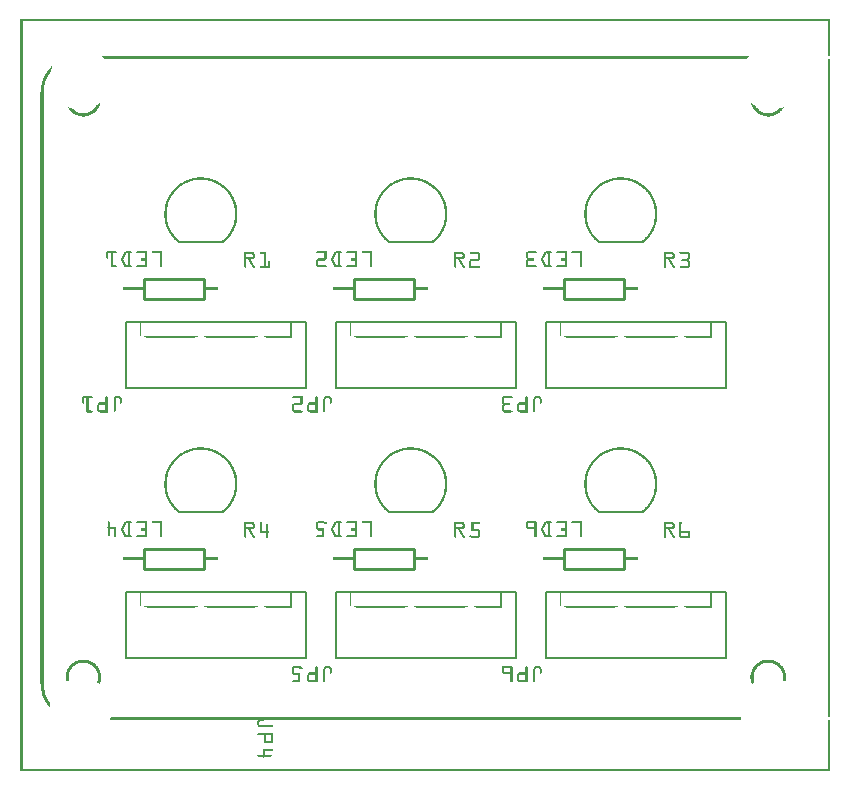
<source format=gto>
G04 MADE WITH FRITZING*
G04 WWW.FRITZING.ORG*
G04 DOUBLE SIDED*
G04 HOLES PLATED*
G04 CONTOUR ON CENTER OF CONTOUR VECTOR*
%ASAXBY*%
%FSLAX23Y23*%
%MOIN*%
%OFA0B0*%
%SFA1.0B1.0*%
%ADD10C,0.010000*%
%ADD11C,0.005000*%
%ADD12R,0.001000X0.001000*%
%LNSILK1*%
G90*
G70*
G54D10*
X412Y1641D02*
X612Y1641D01*
D02*
X612Y1641D02*
X612Y1575D01*
D02*
X612Y1575D02*
X412Y1575D01*
D02*
X412Y1575D02*
X412Y1641D01*
D02*
X1112Y1641D02*
X1312Y1641D01*
D02*
X1312Y1641D02*
X1312Y1575D01*
D02*
X1312Y1575D02*
X1112Y1575D01*
D02*
X1112Y1575D02*
X1112Y1641D01*
D02*
X1812Y1641D02*
X2012Y1641D01*
D02*
X2012Y1641D02*
X2012Y1575D01*
D02*
X2012Y1575D02*
X1812Y1575D01*
D02*
X1812Y1575D02*
X1812Y1641D01*
D02*
X412Y741D02*
X612Y741D01*
D02*
X612Y741D02*
X612Y675D01*
D02*
X612Y675D02*
X412Y675D01*
D02*
X412Y675D02*
X412Y741D01*
D02*
X1112Y741D02*
X1312Y741D01*
D02*
X1312Y741D02*
X1312Y675D01*
D02*
X1312Y675D02*
X1112Y675D01*
D02*
X1112Y675D02*
X1112Y741D01*
D02*
X1812Y741D02*
X2012Y741D01*
D02*
X2012Y741D02*
X2012Y675D01*
D02*
X2012Y675D02*
X1812Y675D01*
D02*
X1812Y675D02*
X1812Y741D01*
G54D11*
D02*
X952Y1278D02*
X952Y1498D01*
D02*
X352Y1278D02*
X352Y1498D01*
D02*
X352Y1278D02*
X952Y1278D01*
D02*
X352Y1498D02*
X402Y1498D01*
D02*
X402Y1498D02*
X902Y1498D01*
D02*
X902Y1498D02*
X952Y1498D01*
D02*
X902Y1498D02*
X902Y1448D01*
D02*
X1652Y1278D02*
X1652Y1498D01*
D02*
X1052Y1278D02*
X1052Y1498D01*
D02*
X1052Y1278D02*
X1652Y1278D01*
D02*
X1052Y1498D02*
X1102Y1498D01*
D02*
X1102Y1498D02*
X1602Y1498D01*
D02*
X1602Y1498D02*
X1652Y1498D01*
D02*
X1602Y1498D02*
X1602Y1448D01*
D02*
X2352Y1278D02*
X2352Y1498D01*
D02*
X1752Y1278D02*
X1752Y1498D01*
D02*
X1752Y1278D02*
X2352Y1278D01*
D02*
X1752Y1498D02*
X1802Y1498D01*
D02*
X1802Y1498D02*
X2302Y1498D01*
D02*
X2302Y1498D02*
X2352Y1498D01*
D02*
X2302Y1498D02*
X2302Y1448D01*
D02*
X952Y378D02*
X952Y598D01*
D02*
X352Y378D02*
X352Y598D01*
D02*
X352Y378D02*
X952Y378D01*
D02*
X352Y598D02*
X402Y598D01*
D02*
X402Y598D02*
X902Y598D01*
D02*
X902Y598D02*
X952Y598D01*
D02*
X902Y598D02*
X902Y548D01*
D02*
X1652Y378D02*
X1652Y598D01*
D02*
X1052Y378D02*
X1052Y598D01*
D02*
X1052Y378D02*
X1652Y378D01*
D02*
X1052Y598D02*
X1102Y598D01*
D02*
X1102Y598D02*
X1602Y598D01*
D02*
X1602Y598D02*
X1652Y598D01*
D02*
X1602Y598D02*
X1602Y548D01*
D02*
X2352Y378D02*
X2352Y598D01*
D02*
X1752Y378D02*
X1752Y598D01*
D02*
X1752Y378D02*
X2352Y378D01*
D02*
X1752Y598D02*
X1802Y598D01*
D02*
X1802Y598D02*
X2302Y598D01*
D02*
X2302Y598D02*
X2352Y598D01*
D02*
X2302Y598D02*
X2302Y548D01*
G54D12*
X0Y2508D02*
X2698Y2508D01*
X0Y2507D02*
X2698Y2507D01*
X0Y2506D02*
X2698Y2506D01*
X0Y2505D02*
X2698Y2505D01*
X0Y2504D02*
X2698Y2504D01*
X0Y2503D02*
X2698Y2503D01*
X0Y2502D02*
X2698Y2502D01*
X0Y2501D02*
X2698Y2501D01*
X0Y2500D02*
X7Y2500D01*
X2691Y2500D02*
X2698Y2500D01*
X0Y2499D02*
X7Y2499D01*
X2691Y2499D02*
X2698Y2499D01*
X0Y2498D02*
X7Y2498D01*
X2691Y2498D02*
X2698Y2498D01*
X0Y2497D02*
X7Y2497D01*
X2691Y2497D02*
X2698Y2497D01*
X0Y2496D02*
X7Y2496D01*
X2691Y2496D02*
X2698Y2496D01*
X0Y2495D02*
X7Y2495D01*
X2691Y2495D02*
X2698Y2495D01*
X0Y2494D02*
X7Y2494D01*
X2691Y2494D02*
X2698Y2494D01*
X0Y2493D02*
X7Y2493D01*
X2691Y2493D02*
X2698Y2493D01*
X0Y2492D02*
X7Y2492D01*
X2691Y2492D02*
X2698Y2492D01*
X0Y2491D02*
X7Y2491D01*
X2691Y2491D02*
X2698Y2491D01*
X0Y2490D02*
X7Y2490D01*
X2691Y2490D02*
X2698Y2490D01*
X0Y2489D02*
X7Y2489D01*
X2691Y2489D02*
X2698Y2489D01*
X0Y2488D02*
X7Y2488D01*
X2691Y2488D02*
X2698Y2488D01*
X0Y2487D02*
X7Y2487D01*
X2691Y2487D02*
X2698Y2487D01*
X0Y2486D02*
X7Y2486D01*
X2691Y2486D02*
X2698Y2486D01*
X0Y2485D02*
X7Y2485D01*
X2691Y2485D02*
X2698Y2485D01*
X0Y2484D02*
X7Y2484D01*
X2691Y2484D02*
X2698Y2484D01*
X0Y2483D02*
X7Y2483D01*
X2691Y2483D02*
X2698Y2483D01*
X0Y2482D02*
X7Y2482D01*
X2691Y2482D02*
X2698Y2482D01*
X0Y2481D02*
X7Y2481D01*
X2691Y2481D02*
X2698Y2481D01*
X0Y2480D02*
X7Y2480D01*
X2691Y2480D02*
X2698Y2480D01*
X0Y2479D02*
X7Y2479D01*
X2691Y2479D02*
X2698Y2479D01*
X0Y2478D02*
X7Y2478D01*
X2691Y2478D02*
X2698Y2478D01*
X0Y2477D02*
X7Y2477D01*
X2691Y2477D02*
X2698Y2477D01*
X0Y2476D02*
X7Y2476D01*
X2691Y2476D02*
X2698Y2476D01*
X0Y2475D02*
X7Y2475D01*
X2691Y2475D02*
X2698Y2475D01*
X0Y2474D02*
X7Y2474D01*
X2691Y2474D02*
X2698Y2474D01*
X0Y2473D02*
X7Y2473D01*
X2691Y2473D02*
X2698Y2473D01*
X0Y2472D02*
X7Y2472D01*
X2691Y2472D02*
X2698Y2472D01*
X0Y2471D02*
X7Y2471D01*
X2691Y2471D02*
X2698Y2471D01*
X0Y2470D02*
X7Y2470D01*
X2691Y2470D02*
X2698Y2470D01*
X0Y2469D02*
X7Y2469D01*
X2691Y2469D02*
X2698Y2469D01*
X0Y2468D02*
X7Y2468D01*
X2691Y2468D02*
X2698Y2468D01*
X0Y2467D02*
X7Y2467D01*
X2691Y2467D02*
X2698Y2467D01*
X0Y2466D02*
X7Y2466D01*
X2691Y2466D02*
X2698Y2466D01*
X0Y2465D02*
X7Y2465D01*
X2691Y2465D02*
X2698Y2465D01*
X0Y2464D02*
X7Y2464D01*
X2691Y2464D02*
X2698Y2464D01*
X0Y2463D02*
X7Y2463D01*
X2691Y2463D02*
X2698Y2463D01*
X0Y2462D02*
X7Y2462D01*
X2691Y2462D02*
X2698Y2462D01*
X0Y2461D02*
X7Y2461D01*
X2691Y2461D02*
X2698Y2461D01*
X0Y2460D02*
X7Y2460D01*
X2691Y2460D02*
X2698Y2460D01*
X0Y2459D02*
X7Y2459D01*
X2691Y2459D02*
X2698Y2459D01*
X0Y2458D02*
X7Y2458D01*
X2691Y2458D02*
X2698Y2458D01*
X0Y2457D02*
X7Y2457D01*
X2691Y2457D02*
X2698Y2457D01*
X0Y2456D02*
X7Y2456D01*
X2691Y2456D02*
X2698Y2456D01*
X0Y2455D02*
X7Y2455D01*
X2691Y2455D02*
X2698Y2455D01*
X0Y2454D02*
X7Y2454D01*
X2691Y2454D02*
X2698Y2454D01*
X0Y2453D02*
X7Y2453D01*
X2691Y2453D02*
X2698Y2453D01*
X0Y2452D02*
X7Y2452D01*
X2691Y2452D02*
X2698Y2452D01*
X0Y2451D02*
X7Y2451D01*
X2691Y2451D02*
X2698Y2451D01*
X0Y2450D02*
X7Y2450D01*
X2691Y2450D02*
X2698Y2450D01*
X0Y2449D02*
X7Y2449D01*
X2691Y2449D02*
X2698Y2449D01*
X0Y2448D02*
X7Y2448D01*
X2691Y2448D02*
X2698Y2448D01*
X0Y2447D02*
X7Y2447D01*
X2691Y2447D02*
X2698Y2447D01*
X0Y2446D02*
X7Y2446D01*
X2691Y2446D02*
X2698Y2446D01*
X0Y2445D02*
X7Y2445D01*
X2691Y2445D02*
X2698Y2445D01*
X0Y2444D02*
X7Y2444D01*
X2691Y2444D02*
X2698Y2444D01*
X0Y2443D02*
X7Y2443D01*
X2691Y2443D02*
X2698Y2443D01*
X0Y2442D02*
X7Y2442D01*
X2691Y2442D02*
X2698Y2442D01*
X0Y2441D02*
X7Y2441D01*
X2691Y2441D02*
X2698Y2441D01*
X0Y2440D02*
X7Y2440D01*
X2691Y2440D02*
X2698Y2440D01*
X0Y2439D02*
X7Y2439D01*
X2691Y2439D02*
X2698Y2439D01*
X0Y2438D02*
X7Y2438D01*
X2691Y2438D02*
X2698Y2438D01*
X0Y2437D02*
X7Y2437D01*
X2691Y2437D02*
X2698Y2437D01*
X0Y2436D02*
X7Y2436D01*
X2691Y2436D02*
X2698Y2436D01*
X0Y2435D02*
X7Y2435D01*
X2691Y2435D02*
X2698Y2435D01*
X0Y2434D02*
X7Y2434D01*
X2691Y2434D02*
X2698Y2434D01*
X0Y2433D02*
X7Y2433D01*
X2691Y2433D02*
X2698Y2433D01*
X0Y2432D02*
X7Y2432D01*
X2691Y2432D02*
X2698Y2432D01*
X0Y2431D02*
X7Y2431D01*
X2691Y2431D02*
X2698Y2431D01*
X0Y2430D02*
X7Y2430D01*
X2691Y2430D02*
X2698Y2430D01*
X0Y2429D02*
X7Y2429D01*
X2691Y2429D02*
X2698Y2429D01*
X0Y2428D02*
X7Y2428D01*
X2691Y2428D02*
X2698Y2428D01*
X0Y2427D02*
X7Y2427D01*
X2691Y2427D02*
X2698Y2427D01*
X0Y2426D02*
X7Y2426D01*
X2691Y2426D02*
X2698Y2426D01*
X0Y2425D02*
X7Y2425D01*
X2691Y2425D02*
X2698Y2425D01*
X0Y2424D02*
X7Y2424D01*
X2691Y2424D02*
X2698Y2424D01*
X0Y2423D02*
X7Y2423D01*
X2691Y2423D02*
X2698Y2423D01*
X0Y2422D02*
X7Y2422D01*
X2691Y2422D02*
X2698Y2422D01*
X0Y2421D02*
X7Y2421D01*
X2691Y2421D02*
X2698Y2421D01*
X0Y2420D02*
X7Y2420D01*
X2691Y2420D02*
X2698Y2420D01*
X0Y2419D02*
X7Y2419D01*
X2691Y2419D02*
X2698Y2419D01*
X0Y2418D02*
X7Y2418D01*
X2691Y2418D02*
X2698Y2418D01*
X0Y2417D02*
X7Y2417D01*
X2691Y2417D02*
X2698Y2417D01*
X0Y2416D02*
X7Y2416D01*
X2691Y2416D02*
X2698Y2416D01*
X0Y2415D02*
X7Y2415D01*
X2691Y2415D02*
X2698Y2415D01*
X0Y2414D02*
X7Y2414D01*
X2691Y2414D02*
X2698Y2414D01*
X0Y2413D02*
X7Y2413D01*
X2691Y2413D02*
X2698Y2413D01*
X0Y2412D02*
X7Y2412D01*
X2691Y2412D02*
X2698Y2412D01*
X0Y2411D02*
X7Y2411D01*
X2691Y2411D02*
X2698Y2411D01*
X0Y2410D02*
X7Y2410D01*
X2691Y2410D02*
X2698Y2410D01*
X0Y2409D02*
X7Y2409D01*
X2691Y2409D02*
X2698Y2409D01*
X0Y2408D02*
X7Y2408D01*
X2691Y2408D02*
X2698Y2408D01*
X0Y2407D02*
X7Y2407D01*
X2691Y2407D02*
X2698Y2407D01*
X0Y2406D02*
X7Y2406D01*
X2691Y2406D02*
X2698Y2406D01*
X0Y2405D02*
X7Y2405D01*
X2691Y2405D02*
X2698Y2405D01*
X0Y2404D02*
X7Y2404D01*
X2691Y2404D02*
X2698Y2404D01*
X0Y2403D02*
X7Y2403D01*
X2691Y2403D02*
X2698Y2403D01*
X0Y2402D02*
X7Y2402D01*
X2691Y2402D02*
X2698Y2402D01*
X0Y2401D02*
X7Y2401D01*
X2691Y2401D02*
X2698Y2401D01*
X0Y2400D02*
X7Y2400D01*
X2691Y2400D02*
X2698Y2400D01*
X0Y2399D02*
X7Y2399D01*
X2691Y2399D02*
X2698Y2399D01*
X0Y2398D02*
X7Y2398D01*
X2691Y2398D02*
X2698Y2398D01*
X0Y2397D02*
X7Y2397D01*
X2691Y2397D02*
X2698Y2397D01*
X0Y2396D02*
X7Y2396D01*
X2691Y2396D02*
X2698Y2396D01*
X0Y2395D02*
X7Y2395D01*
X2691Y2395D02*
X2698Y2395D01*
X0Y2394D02*
X7Y2394D01*
X2691Y2394D02*
X2698Y2394D01*
X0Y2393D02*
X7Y2393D01*
X2691Y2393D02*
X2698Y2393D01*
X0Y2392D02*
X7Y2392D01*
X2691Y2392D02*
X2698Y2392D01*
X0Y2391D02*
X7Y2391D01*
X2691Y2391D02*
X2698Y2391D01*
X0Y2390D02*
X7Y2390D01*
X2691Y2390D02*
X2698Y2390D01*
X0Y2389D02*
X7Y2389D01*
X2691Y2389D02*
X2698Y2389D01*
X0Y2388D02*
X7Y2388D01*
X2691Y2388D02*
X2698Y2388D01*
X0Y2387D02*
X7Y2387D01*
X2691Y2387D02*
X2698Y2387D01*
X0Y2386D02*
X7Y2386D01*
X2691Y2386D02*
X2698Y2386D01*
X0Y2385D02*
X7Y2385D01*
X271Y2385D02*
X2431Y2385D01*
X0Y2384D02*
X7Y2384D01*
X272Y2384D02*
X2430Y2384D01*
X0Y2383D02*
X7Y2383D01*
X273Y2383D02*
X2429Y2383D01*
X0Y2382D02*
X7Y2382D01*
X274Y2382D02*
X2428Y2382D01*
X0Y2381D02*
X7Y2381D01*
X276Y2381D02*
X2427Y2381D01*
X0Y2380D02*
X7Y2380D01*
X276Y2380D02*
X2426Y2380D01*
X0Y2379D02*
X7Y2379D01*
X277Y2379D02*
X2425Y2379D01*
X0Y2378D02*
X7Y2378D01*
X278Y2378D02*
X2424Y2378D01*
X0Y2377D02*
X7Y2377D01*
X279Y2377D02*
X2423Y2377D01*
X0Y2376D02*
X7Y2376D01*
X280Y2376D02*
X2423Y2376D01*
X0Y2375D02*
X7Y2375D01*
X281Y2375D02*
X2422Y2375D01*
X0Y2374D02*
X7Y2374D01*
X2691Y2374D02*
X2698Y2374D01*
X0Y2373D02*
X7Y2373D01*
X2691Y2373D02*
X2698Y2373D01*
X0Y2372D02*
X7Y2372D01*
X2691Y2372D02*
X2698Y2372D01*
X0Y2371D02*
X7Y2371D01*
X2691Y2371D02*
X2698Y2371D01*
X0Y2370D02*
X7Y2370D01*
X2691Y2370D02*
X2698Y2370D01*
X0Y2369D02*
X7Y2369D01*
X2691Y2369D02*
X2698Y2369D01*
X0Y2368D02*
X7Y2368D01*
X2691Y2368D02*
X2698Y2368D01*
X0Y2367D02*
X7Y2367D01*
X2691Y2367D02*
X2698Y2367D01*
X0Y2366D02*
X7Y2366D01*
X2691Y2366D02*
X2698Y2366D01*
X0Y2365D02*
X7Y2365D01*
X2691Y2365D02*
X2698Y2365D01*
X0Y2364D02*
X7Y2364D01*
X2691Y2364D02*
X2698Y2364D01*
X0Y2363D02*
X7Y2363D01*
X2691Y2363D02*
X2698Y2363D01*
X0Y2362D02*
X7Y2362D01*
X2691Y2362D02*
X2698Y2362D01*
X0Y2361D02*
X7Y2361D01*
X2691Y2361D02*
X2698Y2361D01*
X0Y2360D02*
X7Y2360D01*
X2691Y2360D02*
X2698Y2360D01*
X0Y2359D02*
X7Y2359D01*
X2691Y2359D02*
X2698Y2359D01*
X0Y2358D02*
X7Y2358D01*
X2691Y2358D02*
X2698Y2358D01*
X0Y2357D02*
X7Y2357D01*
X2691Y2357D02*
X2698Y2357D01*
X0Y2356D02*
X7Y2356D01*
X2691Y2356D02*
X2698Y2356D01*
X0Y2355D02*
X7Y2355D01*
X2691Y2355D02*
X2698Y2355D01*
X0Y2354D02*
X7Y2354D01*
X2691Y2354D02*
X2698Y2354D01*
X0Y2353D02*
X7Y2353D01*
X108Y2353D02*
X108Y2353D01*
X2691Y2353D02*
X2698Y2353D01*
X0Y2352D02*
X7Y2352D01*
X107Y2352D02*
X107Y2352D01*
X2691Y2352D02*
X2698Y2352D01*
X0Y2351D02*
X7Y2351D01*
X106Y2351D02*
X107Y2351D01*
X2691Y2351D02*
X2698Y2351D01*
X0Y2350D02*
X7Y2350D01*
X105Y2350D02*
X107Y2350D01*
X2691Y2350D02*
X2698Y2350D01*
X0Y2349D02*
X7Y2349D01*
X104Y2349D02*
X106Y2349D01*
X2691Y2349D02*
X2698Y2349D01*
X0Y2348D02*
X7Y2348D01*
X103Y2348D02*
X106Y2348D01*
X2691Y2348D02*
X2698Y2348D01*
X0Y2347D02*
X7Y2347D01*
X102Y2347D02*
X105Y2347D01*
X2691Y2347D02*
X2698Y2347D01*
X0Y2346D02*
X7Y2346D01*
X101Y2346D02*
X105Y2346D01*
X2691Y2346D02*
X2698Y2346D01*
X0Y2345D02*
X7Y2345D01*
X100Y2345D02*
X104Y2345D01*
X2691Y2345D02*
X2698Y2345D01*
X0Y2344D02*
X7Y2344D01*
X99Y2344D02*
X104Y2344D01*
X2691Y2344D02*
X2698Y2344D01*
X0Y2343D02*
X7Y2343D01*
X98Y2343D02*
X104Y2343D01*
X2691Y2343D02*
X2698Y2343D01*
X0Y2342D02*
X7Y2342D01*
X97Y2342D02*
X103Y2342D01*
X2691Y2342D02*
X2698Y2342D01*
X0Y2341D02*
X7Y2341D01*
X96Y2341D02*
X103Y2341D01*
X2691Y2341D02*
X2698Y2341D01*
X0Y2340D02*
X7Y2340D01*
X96Y2340D02*
X103Y2340D01*
X2691Y2340D02*
X2698Y2340D01*
X0Y2339D02*
X7Y2339D01*
X95Y2339D02*
X102Y2339D01*
X2691Y2339D02*
X2698Y2339D01*
X0Y2338D02*
X7Y2338D01*
X94Y2338D02*
X102Y2338D01*
X2691Y2338D02*
X2698Y2338D01*
X0Y2337D02*
X7Y2337D01*
X93Y2337D02*
X102Y2337D01*
X2691Y2337D02*
X2698Y2337D01*
X0Y2336D02*
X7Y2336D01*
X92Y2336D02*
X101Y2336D01*
X2691Y2336D02*
X2698Y2336D01*
X0Y2335D02*
X7Y2335D01*
X92Y2335D02*
X101Y2335D01*
X2691Y2335D02*
X2698Y2335D01*
X0Y2334D02*
X7Y2334D01*
X91Y2334D02*
X101Y2334D01*
X2691Y2334D02*
X2698Y2334D01*
X0Y2333D02*
X7Y2333D01*
X90Y2333D02*
X101Y2333D01*
X2691Y2333D02*
X2698Y2333D01*
X0Y2332D02*
X7Y2332D01*
X90Y2332D02*
X100Y2332D01*
X2691Y2332D02*
X2698Y2332D01*
X0Y2331D02*
X7Y2331D01*
X89Y2331D02*
X100Y2331D01*
X2691Y2331D02*
X2698Y2331D01*
X0Y2330D02*
X7Y2330D01*
X88Y2330D02*
X100Y2330D01*
X2691Y2330D02*
X2698Y2330D01*
X0Y2329D02*
X7Y2329D01*
X88Y2329D02*
X99Y2329D01*
X2691Y2329D02*
X2698Y2329D01*
X0Y2328D02*
X7Y2328D01*
X87Y2328D02*
X99Y2328D01*
X2691Y2328D02*
X2698Y2328D01*
X0Y2327D02*
X7Y2327D01*
X86Y2327D02*
X98Y2327D01*
X2691Y2327D02*
X2698Y2327D01*
X0Y2326D02*
X7Y2326D01*
X86Y2326D02*
X97Y2326D01*
X2691Y2326D02*
X2698Y2326D01*
X0Y2325D02*
X7Y2325D01*
X85Y2325D02*
X96Y2325D01*
X2691Y2325D02*
X2698Y2325D01*
X0Y2324D02*
X7Y2324D01*
X85Y2324D02*
X96Y2324D01*
X2691Y2324D02*
X2698Y2324D01*
X0Y2323D02*
X7Y2323D01*
X84Y2323D02*
X95Y2323D01*
X2691Y2323D02*
X2698Y2323D01*
X0Y2322D02*
X7Y2322D01*
X83Y2322D02*
X94Y2322D01*
X2691Y2322D02*
X2698Y2322D01*
X0Y2321D02*
X7Y2321D01*
X83Y2321D02*
X94Y2321D01*
X2691Y2321D02*
X2698Y2321D01*
X0Y2320D02*
X7Y2320D01*
X82Y2320D02*
X93Y2320D01*
X2691Y2320D02*
X2698Y2320D01*
X0Y2319D02*
X7Y2319D01*
X82Y2319D02*
X92Y2319D01*
X2691Y2319D02*
X2698Y2319D01*
X0Y2318D02*
X7Y2318D01*
X81Y2318D02*
X92Y2318D01*
X2691Y2318D02*
X2698Y2318D01*
X0Y2317D02*
X7Y2317D01*
X81Y2317D02*
X91Y2317D01*
X2691Y2317D02*
X2698Y2317D01*
X0Y2316D02*
X7Y2316D01*
X80Y2316D02*
X91Y2316D01*
X2691Y2316D02*
X2698Y2316D01*
X0Y2315D02*
X7Y2315D01*
X80Y2315D02*
X90Y2315D01*
X2691Y2315D02*
X2698Y2315D01*
X0Y2314D02*
X7Y2314D01*
X79Y2314D02*
X90Y2314D01*
X2691Y2314D02*
X2698Y2314D01*
X0Y2313D02*
X7Y2313D01*
X79Y2313D02*
X89Y2313D01*
X2691Y2313D02*
X2698Y2313D01*
X0Y2312D02*
X7Y2312D01*
X78Y2312D02*
X89Y2312D01*
X2691Y2312D02*
X2698Y2312D01*
X0Y2311D02*
X7Y2311D01*
X78Y2311D02*
X88Y2311D01*
X2691Y2311D02*
X2698Y2311D01*
X0Y2310D02*
X7Y2310D01*
X77Y2310D02*
X88Y2310D01*
X2691Y2310D02*
X2698Y2310D01*
X0Y2309D02*
X7Y2309D01*
X77Y2309D02*
X87Y2309D01*
X2691Y2309D02*
X2698Y2309D01*
X0Y2308D02*
X7Y2308D01*
X77Y2308D02*
X87Y2308D01*
X2691Y2308D02*
X2698Y2308D01*
X0Y2307D02*
X7Y2307D01*
X76Y2307D02*
X86Y2307D01*
X2691Y2307D02*
X2698Y2307D01*
X0Y2306D02*
X7Y2306D01*
X76Y2306D02*
X86Y2306D01*
X2691Y2306D02*
X2698Y2306D01*
X0Y2305D02*
X7Y2305D01*
X75Y2305D02*
X85Y2305D01*
X2691Y2305D02*
X2698Y2305D01*
X0Y2304D02*
X7Y2304D01*
X75Y2304D02*
X85Y2304D01*
X2691Y2304D02*
X2698Y2304D01*
X0Y2303D02*
X7Y2303D01*
X75Y2303D02*
X85Y2303D01*
X2691Y2303D02*
X2698Y2303D01*
X0Y2302D02*
X7Y2302D01*
X74Y2302D02*
X84Y2302D01*
X2691Y2302D02*
X2698Y2302D01*
X0Y2301D02*
X7Y2301D01*
X74Y2301D02*
X84Y2301D01*
X2691Y2301D02*
X2698Y2301D01*
X0Y2300D02*
X7Y2300D01*
X74Y2300D02*
X83Y2300D01*
X2691Y2300D02*
X2698Y2300D01*
X0Y2299D02*
X7Y2299D01*
X73Y2299D02*
X83Y2299D01*
X2691Y2299D02*
X2698Y2299D01*
X0Y2298D02*
X7Y2298D01*
X73Y2298D02*
X83Y2298D01*
X2691Y2298D02*
X2698Y2298D01*
X0Y2297D02*
X7Y2297D01*
X73Y2297D02*
X82Y2297D01*
X2691Y2297D02*
X2698Y2297D01*
X0Y2296D02*
X7Y2296D01*
X72Y2296D02*
X82Y2296D01*
X2691Y2296D02*
X2698Y2296D01*
X0Y2295D02*
X7Y2295D01*
X72Y2295D02*
X82Y2295D01*
X2691Y2295D02*
X2698Y2295D01*
X0Y2294D02*
X7Y2294D01*
X72Y2294D02*
X82Y2294D01*
X2691Y2294D02*
X2698Y2294D01*
X0Y2293D02*
X7Y2293D01*
X72Y2293D02*
X81Y2293D01*
X2691Y2293D02*
X2698Y2293D01*
X0Y2292D02*
X7Y2292D01*
X71Y2292D02*
X81Y2292D01*
X2691Y2292D02*
X2698Y2292D01*
X0Y2291D02*
X7Y2291D01*
X71Y2291D02*
X81Y2291D01*
X2691Y2291D02*
X2698Y2291D01*
X0Y2290D02*
X7Y2290D01*
X71Y2290D02*
X80Y2290D01*
X2691Y2290D02*
X2698Y2290D01*
X0Y2289D02*
X7Y2289D01*
X71Y2289D02*
X80Y2289D01*
X2691Y2289D02*
X2698Y2289D01*
X0Y2288D02*
X7Y2288D01*
X70Y2288D02*
X80Y2288D01*
X2691Y2288D02*
X2698Y2288D01*
X0Y2287D02*
X7Y2287D01*
X70Y2287D02*
X80Y2287D01*
X2691Y2287D02*
X2698Y2287D01*
X0Y2286D02*
X7Y2286D01*
X70Y2286D02*
X79Y2286D01*
X2691Y2286D02*
X2698Y2286D01*
X0Y2285D02*
X7Y2285D01*
X70Y2285D02*
X79Y2285D01*
X2691Y2285D02*
X2698Y2285D01*
X0Y2284D02*
X7Y2284D01*
X70Y2284D02*
X79Y2284D01*
X2691Y2284D02*
X2698Y2284D01*
X0Y2283D02*
X7Y2283D01*
X69Y2283D02*
X79Y2283D01*
X2691Y2283D02*
X2698Y2283D01*
X0Y2282D02*
X7Y2282D01*
X69Y2282D02*
X79Y2282D01*
X2691Y2282D02*
X2698Y2282D01*
X0Y2281D02*
X7Y2281D01*
X69Y2281D02*
X78Y2281D01*
X2691Y2281D02*
X2698Y2281D01*
X0Y2280D02*
X7Y2280D01*
X69Y2280D02*
X78Y2280D01*
X2691Y2280D02*
X2698Y2280D01*
X0Y2279D02*
X7Y2279D01*
X69Y2279D02*
X78Y2279D01*
X2691Y2279D02*
X2698Y2279D01*
X0Y2278D02*
X7Y2278D01*
X69Y2278D02*
X78Y2278D01*
X2691Y2278D02*
X2698Y2278D01*
X0Y2277D02*
X7Y2277D01*
X68Y2277D02*
X78Y2277D01*
X2691Y2277D02*
X2698Y2277D01*
X0Y2276D02*
X7Y2276D01*
X68Y2276D02*
X78Y2276D01*
X2691Y2276D02*
X2698Y2276D01*
X0Y2275D02*
X7Y2275D01*
X68Y2275D02*
X78Y2275D01*
X2691Y2275D02*
X2698Y2275D01*
X0Y2274D02*
X7Y2274D01*
X68Y2274D02*
X78Y2274D01*
X2691Y2274D02*
X2698Y2274D01*
X0Y2273D02*
X7Y2273D01*
X68Y2273D02*
X77Y2273D01*
X2691Y2273D02*
X2698Y2273D01*
X0Y2272D02*
X7Y2272D01*
X68Y2272D02*
X77Y2272D01*
X2691Y2272D02*
X2698Y2272D01*
X0Y2271D02*
X7Y2271D01*
X68Y2271D02*
X77Y2271D01*
X2691Y2271D02*
X2698Y2271D01*
X0Y2270D02*
X7Y2270D01*
X68Y2270D02*
X77Y2270D01*
X2691Y2270D02*
X2698Y2270D01*
X0Y2269D02*
X7Y2269D01*
X68Y2269D02*
X77Y2269D01*
X2691Y2269D02*
X2698Y2269D01*
X0Y2268D02*
X7Y2268D01*
X68Y2268D02*
X77Y2268D01*
X2691Y2268D02*
X2698Y2268D01*
X0Y2267D02*
X7Y2267D01*
X68Y2267D02*
X77Y2267D01*
X2691Y2267D02*
X2698Y2267D01*
X0Y2266D02*
X7Y2266D01*
X68Y2266D02*
X77Y2266D01*
X2691Y2266D02*
X2698Y2266D01*
X0Y2265D02*
X7Y2265D01*
X68Y2265D02*
X77Y2265D01*
X2691Y2265D02*
X2698Y2265D01*
X0Y2264D02*
X7Y2264D01*
X68Y2264D02*
X77Y2264D01*
X2691Y2264D02*
X2698Y2264D01*
X0Y2263D02*
X7Y2263D01*
X67Y2263D02*
X77Y2263D01*
X2691Y2263D02*
X2698Y2263D01*
X0Y2262D02*
X7Y2262D01*
X67Y2262D02*
X77Y2262D01*
X2691Y2262D02*
X2698Y2262D01*
X0Y2261D02*
X7Y2261D01*
X67Y2261D02*
X77Y2261D01*
X2691Y2261D02*
X2698Y2261D01*
X0Y2260D02*
X7Y2260D01*
X67Y2260D02*
X77Y2260D01*
X2691Y2260D02*
X2698Y2260D01*
X0Y2259D02*
X7Y2259D01*
X67Y2259D02*
X77Y2259D01*
X2691Y2259D02*
X2698Y2259D01*
X0Y2258D02*
X7Y2258D01*
X67Y2258D02*
X77Y2258D01*
X2691Y2258D02*
X2698Y2258D01*
X0Y2257D02*
X7Y2257D01*
X67Y2257D02*
X77Y2257D01*
X2691Y2257D02*
X2698Y2257D01*
X0Y2256D02*
X7Y2256D01*
X67Y2256D02*
X77Y2256D01*
X2691Y2256D02*
X2698Y2256D01*
X0Y2255D02*
X7Y2255D01*
X67Y2255D02*
X77Y2255D01*
X2691Y2255D02*
X2698Y2255D01*
X0Y2254D02*
X7Y2254D01*
X67Y2254D02*
X77Y2254D01*
X2691Y2254D02*
X2698Y2254D01*
X0Y2253D02*
X7Y2253D01*
X67Y2253D02*
X77Y2253D01*
X2691Y2253D02*
X2698Y2253D01*
X0Y2252D02*
X7Y2252D01*
X67Y2252D02*
X77Y2252D01*
X2691Y2252D02*
X2698Y2252D01*
X0Y2251D02*
X7Y2251D01*
X67Y2251D02*
X77Y2251D01*
X2691Y2251D02*
X2698Y2251D01*
X0Y2250D02*
X7Y2250D01*
X67Y2250D02*
X77Y2250D01*
X2691Y2250D02*
X2698Y2250D01*
X0Y2249D02*
X7Y2249D01*
X67Y2249D02*
X77Y2249D01*
X2691Y2249D02*
X2698Y2249D01*
X0Y2248D02*
X7Y2248D01*
X67Y2248D02*
X77Y2248D01*
X2691Y2248D02*
X2698Y2248D01*
X0Y2247D02*
X7Y2247D01*
X67Y2247D02*
X77Y2247D01*
X2691Y2247D02*
X2698Y2247D01*
X0Y2246D02*
X7Y2246D01*
X67Y2246D02*
X77Y2246D01*
X2691Y2246D02*
X2698Y2246D01*
X0Y2245D02*
X7Y2245D01*
X67Y2245D02*
X77Y2245D01*
X2691Y2245D02*
X2698Y2245D01*
X0Y2244D02*
X7Y2244D01*
X67Y2244D02*
X77Y2244D01*
X2691Y2244D02*
X2698Y2244D01*
X0Y2243D02*
X7Y2243D01*
X67Y2243D02*
X77Y2243D01*
X2691Y2243D02*
X2698Y2243D01*
X0Y2242D02*
X7Y2242D01*
X67Y2242D02*
X77Y2242D01*
X2691Y2242D02*
X2698Y2242D01*
X0Y2241D02*
X7Y2241D01*
X67Y2241D02*
X77Y2241D01*
X2691Y2241D02*
X2698Y2241D01*
X0Y2240D02*
X7Y2240D01*
X67Y2240D02*
X77Y2240D01*
X2691Y2240D02*
X2698Y2240D01*
X0Y2239D02*
X7Y2239D01*
X67Y2239D02*
X77Y2239D01*
X2691Y2239D02*
X2698Y2239D01*
X0Y2238D02*
X7Y2238D01*
X67Y2238D02*
X77Y2238D01*
X2691Y2238D02*
X2698Y2238D01*
X0Y2237D02*
X7Y2237D01*
X67Y2237D02*
X77Y2237D01*
X2691Y2237D02*
X2698Y2237D01*
X0Y2236D02*
X7Y2236D01*
X67Y2236D02*
X77Y2236D01*
X2691Y2236D02*
X2698Y2236D01*
X0Y2235D02*
X7Y2235D01*
X67Y2235D02*
X77Y2235D01*
X2691Y2235D02*
X2698Y2235D01*
X0Y2234D02*
X7Y2234D01*
X67Y2234D02*
X77Y2234D01*
X2691Y2234D02*
X2698Y2234D01*
X0Y2233D02*
X7Y2233D01*
X67Y2233D02*
X77Y2233D01*
X2691Y2233D02*
X2698Y2233D01*
X0Y2232D02*
X7Y2232D01*
X67Y2232D02*
X77Y2232D01*
X2691Y2232D02*
X2698Y2232D01*
X0Y2231D02*
X7Y2231D01*
X67Y2231D02*
X77Y2231D01*
X2691Y2231D02*
X2698Y2231D01*
X0Y2230D02*
X7Y2230D01*
X67Y2230D02*
X77Y2230D01*
X2691Y2230D02*
X2698Y2230D01*
X0Y2229D02*
X7Y2229D01*
X67Y2229D02*
X77Y2229D01*
X2691Y2229D02*
X2698Y2229D01*
X0Y2228D02*
X7Y2228D01*
X67Y2228D02*
X77Y2228D01*
X267Y2228D02*
X267Y2228D01*
X2691Y2228D02*
X2698Y2228D01*
X0Y2227D02*
X7Y2227D01*
X67Y2227D02*
X77Y2227D01*
X266Y2227D02*
X267Y2227D01*
X2436Y2227D02*
X2437Y2227D01*
X2691Y2227D02*
X2698Y2227D01*
X0Y2226D02*
X7Y2226D01*
X67Y2226D02*
X77Y2226D01*
X264Y2226D02*
X266Y2226D01*
X2436Y2226D02*
X2438Y2226D01*
X2691Y2226D02*
X2698Y2226D01*
X0Y2225D02*
X7Y2225D01*
X67Y2225D02*
X77Y2225D01*
X263Y2225D02*
X266Y2225D01*
X2437Y2225D02*
X2440Y2225D01*
X2691Y2225D02*
X2698Y2225D01*
X0Y2224D02*
X7Y2224D01*
X67Y2224D02*
X77Y2224D01*
X262Y2224D02*
X266Y2224D01*
X2437Y2224D02*
X2441Y2224D01*
X2691Y2224D02*
X2698Y2224D01*
X0Y2223D02*
X7Y2223D01*
X67Y2223D02*
X77Y2223D01*
X260Y2223D02*
X265Y2223D01*
X2437Y2223D02*
X2442Y2223D01*
X2691Y2223D02*
X2698Y2223D01*
X0Y2222D02*
X7Y2222D01*
X67Y2222D02*
X77Y2222D01*
X259Y2222D02*
X265Y2222D01*
X2438Y2222D02*
X2444Y2222D01*
X2691Y2222D02*
X2698Y2222D01*
X0Y2221D02*
X7Y2221D01*
X67Y2221D02*
X77Y2221D01*
X257Y2221D02*
X265Y2221D01*
X2438Y2221D02*
X2445Y2221D01*
X2691Y2221D02*
X2698Y2221D01*
X0Y2220D02*
X7Y2220D01*
X67Y2220D02*
X77Y2220D01*
X256Y2220D02*
X264Y2220D01*
X2439Y2220D02*
X2447Y2220D01*
X2691Y2220D02*
X2698Y2220D01*
X0Y2219D02*
X7Y2219D01*
X67Y2219D02*
X77Y2219D01*
X254Y2219D02*
X264Y2219D01*
X2439Y2219D02*
X2449Y2219D01*
X2691Y2219D02*
X2698Y2219D01*
X0Y2218D02*
X7Y2218D01*
X67Y2218D02*
X77Y2218D01*
X253Y2218D02*
X264Y2218D01*
X2439Y2218D02*
X2450Y2218D01*
X2691Y2218D02*
X2698Y2218D01*
X0Y2217D02*
X7Y2217D01*
X67Y2217D02*
X77Y2217D01*
X252Y2217D02*
X263Y2217D01*
X2440Y2217D02*
X2450Y2217D01*
X2691Y2217D02*
X2698Y2217D01*
X0Y2216D02*
X7Y2216D01*
X67Y2216D02*
X77Y2216D01*
X252Y2216D02*
X263Y2216D01*
X2440Y2216D02*
X2451Y2216D01*
X2691Y2216D02*
X2698Y2216D01*
X0Y2215D02*
X7Y2215D01*
X67Y2215D02*
X77Y2215D01*
X251Y2215D02*
X262Y2215D01*
X2441Y2215D02*
X2452Y2215D01*
X2691Y2215D02*
X2698Y2215D01*
X0Y2214D02*
X7Y2214D01*
X67Y2214D02*
X77Y2214D01*
X158Y2214D02*
X159Y2214D01*
X250Y2214D02*
X262Y2214D01*
X2441Y2214D02*
X2452Y2214D01*
X2544Y2214D02*
X2545Y2214D01*
X2691Y2214D02*
X2698Y2214D01*
X0Y2213D02*
X7Y2213D01*
X67Y2213D02*
X77Y2213D01*
X159Y2213D02*
X161Y2213D01*
X250Y2213D02*
X261Y2213D01*
X2442Y2213D02*
X2453Y2213D01*
X2542Y2213D02*
X2544Y2213D01*
X2691Y2213D02*
X2698Y2213D01*
X0Y2212D02*
X7Y2212D01*
X67Y2212D02*
X77Y2212D01*
X159Y2212D02*
X164Y2212D01*
X249Y2212D02*
X260Y2212D01*
X2442Y2212D02*
X2454Y2212D01*
X2539Y2212D02*
X2543Y2212D01*
X2691Y2212D02*
X2698Y2212D01*
X0Y2211D02*
X7Y2211D01*
X67Y2211D02*
X77Y2211D01*
X160Y2211D02*
X166Y2211D01*
X248Y2211D02*
X260Y2211D01*
X2443Y2211D02*
X2455Y2211D01*
X2536Y2211D02*
X2543Y2211D01*
X2691Y2211D02*
X2698Y2211D01*
X0Y2210D02*
X7Y2210D01*
X67Y2210D02*
X77Y2210D01*
X161Y2210D02*
X169Y2210D01*
X247Y2210D02*
X259Y2210D01*
X2444Y2210D02*
X2456Y2210D01*
X2533Y2210D02*
X2542Y2210D01*
X2691Y2210D02*
X2698Y2210D01*
X0Y2209D02*
X7Y2209D01*
X67Y2209D02*
X77Y2209D01*
X161Y2209D02*
X172Y2209D01*
X246Y2209D02*
X259Y2209D01*
X2444Y2209D02*
X2457Y2209D01*
X2530Y2209D02*
X2542Y2209D01*
X2691Y2209D02*
X2698Y2209D01*
X0Y2208D02*
X7Y2208D01*
X67Y2208D02*
X77Y2208D01*
X162Y2208D02*
X174Y2208D01*
X245Y2208D02*
X258Y2208D01*
X2445Y2208D02*
X2457Y2208D01*
X2528Y2208D02*
X2541Y2208D01*
X2691Y2208D02*
X2698Y2208D01*
X0Y2207D02*
X7Y2207D01*
X67Y2207D02*
X77Y2207D01*
X163Y2207D02*
X175Y2207D01*
X244Y2207D02*
X257Y2207D01*
X2446Y2207D02*
X2458Y2207D01*
X2527Y2207D02*
X2540Y2207D01*
X2691Y2207D02*
X2698Y2207D01*
X0Y2206D02*
X7Y2206D01*
X67Y2206D02*
X77Y2206D01*
X163Y2206D02*
X177Y2206D01*
X243Y2206D02*
X256Y2206D01*
X2447Y2206D02*
X2460Y2206D01*
X2526Y2206D02*
X2539Y2206D01*
X2691Y2206D02*
X2698Y2206D01*
X0Y2205D02*
X7Y2205D01*
X67Y2205D02*
X77Y2205D01*
X164Y2205D02*
X178Y2205D01*
X242Y2205D02*
X256Y2205D01*
X2447Y2205D02*
X2461Y2205D01*
X2525Y2205D02*
X2539Y2205D01*
X2691Y2205D02*
X2698Y2205D01*
X0Y2204D02*
X7Y2204D01*
X67Y2204D02*
X77Y2204D01*
X165Y2204D02*
X179Y2204D01*
X241Y2204D02*
X255Y2204D01*
X2448Y2204D02*
X2462Y2204D01*
X2524Y2204D02*
X2538Y2204D01*
X2691Y2204D02*
X2698Y2204D01*
X0Y2203D02*
X7Y2203D01*
X67Y2203D02*
X77Y2203D01*
X166Y2203D02*
X180Y2203D01*
X240Y2203D02*
X254Y2203D01*
X2449Y2203D02*
X2463Y2203D01*
X2523Y2203D02*
X2537Y2203D01*
X2691Y2203D02*
X2698Y2203D01*
X0Y2202D02*
X7Y2202D01*
X67Y2202D02*
X77Y2202D01*
X167Y2202D02*
X181Y2202D01*
X238Y2202D02*
X253Y2202D01*
X2450Y2202D02*
X2464Y2202D01*
X2522Y2202D02*
X2536Y2202D01*
X2691Y2202D02*
X2698Y2202D01*
X0Y2201D02*
X7Y2201D01*
X67Y2201D02*
X77Y2201D01*
X168Y2201D02*
X183Y2201D01*
X237Y2201D02*
X252Y2201D01*
X2451Y2201D02*
X2466Y2201D01*
X2520Y2201D02*
X2535Y2201D01*
X2691Y2201D02*
X2698Y2201D01*
X0Y2200D02*
X7Y2200D01*
X67Y2200D02*
X77Y2200D01*
X169Y2200D02*
X184Y2200D01*
X235Y2200D02*
X251Y2200D01*
X2452Y2200D02*
X2468Y2200D01*
X2518Y2200D02*
X2534Y2200D01*
X2691Y2200D02*
X2698Y2200D01*
X0Y2199D02*
X7Y2199D01*
X67Y2199D02*
X77Y2199D01*
X170Y2199D02*
X186Y2199D01*
X234Y2199D02*
X250Y2199D01*
X2453Y2199D02*
X2469Y2199D01*
X2517Y2199D02*
X2533Y2199D01*
X2691Y2199D02*
X2698Y2199D01*
X0Y2198D02*
X7Y2198D01*
X67Y2198D02*
X77Y2198D01*
X171Y2198D02*
X188Y2198D01*
X232Y2198D02*
X249Y2198D01*
X2454Y2198D02*
X2471Y2198D01*
X2515Y2198D02*
X2532Y2198D01*
X2691Y2198D02*
X2698Y2198D01*
X0Y2197D02*
X7Y2197D01*
X67Y2197D02*
X77Y2197D01*
X172Y2197D02*
X190Y2197D01*
X230Y2197D02*
X248Y2197D01*
X2455Y2197D02*
X2473Y2197D01*
X2513Y2197D02*
X2531Y2197D01*
X2691Y2197D02*
X2698Y2197D01*
X0Y2196D02*
X7Y2196D01*
X67Y2196D02*
X77Y2196D01*
X173Y2196D02*
X193Y2196D01*
X227Y2196D02*
X247Y2196D01*
X2456Y2196D02*
X2476Y2196D01*
X2510Y2196D02*
X2530Y2196D01*
X2691Y2196D02*
X2698Y2196D01*
X0Y2195D02*
X7Y2195D01*
X67Y2195D02*
X77Y2195D01*
X175Y2195D02*
X196Y2195D01*
X224Y2195D02*
X245Y2195D01*
X2458Y2195D02*
X2479Y2195D01*
X2507Y2195D02*
X2528Y2195D01*
X2691Y2195D02*
X2698Y2195D01*
X0Y2194D02*
X7Y2194D01*
X67Y2194D02*
X77Y2194D01*
X176Y2194D02*
X200Y2194D01*
X219Y2194D02*
X244Y2194D01*
X2459Y2194D02*
X2484Y2194D01*
X2502Y2194D02*
X2527Y2194D01*
X2691Y2194D02*
X2698Y2194D01*
X0Y2193D02*
X7Y2193D01*
X67Y2193D02*
X77Y2193D01*
X177Y2193D02*
X243Y2193D01*
X2460Y2193D02*
X2526Y2193D01*
X2691Y2193D02*
X2698Y2193D01*
X0Y2192D02*
X7Y2192D01*
X67Y2192D02*
X77Y2192D01*
X179Y2192D02*
X241Y2192D01*
X2462Y2192D02*
X2524Y2192D01*
X2691Y2192D02*
X2698Y2192D01*
X0Y2191D02*
X7Y2191D01*
X67Y2191D02*
X77Y2191D01*
X181Y2191D02*
X239Y2191D01*
X2464Y2191D02*
X2522Y2191D01*
X2691Y2191D02*
X2698Y2191D01*
X0Y2190D02*
X7Y2190D01*
X67Y2190D02*
X77Y2190D01*
X182Y2190D02*
X238Y2190D01*
X2465Y2190D02*
X2521Y2190D01*
X2691Y2190D02*
X2698Y2190D01*
X0Y2189D02*
X7Y2189D01*
X67Y2189D02*
X77Y2189D01*
X184Y2189D02*
X236Y2189D01*
X2467Y2189D02*
X2519Y2189D01*
X2691Y2189D02*
X2698Y2189D01*
X0Y2188D02*
X7Y2188D01*
X67Y2188D02*
X77Y2188D01*
X186Y2188D02*
X233Y2188D01*
X2469Y2188D02*
X2517Y2188D01*
X2691Y2188D02*
X2698Y2188D01*
X0Y2187D02*
X7Y2187D01*
X67Y2187D02*
X77Y2187D01*
X189Y2187D02*
X231Y2187D01*
X2472Y2187D02*
X2514Y2187D01*
X2691Y2187D02*
X2698Y2187D01*
X0Y2186D02*
X7Y2186D01*
X67Y2186D02*
X77Y2186D01*
X192Y2186D02*
X228Y2186D01*
X2475Y2186D02*
X2511Y2186D01*
X2691Y2186D02*
X2698Y2186D01*
X0Y2185D02*
X7Y2185D01*
X67Y2185D02*
X77Y2185D01*
X195Y2185D02*
X225Y2185D01*
X2478Y2185D02*
X2508Y2185D01*
X2691Y2185D02*
X2698Y2185D01*
X0Y2184D02*
X7Y2184D01*
X67Y2184D02*
X77Y2184D01*
X199Y2184D02*
X221Y2184D01*
X2482Y2184D02*
X2504Y2184D01*
X2691Y2184D02*
X2698Y2184D01*
X0Y2183D02*
X7Y2183D01*
X67Y2183D02*
X77Y2183D01*
X206Y2183D02*
X214Y2183D01*
X2489Y2183D02*
X2497Y2183D01*
X2691Y2183D02*
X2698Y2183D01*
X0Y2182D02*
X7Y2182D01*
X67Y2182D02*
X77Y2182D01*
X2691Y2182D02*
X2698Y2182D01*
X0Y2181D02*
X7Y2181D01*
X67Y2181D02*
X77Y2181D01*
X2691Y2181D02*
X2698Y2181D01*
X0Y2180D02*
X7Y2180D01*
X67Y2180D02*
X77Y2180D01*
X2691Y2180D02*
X2698Y2180D01*
X0Y2179D02*
X7Y2179D01*
X67Y2179D02*
X77Y2179D01*
X2691Y2179D02*
X2698Y2179D01*
X0Y2178D02*
X7Y2178D01*
X67Y2178D02*
X77Y2178D01*
X2691Y2178D02*
X2698Y2178D01*
X0Y2177D02*
X7Y2177D01*
X67Y2177D02*
X77Y2177D01*
X2691Y2177D02*
X2698Y2177D01*
X0Y2176D02*
X7Y2176D01*
X67Y2176D02*
X77Y2176D01*
X2691Y2176D02*
X2698Y2176D01*
X0Y2175D02*
X7Y2175D01*
X67Y2175D02*
X77Y2175D01*
X2691Y2175D02*
X2698Y2175D01*
X0Y2174D02*
X7Y2174D01*
X67Y2174D02*
X77Y2174D01*
X2691Y2174D02*
X2698Y2174D01*
X0Y2173D02*
X7Y2173D01*
X67Y2173D02*
X77Y2173D01*
X2691Y2173D02*
X2698Y2173D01*
X0Y2172D02*
X7Y2172D01*
X67Y2172D02*
X77Y2172D01*
X2691Y2172D02*
X2698Y2172D01*
X0Y2171D02*
X7Y2171D01*
X67Y2171D02*
X77Y2171D01*
X2691Y2171D02*
X2698Y2171D01*
X0Y2170D02*
X7Y2170D01*
X67Y2170D02*
X77Y2170D01*
X2691Y2170D02*
X2698Y2170D01*
X0Y2169D02*
X7Y2169D01*
X67Y2169D02*
X77Y2169D01*
X2691Y2169D02*
X2698Y2169D01*
X0Y2168D02*
X7Y2168D01*
X67Y2168D02*
X77Y2168D01*
X2691Y2168D02*
X2698Y2168D01*
X0Y2167D02*
X7Y2167D01*
X67Y2167D02*
X77Y2167D01*
X2691Y2167D02*
X2698Y2167D01*
X0Y2166D02*
X7Y2166D01*
X67Y2166D02*
X77Y2166D01*
X2691Y2166D02*
X2698Y2166D01*
X0Y2165D02*
X7Y2165D01*
X67Y2165D02*
X77Y2165D01*
X2691Y2165D02*
X2698Y2165D01*
X0Y2164D02*
X7Y2164D01*
X67Y2164D02*
X77Y2164D01*
X2691Y2164D02*
X2698Y2164D01*
X0Y2163D02*
X7Y2163D01*
X67Y2163D02*
X77Y2163D01*
X2691Y2163D02*
X2698Y2163D01*
X0Y2162D02*
X7Y2162D01*
X67Y2162D02*
X77Y2162D01*
X2691Y2162D02*
X2698Y2162D01*
X0Y2161D02*
X7Y2161D01*
X67Y2161D02*
X77Y2161D01*
X2691Y2161D02*
X2698Y2161D01*
X0Y2160D02*
X7Y2160D01*
X67Y2160D02*
X77Y2160D01*
X2691Y2160D02*
X2698Y2160D01*
X0Y2159D02*
X7Y2159D01*
X67Y2159D02*
X77Y2159D01*
X2691Y2159D02*
X2698Y2159D01*
X0Y2158D02*
X7Y2158D01*
X67Y2158D02*
X77Y2158D01*
X2691Y2158D02*
X2698Y2158D01*
X0Y2157D02*
X7Y2157D01*
X67Y2157D02*
X77Y2157D01*
X2691Y2157D02*
X2698Y2157D01*
X0Y2156D02*
X7Y2156D01*
X67Y2156D02*
X77Y2156D01*
X2691Y2156D02*
X2698Y2156D01*
X0Y2155D02*
X7Y2155D01*
X67Y2155D02*
X77Y2155D01*
X2691Y2155D02*
X2698Y2155D01*
X0Y2154D02*
X7Y2154D01*
X67Y2154D02*
X77Y2154D01*
X2691Y2154D02*
X2698Y2154D01*
X0Y2153D02*
X7Y2153D01*
X67Y2153D02*
X77Y2153D01*
X2691Y2153D02*
X2698Y2153D01*
X0Y2152D02*
X7Y2152D01*
X67Y2152D02*
X77Y2152D01*
X2691Y2152D02*
X2698Y2152D01*
X0Y2151D02*
X7Y2151D01*
X67Y2151D02*
X77Y2151D01*
X2691Y2151D02*
X2698Y2151D01*
X0Y2150D02*
X7Y2150D01*
X67Y2150D02*
X77Y2150D01*
X2691Y2150D02*
X2698Y2150D01*
X0Y2149D02*
X7Y2149D01*
X67Y2149D02*
X77Y2149D01*
X2691Y2149D02*
X2698Y2149D01*
X0Y2148D02*
X7Y2148D01*
X67Y2148D02*
X77Y2148D01*
X2691Y2148D02*
X2698Y2148D01*
X0Y2147D02*
X7Y2147D01*
X67Y2147D02*
X77Y2147D01*
X2691Y2147D02*
X2698Y2147D01*
X0Y2146D02*
X7Y2146D01*
X67Y2146D02*
X77Y2146D01*
X2691Y2146D02*
X2698Y2146D01*
X0Y2145D02*
X7Y2145D01*
X67Y2145D02*
X77Y2145D01*
X2691Y2145D02*
X2698Y2145D01*
X0Y2144D02*
X7Y2144D01*
X67Y2144D02*
X77Y2144D01*
X2691Y2144D02*
X2698Y2144D01*
X0Y2143D02*
X7Y2143D01*
X67Y2143D02*
X77Y2143D01*
X2691Y2143D02*
X2698Y2143D01*
X0Y2142D02*
X7Y2142D01*
X67Y2142D02*
X77Y2142D01*
X2691Y2142D02*
X2698Y2142D01*
X0Y2141D02*
X7Y2141D01*
X67Y2141D02*
X77Y2141D01*
X2691Y2141D02*
X2698Y2141D01*
X0Y2140D02*
X7Y2140D01*
X67Y2140D02*
X77Y2140D01*
X2691Y2140D02*
X2698Y2140D01*
X0Y2139D02*
X7Y2139D01*
X67Y2139D02*
X77Y2139D01*
X2691Y2139D02*
X2698Y2139D01*
X0Y2138D02*
X7Y2138D01*
X67Y2138D02*
X77Y2138D01*
X2691Y2138D02*
X2698Y2138D01*
X0Y2137D02*
X7Y2137D01*
X67Y2137D02*
X77Y2137D01*
X2691Y2137D02*
X2698Y2137D01*
X0Y2136D02*
X7Y2136D01*
X67Y2136D02*
X77Y2136D01*
X2691Y2136D02*
X2698Y2136D01*
X0Y2135D02*
X7Y2135D01*
X67Y2135D02*
X77Y2135D01*
X2691Y2135D02*
X2698Y2135D01*
X0Y2134D02*
X7Y2134D01*
X67Y2134D02*
X77Y2134D01*
X2691Y2134D02*
X2698Y2134D01*
X0Y2133D02*
X7Y2133D01*
X67Y2133D02*
X77Y2133D01*
X2691Y2133D02*
X2698Y2133D01*
X0Y2132D02*
X7Y2132D01*
X67Y2132D02*
X77Y2132D01*
X2691Y2132D02*
X2698Y2132D01*
X0Y2131D02*
X7Y2131D01*
X67Y2131D02*
X77Y2131D01*
X2691Y2131D02*
X2698Y2131D01*
X0Y2130D02*
X7Y2130D01*
X67Y2130D02*
X77Y2130D01*
X2691Y2130D02*
X2698Y2130D01*
X0Y2129D02*
X7Y2129D01*
X67Y2129D02*
X77Y2129D01*
X2691Y2129D02*
X2698Y2129D01*
X0Y2128D02*
X7Y2128D01*
X67Y2128D02*
X77Y2128D01*
X2691Y2128D02*
X2698Y2128D01*
X0Y2127D02*
X7Y2127D01*
X67Y2127D02*
X77Y2127D01*
X2691Y2127D02*
X2698Y2127D01*
X0Y2126D02*
X7Y2126D01*
X67Y2126D02*
X77Y2126D01*
X2691Y2126D02*
X2698Y2126D01*
X0Y2125D02*
X7Y2125D01*
X67Y2125D02*
X77Y2125D01*
X2691Y2125D02*
X2698Y2125D01*
X0Y2124D02*
X7Y2124D01*
X67Y2124D02*
X77Y2124D01*
X2691Y2124D02*
X2698Y2124D01*
X0Y2123D02*
X7Y2123D01*
X67Y2123D02*
X77Y2123D01*
X2691Y2123D02*
X2698Y2123D01*
X0Y2122D02*
X7Y2122D01*
X67Y2122D02*
X77Y2122D01*
X2691Y2122D02*
X2698Y2122D01*
X0Y2121D02*
X7Y2121D01*
X67Y2121D02*
X77Y2121D01*
X2691Y2121D02*
X2698Y2121D01*
X0Y2120D02*
X7Y2120D01*
X67Y2120D02*
X77Y2120D01*
X2691Y2120D02*
X2698Y2120D01*
X0Y2119D02*
X7Y2119D01*
X67Y2119D02*
X77Y2119D01*
X2691Y2119D02*
X2698Y2119D01*
X0Y2118D02*
X7Y2118D01*
X67Y2118D02*
X77Y2118D01*
X2691Y2118D02*
X2698Y2118D01*
X0Y2117D02*
X7Y2117D01*
X67Y2117D02*
X77Y2117D01*
X2691Y2117D02*
X2698Y2117D01*
X0Y2116D02*
X7Y2116D01*
X67Y2116D02*
X77Y2116D01*
X2691Y2116D02*
X2698Y2116D01*
X0Y2115D02*
X7Y2115D01*
X67Y2115D02*
X77Y2115D01*
X2691Y2115D02*
X2698Y2115D01*
X0Y2114D02*
X7Y2114D01*
X67Y2114D02*
X77Y2114D01*
X2691Y2114D02*
X2698Y2114D01*
X0Y2113D02*
X7Y2113D01*
X67Y2113D02*
X77Y2113D01*
X2691Y2113D02*
X2698Y2113D01*
X0Y2112D02*
X7Y2112D01*
X67Y2112D02*
X77Y2112D01*
X2691Y2112D02*
X2698Y2112D01*
X0Y2111D02*
X7Y2111D01*
X67Y2111D02*
X77Y2111D01*
X2691Y2111D02*
X2698Y2111D01*
X0Y2110D02*
X7Y2110D01*
X67Y2110D02*
X77Y2110D01*
X2691Y2110D02*
X2698Y2110D01*
X0Y2109D02*
X7Y2109D01*
X67Y2109D02*
X77Y2109D01*
X2691Y2109D02*
X2698Y2109D01*
X0Y2108D02*
X7Y2108D01*
X67Y2108D02*
X77Y2108D01*
X2691Y2108D02*
X2698Y2108D01*
X0Y2107D02*
X7Y2107D01*
X67Y2107D02*
X77Y2107D01*
X2691Y2107D02*
X2698Y2107D01*
X0Y2106D02*
X7Y2106D01*
X67Y2106D02*
X77Y2106D01*
X2691Y2106D02*
X2698Y2106D01*
X0Y2105D02*
X7Y2105D01*
X67Y2105D02*
X77Y2105D01*
X2691Y2105D02*
X2698Y2105D01*
X0Y2104D02*
X7Y2104D01*
X67Y2104D02*
X77Y2104D01*
X2691Y2104D02*
X2698Y2104D01*
X0Y2103D02*
X7Y2103D01*
X67Y2103D02*
X77Y2103D01*
X2691Y2103D02*
X2698Y2103D01*
X0Y2102D02*
X7Y2102D01*
X67Y2102D02*
X77Y2102D01*
X2691Y2102D02*
X2698Y2102D01*
X0Y2101D02*
X7Y2101D01*
X67Y2101D02*
X77Y2101D01*
X2691Y2101D02*
X2698Y2101D01*
X0Y2100D02*
X7Y2100D01*
X67Y2100D02*
X77Y2100D01*
X2691Y2100D02*
X2698Y2100D01*
X0Y2099D02*
X7Y2099D01*
X67Y2099D02*
X77Y2099D01*
X2691Y2099D02*
X2698Y2099D01*
X0Y2098D02*
X7Y2098D01*
X67Y2098D02*
X77Y2098D01*
X2691Y2098D02*
X2698Y2098D01*
X0Y2097D02*
X7Y2097D01*
X67Y2097D02*
X77Y2097D01*
X2691Y2097D02*
X2698Y2097D01*
X0Y2096D02*
X7Y2096D01*
X67Y2096D02*
X77Y2096D01*
X2691Y2096D02*
X2698Y2096D01*
X0Y2095D02*
X7Y2095D01*
X67Y2095D02*
X77Y2095D01*
X2691Y2095D02*
X2698Y2095D01*
X0Y2094D02*
X7Y2094D01*
X67Y2094D02*
X77Y2094D01*
X2691Y2094D02*
X2698Y2094D01*
X0Y2093D02*
X7Y2093D01*
X67Y2093D02*
X77Y2093D01*
X2691Y2093D02*
X2698Y2093D01*
X0Y2092D02*
X7Y2092D01*
X67Y2092D02*
X77Y2092D01*
X2691Y2092D02*
X2698Y2092D01*
X0Y2091D02*
X7Y2091D01*
X67Y2091D02*
X77Y2091D01*
X2691Y2091D02*
X2698Y2091D01*
X0Y2090D02*
X7Y2090D01*
X67Y2090D02*
X77Y2090D01*
X2691Y2090D02*
X2698Y2090D01*
X0Y2089D02*
X7Y2089D01*
X67Y2089D02*
X77Y2089D01*
X2691Y2089D02*
X2698Y2089D01*
X0Y2088D02*
X7Y2088D01*
X67Y2088D02*
X77Y2088D01*
X2691Y2088D02*
X2698Y2088D01*
X0Y2087D02*
X7Y2087D01*
X67Y2087D02*
X77Y2087D01*
X2691Y2087D02*
X2698Y2087D01*
X0Y2086D02*
X7Y2086D01*
X67Y2086D02*
X77Y2086D01*
X2691Y2086D02*
X2698Y2086D01*
X0Y2085D02*
X7Y2085D01*
X67Y2085D02*
X77Y2085D01*
X2691Y2085D02*
X2698Y2085D01*
X0Y2084D02*
X7Y2084D01*
X67Y2084D02*
X77Y2084D01*
X2691Y2084D02*
X2698Y2084D01*
X0Y2083D02*
X7Y2083D01*
X67Y2083D02*
X77Y2083D01*
X2691Y2083D02*
X2698Y2083D01*
X0Y2082D02*
X7Y2082D01*
X67Y2082D02*
X77Y2082D01*
X2691Y2082D02*
X2698Y2082D01*
X0Y2081D02*
X7Y2081D01*
X67Y2081D02*
X77Y2081D01*
X2691Y2081D02*
X2698Y2081D01*
X0Y2080D02*
X7Y2080D01*
X67Y2080D02*
X77Y2080D01*
X2691Y2080D02*
X2698Y2080D01*
X0Y2079D02*
X7Y2079D01*
X67Y2079D02*
X77Y2079D01*
X2691Y2079D02*
X2698Y2079D01*
X0Y2078D02*
X7Y2078D01*
X67Y2078D02*
X77Y2078D01*
X2691Y2078D02*
X2698Y2078D01*
X0Y2077D02*
X7Y2077D01*
X67Y2077D02*
X77Y2077D01*
X2691Y2077D02*
X2698Y2077D01*
X0Y2076D02*
X7Y2076D01*
X67Y2076D02*
X77Y2076D01*
X2691Y2076D02*
X2698Y2076D01*
X0Y2075D02*
X7Y2075D01*
X67Y2075D02*
X77Y2075D01*
X2691Y2075D02*
X2698Y2075D01*
X0Y2074D02*
X7Y2074D01*
X67Y2074D02*
X77Y2074D01*
X2691Y2074D02*
X2698Y2074D01*
X0Y2073D02*
X7Y2073D01*
X67Y2073D02*
X77Y2073D01*
X2691Y2073D02*
X2698Y2073D01*
X0Y2072D02*
X7Y2072D01*
X67Y2072D02*
X77Y2072D01*
X2691Y2072D02*
X2698Y2072D01*
X0Y2071D02*
X7Y2071D01*
X67Y2071D02*
X77Y2071D01*
X2691Y2071D02*
X2698Y2071D01*
X0Y2070D02*
X7Y2070D01*
X67Y2070D02*
X77Y2070D01*
X2691Y2070D02*
X2698Y2070D01*
X0Y2069D02*
X7Y2069D01*
X67Y2069D02*
X77Y2069D01*
X2691Y2069D02*
X2698Y2069D01*
X0Y2068D02*
X7Y2068D01*
X67Y2068D02*
X77Y2068D01*
X2691Y2068D02*
X2698Y2068D01*
X0Y2067D02*
X7Y2067D01*
X67Y2067D02*
X77Y2067D01*
X2691Y2067D02*
X2698Y2067D01*
X0Y2066D02*
X7Y2066D01*
X67Y2066D02*
X77Y2066D01*
X2691Y2066D02*
X2698Y2066D01*
X0Y2065D02*
X7Y2065D01*
X67Y2065D02*
X77Y2065D01*
X2691Y2065D02*
X2698Y2065D01*
X0Y2064D02*
X7Y2064D01*
X67Y2064D02*
X77Y2064D01*
X2691Y2064D02*
X2698Y2064D01*
X0Y2063D02*
X7Y2063D01*
X67Y2063D02*
X77Y2063D01*
X2691Y2063D02*
X2698Y2063D01*
X0Y2062D02*
X7Y2062D01*
X67Y2062D02*
X77Y2062D01*
X2691Y2062D02*
X2698Y2062D01*
X0Y2061D02*
X7Y2061D01*
X67Y2061D02*
X77Y2061D01*
X2691Y2061D02*
X2698Y2061D01*
X0Y2060D02*
X7Y2060D01*
X67Y2060D02*
X77Y2060D01*
X2691Y2060D02*
X2698Y2060D01*
X0Y2059D02*
X7Y2059D01*
X67Y2059D02*
X77Y2059D01*
X2691Y2059D02*
X2698Y2059D01*
X0Y2058D02*
X7Y2058D01*
X67Y2058D02*
X77Y2058D01*
X2691Y2058D02*
X2698Y2058D01*
X0Y2057D02*
X7Y2057D01*
X67Y2057D02*
X77Y2057D01*
X2691Y2057D02*
X2698Y2057D01*
X0Y2056D02*
X7Y2056D01*
X67Y2056D02*
X77Y2056D01*
X2691Y2056D02*
X2698Y2056D01*
X0Y2055D02*
X7Y2055D01*
X67Y2055D02*
X77Y2055D01*
X2691Y2055D02*
X2698Y2055D01*
X0Y2054D02*
X7Y2054D01*
X67Y2054D02*
X77Y2054D01*
X2691Y2054D02*
X2698Y2054D01*
X0Y2053D02*
X7Y2053D01*
X67Y2053D02*
X77Y2053D01*
X2691Y2053D02*
X2698Y2053D01*
X0Y2052D02*
X7Y2052D01*
X67Y2052D02*
X77Y2052D01*
X2691Y2052D02*
X2698Y2052D01*
X0Y2051D02*
X7Y2051D01*
X67Y2051D02*
X77Y2051D01*
X2691Y2051D02*
X2698Y2051D01*
X0Y2050D02*
X7Y2050D01*
X67Y2050D02*
X77Y2050D01*
X2691Y2050D02*
X2698Y2050D01*
X0Y2049D02*
X7Y2049D01*
X67Y2049D02*
X77Y2049D01*
X2691Y2049D02*
X2698Y2049D01*
X0Y2048D02*
X7Y2048D01*
X67Y2048D02*
X77Y2048D01*
X2691Y2048D02*
X2698Y2048D01*
X0Y2047D02*
X7Y2047D01*
X67Y2047D02*
X77Y2047D01*
X2691Y2047D02*
X2698Y2047D01*
X0Y2046D02*
X7Y2046D01*
X67Y2046D02*
X77Y2046D01*
X2691Y2046D02*
X2698Y2046D01*
X0Y2045D02*
X7Y2045D01*
X67Y2045D02*
X77Y2045D01*
X2691Y2045D02*
X2698Y2045D01*
X0Y2044D02*
X7Y2044D01*
X67Y2044D02*
X77Y2044D01*
X2691Y2044D02*
X2698Y2044D01*
X0Y2043D02*
X7Y2043D01*
X67Y2043D02*
X77Y2043D01*
X2691Y2043D02*
X2698Y2043D01*
X0Y2042D02*
X7Y2042D01*
X67Y2042D02*
X77Y2042D01*
X2691Y2042D02*
X2698Y2042D01*
X0Y2041D02*
X7Y2041D01*
X67Y2041D02*
X77Y2041D01*
X2691Y2041D02*
X2698Y2041D01*
X0Y2040D02*
X7Y2040D01*
X67Y2040D02*
X77Y2040D01*
X2691Y2040D02*
X2698Y2040D01*
X0Y2039D02*
X7Y2039D01*
X67Y2039D02*
X77Y2039D01*
X2691Y2039D02*
X2698Y2039D01*
X0Y2038D02*
X7Y2038D01*
X67Y2038D02*
X77Y2038D01*
X2691Y2038D02*
X2698Y2038D01*
X0Y2037D02*
X7Y2037D01*
X67Y2037D02*
X77Y2037D01*
X2691Y2037D02*
X2698Y2037D01*
X0Y2036D02*
X7Y2036D01*
X67Y2036D02*
X77Y2036D01*
X2691Y2036D02*
X2698Y2036D01*
X0Y2035D02*
X7Y2035D01*
X67Y2035D02*
X77Y2035D01*
X2691Y2035D02*
X2698Y2035D01*
X0Y2034D02*
X7Y2034D01*
X67Y2034D02*
X77Y2034D01*
X2691Y2034D02*
X2698Y2034D01*
X0Y2033D02*
X7Y2033D01*
X67Y2033D02*
X77Y2033D01*
X2691Y2033D02*
X2698Y2033D01*
X0Y2032D02*
X7Y2032D01*
X67Y2032D02*
X77Y2032D01*
X2691Y2032D02*
X2698Y2032D01*
X0Y2031D02*
X7Y2031D01*
X67Y2031D02*
X77Y2031D01*
X2691Y2031D02*
X2698Y2031D01*
X0Y2030D02*
X7Y2030D01*
X67Y2030D02*
X77Y2030D01*
X2691Y2030D02*
X2698Y2030D01*
X0Y2029D02*
X7Y2029D01*
X67Y2029D02*
X77Y2029D01*
X2691Y2029D02*
X2698Y2029D01*
X0Y2028D02*
X7Y2028D01*
X67Y2028D02*
X77Y2028D01*
X2691Y2028D02*
X2698Y2028D01*
X0Y2027D02*
X7Y2027D01*
X67Y2027D02*
X77Y2027D01*
X2691Y2027D02*
X2698Y2027D01*
X0Y2026D02*
X7Y2026D01*
X67Y2026D02*
X77Y2026D01*
X2691Y2026D02*
X2698Y2026D01*
X0Y2025D02*
X7Y2025D01*
X67Y2025D02*
X77Y2025D01*
X2691Y2025D02*
X2698Y2025D01*
X0Y2024D02*
X7Y2024D01*
X67Y2024D02*
X77Y2024D01*
X2691Y2024D02*
X2698Y2024D01*
X0Y2023D02*
X7Y2023D01*
X67Y2023D02*
X77Y2023D01*
X2691Y2023D02*
X2698Y2023D01*
X0Y2022D02*
X7Y2022D01*
X67Y2022D02*
X77Y2022D01*
X2691Y2022D02*
X2698Y2022D01*
X0Y2021D02*
X7Y2021D01*
X67Y2021D02*
X77Y2021D01*
X2691Y2021D02*
X2698Y2021D01*
X0Y2020D02*
X7Y2020D01*
X67Y2020D02*
X77Y2020D01*
X2691Y2020D02*
X2698Y2020D01*
X0Y2019D02*
X7Y2019D01*
X67Y2019D02*
X77Y2019D01*
X2691Y2019D02*
X2698Y2019D01*
X0Y2018D02*
X7Y2018D01*
X67Y2018D02*
X77Y2018D01*
X2691Y2018D02*
X2698Y2018D01*
X0Y2017D02*
X7Y2017D01*
X67Y2017D02*
X77Y2017D01*
X2691Y2017D02*
X2698Y2017D01*
X0Y2016D02*
X7Y2016D01*
X67Y2016D02*
X77Y2016D01*
X2691Y2016D02*
X2698Y2016D01*
X0Y2015D02*
X7Y2015D01*
X67Y2015D02*
X77Y2015D01*
X2691Y2015D02*
X2698Y2015D01*
X0Y2014D02*
X7Y2014D01*
X67Y2014D02*
X77Y2014D01*
X2691Y2014D02*
X2698Y2014D01*
X0Y2013D02*
X7Y2013D01*
X67Y2013D02*
X77Y2013D01*
X2691Y2013D02*
X2698Y2013D01*
X0Y2012D02*
X7Y2012D01*
X67Y2012D02*
X77Y2012D01*
X2691Y2012D02*
X2698Y2012D01*
X0Y2011D02*
X7Y2011D01*
X67Y2011D02*
X77Y2011D01*
X2691Y2011D02*
X2698Y2011D01*
X0Y2010D02*
X7Y2010D01*
X67Y2010D02*
X77Y2010D01*
X2691Y2010D02*
X2698Y2010D01*
X0Y2009D02*
X7Y2009D01*
X67Y2009D02*
X77Y2009D01*
X2691Y2009D02*
X2698Y2009D01*
X0Y2008D02*
X7Y2008D01*
X67Y2008D02*
X77Y2008D01*
X2691Y2008D02*
X2698Y2008D01*
X0Y2007D02*
X7Y2007D01*
X67Y2007D02*
X77Y2007D01*
X2691Y2007D02*
X2698Y2007D01*
X0Y2006D02*
X7Y2006D01*
X67Y2006D02*
X77Y2006D01*
X2691Y2006D02*
X2698Y2006D01*
X0Y2005D02*
X7Y2005D01*
X67Y2005D02*
X77Y2005D01*
X2691Y2005D02*
X2698Y2005D01*
X0Y2004D02*
X7Y2004D01*
X67Y2004D02*
X77Y2004D01*
X2691Y2004D02*
X2698Y2004D01*
X0Y2003D02*
X7Y2003D01*
X67Y2003D02*
X77Y2003D01*
X2691Y2003D02*
X2698Y2003D01*
X0Y2002D02*
X7Y2002D01*
X67Y2002D02*
X77Y2002D01*
X2691Y2002D02*
X2698Y2002D01*
X0Y2001D02*
X7Y2001D01*
X67Y2001D02*
X77Y2001D01*
X2691Y2001D02*
X2698Y2001D01*
X0Y2000D02*
X7Y2000D01*
X67Y2000D02*
X77Y2000D01*
X2691Y2000D02*
X2698Y2000D01*
X0Y1999D02*
X7Y1999D01*
X67Y1999D02*
X77Y1999D01*
X2691Y1999D02*
X2698Y1999D01*
X0Y1998D02*
X7Y1998D01*
X67Y1998D02*
X77Y1998D01*
X2691Y1998D02*
X2698Y1998D01*
X0Y1997D02*
X7Y1997D01*
X67Y1997D02*
X77Y1997D01*
X2691Y1997D02*
X2698Y1997D01*
X0Y1996D02*
X7Y1996D01*
X67Y1996D02*
X77Y1996D01*
X2691Y1996D02*
X2698Y1996D01*
X0Y1995D02*
X7Y1995D01*
X67Y1995D02*
X77Y1995D01*
X2691Y1995D02*
X2698Y1995D01*
X0Y1994D02*
X7Y1994D01*
X67Y1994D02*
X77Y1994D01*
X2691Y1994D02*
X2698Y1994D01*
X0Y1993D02*
X7Y1993D01*
X67Y1993D02*
X77Y1993D01*
X2691Y1993D02*
X2698Y1993D01*
X0Y1992D02*
X7Y1992D01*
X67Y1992D02*
X77Y1992D01*
X2691Y1992D02*
X2698Y1992D01*
X0Y1991D02*
X7Y1991D01*
X67Y1991D02*
X77Y1991D01*
X2691Y1991D02*
X2698Y1991D01*
X0Y1990D02*
X7Y1990D01*
X67Y1990D02*
X77Y1990D01*
X2691Y1990D02*
X2698Y1990D01*
X0Y1989D02*
X7Y1989D01*
X67Y1989D02*
X77Y1989D01*
X2691Y1989D02*
X2698Y1989D01*
X0Y1988D02*
X7Y1988D01*
X67Y1988D02*
X77Y1988D01*
X2691Y1988D02*
X2698Y1988D01*
X0Y1987D02*
X7Y1987D01*
X67Y1987D02*
X77Y1987D01*
X2691Y1987D02*
X2698Y1987D01*
X0Y1986D02*
X7Y1986D01*
X67Y1986D02*
X77Y1986D01*
X2691Y1986D02*
X2698Y1986D01*
X0Y1985D02*
X7Y1985D01*
X67Y1985D02*
X77Y1985D01*
X2691Y1985D02*
X2698Y1985D01*
X0Y1984D02*
X7Y1984D01*
X67Y1984D02*
X77Y1984D01*
X2691Y1984D02*
X2698Y1984D01*
X0Y1983D02*
X7Y1983D01*
X67Y1983D02*
X77Y1983D01*
X2691Y1983D02*
X2698Y1983D01*
X0Y1982D02*
X7Y1982D01*
X67Y1982D02*
X77Y1982D01*
X2691Y1982D02*
X2698Y1982D01*
X0Y1981D02*
X7Y1981D01*
X67Y1981D02*
X77Y1981D01*
X2691Y1981D02*
X2698Y1981D01*
X0Y1980D02*
X7Y1980D01*
X67Y1980D02*
X77Y1980D01*
X2691Y1980D02*
X2698Y1980D01*
X0Y1979D02*
X7Y1979D01*
X67Y1979D02*
X77Y1979D01*
X590Y1979D02*
X612Y1979D01*
X1290Y1979D02*
X1312Y1979D01*
X1990Y1979D02*
X2012Y1979D01*
X2691Y1979D02*
X2698Y1979D01*
X0Y1978D02*
X7Y1978D01*
X67Y1978D02*
X77Y1978D01*
X583Y1978D02*
X620Y1978D01*
X1282Y1978D02*
X1320Y1978D01*
X1982Y1978D02*
X2020Y1978D01*
X2691Y1978D02*
X2698Y1978D01*
X0Y1977D02*
X7Y1977D01*
X67Y1977D02*
X77Y1977D01*
X577Y1977D02*
X626Y1977D01*
X1277Y1977D02*
X1325Y1977D01*
X1977Y1977D02*
X2025Y1977D01*
X2691Y1977D02*
X2698Y1977D01*
X0Y1976D02*
X7Y1976D01*
X67Y1976D02*
X77Y1976D01*
X573Y1976D02*
X630Y1976D01*
X1273Y1976D02*
X1330Y1976D01*
X1972Y1976D02*
X2030Y1976D01*
X2691Y1976D02*
X2698Y1976D01*
X0Y1975D02*
X7Y1975D01*
X67Y1975D02*
X77Y1975D01*
X569Y1975D02*
X634Y1975D01*
X1269Y1975D02*
X1334Y1975D01*
X1969Y1975D02*
X2034Y1975D01*
X2691Y1975D02*
X2698Y1975D01*
X0Y1974D02*
X7Y1974D01*
X67Y1974D02*
X77Y1974D01*
X566Y1974D02*
X637Y1974D01*
X1266Y1974D02*
X1337Y1974D01*
X1965Y1974D02*
X2037Y1974D01*
X2691Y1974D02*
X2698Y1974D01*
X0Y1973D02*
X7Y1973D01*
X67Y1973D02*
X77Y1973D01*
X563Y1973D02*
X640Y1973D01*
X1262Y1973D02*
X1340Y1973D01*
X1962Y1973D02*
X2040Y1973D01*
X2691Y1973D02*
X2698Y1973D01*
X0Y1972D02*
X7Y1972D01*
X67Y1972D02*
X77Y1972D01*
X560Y1972D02*
X643Y1972D01*
X1260Y1972D02*
X1343Y1972D01*
X1960Y1972D02*
X2043Y1972D01*
X2691Y1972D02*
X2698Y1972D01*
X0Y1971D02*
X7Y1971D01*
X67Y1971D02*
X77Y1971D01*
X557Y1971D02*
X589Y1971D01*
X615Y1971D02*
X646Y1971D01*
X1257Y1971D02*
X1288Y1971D01*
X1315Y1971D02*
X1346Y1971D01*
X1957Y1971D02*
X1988Y1971D01*
X2015Y1971D02*
X2045Y1971D01*
X2691Y1971D02*
X2698Y1971D01*
X0Y1970D02*
X7Y1970D01*
X67Y1970D02*
X77Y1970D01*
X555Y1970D02*
X581Y1970D01*
X622Y1970D02*
X648Y1970D01*
X1255Y1970D02*
X1281Y1970D01*
X1322Y1970D02*
X1348Y1970D01*
X1954Y1970D02*
X1981Y1970D01*
X2022Y1970D02*
X2048Y1970D01*
X2691Y1970D02*
X2698Y1970D01*
X0Y1969D02*
X7Y1969D01*
X67Y1969D02*
X77Y1969D01*
X552Y1969D02*
X576Y1969D01*
X627Y1969D02*
X651Y1969D01*
X1252Y1969D02*
X1276Y1969D01*
X1327Y1969D02*
X1350Y1969D01*
X1952Y1969D02*
X1976Y1969D01*
X2027Y1969D02*
X2050Y1969D01*
X2691Y1969D02*
X2698Y1969D01*
X0Y1968D02*
X7Y1968D01*
X67Y1968D02*
X77Y1968D01*
X550Y1968D02*
X572Y1968D01*
X631Y1968D02*
X653Y1968D01*
X1250Y1968D02*
X1272Y1968D01*
X1331Y1968D02*
X1353Y1968D01*
X1950Y1968D02*
X1972Y1968D01*
X2031Y1968D02*
X2052Y1968D01*
X2691Y1968D02*
X2698Y1968D01*
X0Y1967D02*
X7Y1967D01*
X67Y1967D02*
X77Y1967D01*
X548Y1967D02*
X568Y1967D01*
X635Y1967D02*
X655Y1967D01*
X1248Y1967D02*
X1268Y1967D01*
X1335Y1967D02*
X1355Y1967D01*
X1948Y1967D02*
X1968Y1967D01*
X2034Y1967D02*
X2055Y1967D01*
X2691Y1967D02*
X2698Y1967D01*
X0Y1966D02*
X7Y1966D01*
X67Y1966D02*
X77Y1966D01*
X546Y1966D02*
X565Y1966D01*
X638Y1966D02*
X657Y1966D01*
X1246Y1966D02*
X1265Y1966D01*
X1338Y1966D02*
X1357Y1966D01*
X1946Y1966D02*
X1965Y1966D01*
X2038Y1966D02*
X2057Y1966D01*
X2691Y1966D02*
X2698Y1966D01*
X0Y1965D02*
X7Y1965D01*
X67Y1965D02*
X77Y1965D01*
X544Y1965D02*
X562Y1965D01*
X641Y1965D02*
X659Y1965D01*
X1244Y1965D02*
X1262Y1965D01*
X1341Y1965D02*
X1359Y1965D01*
X1944Y1965D02*
X1962Y1965D01*
X2040Y1965D02*
X2058Y1965D01*
X2691Y1965D02*
X2698Y1965D01*
X0Y1964D02*
X7Y1964D01*
X67Y1964D02*
X77Y1964D01*
X542Y1964D02*
X560Y1964D01*
X643Y1964D02*
X661Y1964D01*
X1242Y1964D02*
X1259Y1964D01*
X1343Y1964D02*
X1360Y1964D01*
X1942Y1964D02*
X1959Y1964D01*
X2043Y1964D02*
X2060Y1964D01*
X2691Y1964D02*
X2698Y1964D01*
X0Y1963D02*
X7Y1963D01*
X67Y1963D02*
X77Y1963D01*
X541Y1963D02*
X557Y1963D01*
X646Y1963D02*
X662Y1963D01*
X1241Y1963D02*
X1257Y1963D01*
X1346Y1963D02*
X1362Y1963D01*
X1940Y1963D02*
X1957Y1963D01*
X2046Y1963D02*
X2062Y1963D01*
X2691Y1963D02*
X2698Y1963D01*
X0Y1962D02*
X7Y1962D01*
X67Y1962D02*
X77Y1962D01*
X539Y1962D02*
X555Y1962D01*
X648Y1962D02*
X664Y1962D01*
X1239Y1962D02*
X1255Y1962D01*
X1348Y1962D02*
X1364Y1962D01*
X1939Y1962D02*
X1954Y1962D01*
X2048Y1962D02*
X2064Y1962D01*
X2691Y1962D02*
X2698Y1962D01*
X0Y1961D02*
X7Y1961D01*
X67Y1961D02*
X77Y1961D01*
X537Y1961D02*
X553Y1961D01*
X650Y1961D02*
X666Y1961D01*
X1237Y1961D02*
X1252Y1961D01*
X1350Y1961D02*
X1365Y1961D01*
X1937Y1961D02*
X1952Y1961D01*
X2050Y1961D02*
X2065Y1961D01*
X2691Y1961D02*
X2698Y1961D01*
X0Y1960D02*
X7Y1960D01*
X67Y1960D02*
X77Y1960D01*
X536Y1960D02*
X550Y1960D01*
X652Y1960D02*
X667Y1960D01*
X1236Y1960D02*
X1250Y1960D01*
X1352Y1960D02*
X1367Y1960D01*
X1935Y1960D02*
X1950Y1960D01*
X2052Y1960D02*
X2067Y1960D01*
X2691Y1960D02*
X2698Y1960D01*
X0Y1959D02*
X7Y1959D01*
X67Y1959D02*
X77Y1959D01*
X534Y1959D02*
X548Y1959D01*
X654Y1959D02*
X669Y1959D01*
X1234Y1959D02*
X1248Y1959D01*
X1354Y1959D02*
X1369Y1959D01*
X1934Y1959D02*
X1948Y1959D01*
X2054Y1959D02*
X2068Y1959D01*
X2691Y1959D02*
X2698Y1959D01*
X0Y1958D02*
X7Y1958D01*
X67Y1958D02*
X77Y1958D01*
X533Y1958D02*
X547Y1958D01*
X656Y1958D02*
X670Y1958D01*
X1233Y1958D02*
X1246Y1958D01*
X1356Y1958D02*
X1370Y1958D01*
X1933Y1958D02*
X1946Y1958D01*
X2056Y1958D02*
X2070Y1958D01*
X2691Y1958D02*
X2698Y1958D01*
X0Y1957D02*
X7Y1957D01*
X67Y1957D02*
X77Y1957D01*
X531Y1957D02*
X545Y1957D01*
X658Y1957D02*
X672Y1957D01*
X1231Y1957D02*
X1245Y1957D01*
X1358Y1957D02*
X1371Y1957D01*
X1931Y1957D02*
X1944Y1957D01*
X2058Y1957D02*
X2071Y1957D01*
X2691Y1957D02*
X2698Y1957D01*
X0Y1956D02*
X7Y1956D01*
X67Y1956D02*
X77Y1956D01*
X530Y1956D02*
X543Y1956D01*
X660Y1956D02*
X673Y1956D01*
X1230Y1956D02*
X1243Y1956D01*
X1360Y1956D02*
X1373Y1956D01*
X1930Y1956D02*
X1943Y1956D01*
X2059Y1956D02*
X2073Y1956D01*
X2691Y1956D02*
X2698Y1956D01*
X0Y1955D02*
X7Y1955D01*
X67Y1955D02*
X77Y1955D01*
X529Y1955D02*
X541Y1955D01*
X661Y1955D02*
X674Y1955D01*
X1228Y1955D02*
X1241Y1955D01*
X1361Y1955D02*
X1374Y1955D01*
X1928Y1955D02*
X1941Y1955D01*
X2061Y1955D02*
X2074Y1955D01*
X2691Y1955D02*
X2698Y1955D01*
X0Y1954D02*
X7Y1954D01*
X67Y1954D02*
X77Y1954D01*
X527Y1954D02*
X540Y1954D01*
X663Y1954D02*
X676Y1954D01*
X1227Y1954D02*
X1240Y1954D01*
X1363Y1954D02*
X1376Y1954D01*
X1927Y1954D02*
X1939Y1954D01*
X2063Y1954D02*
X2075Y1954D01*
X2691Y1954D02*
X2698Y1954D01*
X0Y1953D02*
X7Y1953D01*
X67Y1953D02*
X77Y1953D01*
X526Y1953D02*
X538Y1953D01*
X665Y1953D02*
X677Y1953D01*
X1226Y1953D02*
X1238Y1953D01*
X1364Y1953D02*
X1377Y1953D01*
X1926Y1953D02*
X1938Y1953D01*
X2064Y1953D02*
X2077Y1953D01*
X2691Y1953D02*
X2698Y1953D01*
X0Y1952D02*
X7Y1952D01*
X67Y1952D02*
X77Y1952D01*
X525Y1952D02*
X537Y1952D01*
X666Y1952D02*
X678Y1952D01*
X1225Y1952D02*
X1237Y1952D01*
X1366Y1952D02*
X1378Y1952D01*
X1925Y1952D02*
X1936Y1952D01*
X2066Y1952D02*
X2078Y1952D01*
X2691Y1952D02*
X2698Y1952D01*
X0Y1951D02*
X7Y1951D01*
X67Y1951D02*
X77Y1951D01*
X524Y1951D02*
X535Y1951D01*
X667Y1951D02*
X679Y1951D01*
X1223Y1951D02*
X1235Y1951D01*
X1367Y1951D02*
X1379Y1951D01*
X1923Y1951D02*
X1935Y1951D01*
X2067Y1951D02*
X2079Y1951D01*
X2691Y1951D02*
X2698Y1951D01*
X0Y1950D02*
X7Y1950D01*
X67Y1950D02*
X77Y1950D01*
X522Y1950D02*
X534Y1950D01*
X669Y1950D02*
X681Y1950D01*
X1222Y1950D02*
X1234Y1950D01*
X1369Y1950D02*
X1380Y1950D01*
X1922Y1950D02*
X1934Y1950D01*
X2069Y1950D02*
X2080Y1950D01*
X2691Y1950D02*
X2698Y1950D01*
X0Y1949D02*
X7Y1949D01*
X67Y1949D02*
X77Y1949D01*
X521Y1949D02*
X533Y1949D01*
X670Y1949D02*
X682Y1949D01*
X1221Y1949D02*
X1232Y1949D01*
X1370Y1949D02*
X1382Y1949D01*
X1921Y1949D02*
X1932Y1949D01*
X2070Y1949D02*
X2081Y1949D01*
X2691Y1949D02*
X2698Y1949D01*
X0Y1948D02*
X7Y1948D01*
X67Y1948D02*
X77Y1948D01*
X520Y1948D02*
X531Y1948D01*
X672Y1948D02*
X683Y1948D01*
X1220Y1948D02*
X1231Y1948D01*
X1371Y1948D02*
X1383Y1948D01*
X1920Y1948D02*
X1931Y1948D01*
X2071Y1948D02*
X2083Y1948D01*
X2691Y1948D02*
X2698Y1948D01*
X0Y1947D02*
X7Y1947D01*
X67Y1947D02*
X77Y1947D01*
X519Y1947D02*
X530Y1947D01*
X673Y1947D02*
X684Y1947D01*
X1219Y1947D02*
X1230Y1947D01*
X1373Y1947D02*
X1384Y1947D01*
X1919Y1947D02*
X1930Y1947D01*
X2073Y1947D02*
X2084Y1947D01*
X2691Y1947D02*
X2698Y1947D01*
X0Y1946D02*
X7Y1946D01*
X67Y1946D02*
X77Y1946D01*
X518Y1946D02*
X529Y1946D01*
X674Y1946D02*
X685Y1946D01*
X1218Y1946D02*
X1229Y1946D01*
X1374Y1946D02*
X1385Y1946D01*
X1918Y1946D02*
X1928Y1946D01*
X2074Y1946D02*
X2085Y1946D01*
X2691Y1946D02*
X2698Y1946D01*
X0Y1945D02*
X7Y1945D01*
X67Y1945D02*
X77Y1945D01*
X517Y1945D02*
X528Y1945D01*
X675Y1945D02*
X686Y1945D01*
X1217Y1945D02*
X1227Y1945D01*
X1375Y1945D02*
X1386Y1945D01*
X1917Y1945D02*
X1927Y1945D01*
X2075Y1945D02*
X2086Y1945D01*
X2691Y1945D02*
X2698Y1945D01*
X0Y1944D02*
X7Y1944D01*
X67Y1944D02*
X77Y1944D01*
X516Y1944D02*
X526Y1944D01*
X676Y1944D02*
X687Y1944D01*
X1216Y1944D02*
X1226Y1944D01*
X1376Y1944D02*
X1387Y1944D01*
X1916Y1944D02*
X1926Y1944D01*
X2076Y1944D02*
X2087Y1944D01*
X2691Y1944D02*
X2698Y1944D01*
X0Y1943D02*
X7Y1943D01*
X67Y1943D02*
X77Y1943D01*
X515Y1943D02*
X525Y1943D01*
X678Y1943D02*
X688Y1943D01*
X1215Y1943D02*
X1225Y1943D01*
X1377Y1943D02*
X1388Y1943D01*
X1915Y1943D02*
X1925Y1943D01*
X2077Y1943D02*
X2088Y1943D01*
X2691Y1943D02*
X2698Y1943D01*
X0Y1942D02*
X7Y1942D01*
X67Y1942D02*
X77Y1942D01*
X514Y1942D02*
X524Y1942D01*
X679Y1942D02*
X689Y1942D01*
X1214Y1942D02*
X1224Y1942D01*
X1379Y1942D02*
X1389Y1942D01*
X1914Y1942D02*
X1924Y1942D01*
X2078Y1942D02*
X2089Y1942D01*
X2691Y1942D02*
X2698Y1942D01*
X0Y1941D02*
X7Y1941D01*
X67Y1941D02*
X77Y1941D01*
X513Y1941D02*
X523Y1941D01*
X680Y1941D02*
X690Y1941D01*
X1213Y1941D02*
X1223Y1941D01*
X1380Y1941D02*
X1390Y1941D01*
X1913Y1941D02*
X1923Y1941D01*
X2080Y1941D02*
X2090Y1941D01*
X2691Y1941D02*
X2698Y1941D01*
X0Y1940D02*
X7Y1940D01*
X67Y1940D02*
X77Y1940D01*
X512Y1940D02*
X522Y1940D01*
X681Y1940D02*
X691Y1940D01*
X1212Y1940D02*
X1222Y1940D01*
X1381Y1940D02*
X1391Y1940D01*
X1912Y1940D02*
X1922Y1940D01*
X2081Y1940D02*
X2091Y1940D01*
X2691Y1940D02*
X2698Y1940D01*
X0Y1939D02*
X7Y1939D01*
X67Y1939D02*
X77Y1939D01*
X511Y1939D02*
X521Y1939D01*
X682Y1939D02*
X692Y1939D01*
X1211Y1939D02*
X1221Y1939D01*
X1382Y1939D02*
X1392Y1939D01*
X1911Y1939D02*
X1921Y1939D01*
X2082Y1939D02*
X2091Y1939D01*
X2691Y1939D02*
X2698Y1939D01*
X0Y1938D02*
X7Y1938D01*
X67Y1938D02*
X77Y1938D01*
X510Y1938D02*
X520Y1938D01*
X683Y1938D02*
X693Y1938D01*
X1210Y1938D02*
X1220Y1938D01*
X1383Y1938D02*
X1393Y1938D01*
X1910Y1938D02*
X1920Y1938D01*
X2083Y1938D02*
X2092Y1938D01*
X2691Y1938D02*
X2698Y1938D01*
X0Y1937D02*
X7Y1937D01*
X67Y1937D02*
X77Y1937D01*
X509Y1937D02*
X519Y1937D01*
X684Y1937D02*
X694Y1937D01*
X1209Y1937D02*
X1219Y1937D01*
X1384Y1937D02*
X1393Y1937D01*
X1909Y1937D02*
X1919Y1937D01*
X2084Y1937D02*
X2093Y1937D01*
X2691Y1937D02*
X2698Y1937D01*
X0Y1936D02*
X7Y1936D01*
X67Y1936D02*
X77Y1936D01*
X509Y1936D02*
X518Y1936D01*
X685Y1936D02*
X694Y1936D01*
X1208Y1936D02*
X1218Y1936D01*
X1385Y1936D02*
X1394Y1936D01*
X1908Y1936D02*
X1918Y1936D01*
X2085Y1936D02*
X2094Y1936D01*
X2691Y1936D02*
X2698Y1936D01*
X0Y1935D02*
X7Y1935D01*
X67Y1935D02*
X77Y1935D01*
X508Y1935D02*
X517Y1935D01*
X686Y1935D02*
X695Y1935D01*
X1208Y1935D02*
X1217Y1935D01*
X1386Y1935D02*
X1395Y1935D01*
X1907Y1935D02*
X1917Y1935D01*
X2086Y1935D02*
X2095Y1935D01*
X2691Y1935D02*
X2698Y1935D01*
X0Y1934D02*
X7Y1934D01*
X67Y1934D02*
X77Y1934D01*
X507Y1934D02*
X516Y1934D01*
X687Y1934D02*
X696Y1934D01*
X1207Y1934D02*
X1216Y1934D01*
X1387Y1934D02*
X1396Y1934D01*
X1907Y1934D02*
X1916Y1934D01*
X2086Y1934D02*
X2096Y1934D01*
X2691Y1934D02*
X2698Y1934D01*
X0Y1933D02*
X7Y1933D01*
X67Y1933D02*
X77Y1933D01*
X506Y1933D02*
X515Y1933D01*
X688Y1933D02*
X697Y1933D01*
X1206Y1933D02*
X1215Y1933D01*
X1388Y1933D02*
X1397Y1933D01*
X1906Y1933D02*
X1915Y1933D01*
X2087Y1933D02*
X2097Y1933D01*
X2691Y1933D02*
X2698Y1933D01*
X0Y1932D02*
X7Y1932D01*
X67Y1932D02*
X77Y1932D01*
X505Y1932D02*
X514Y1932D01*
X689Y1932D02*
X698Y1932D01*
X1205Y1932D02*
X1214Y1932D01*
X1388Y1932D02*
X1397Y1932D01*
X1905Y1932D02*
X1914Y1932D01*
X2088Y1932D02*
X2097Y1932D01*
X2691Y1932D02*
X2698Y1932D01*
X0Y1931D02*
X7Y1931D01*
X67Y1931D02*
X77Y1931D01*
X505Y1931D02*
X514Y1931D01*
X689Y1931D02*
X698Y1931D01*
X1204Y1931D02*
X1213Y1931D01*
X1389Y1931D02*
X1398Y1931D01*
X1904Y1931D02*
X1913Y1931D01*
X2089Y1931D02*
X2098Y1931D01*
X2691Y1931D02*
X2698Y1931D01*
X0Y1930D02*
X7Y1930D01*
X67Y1930D02*
X77Y1930D01*
X504Y1930D02*
X513Y1930D01*
X690Y1930D02*
X699Y1930D01*
X1204Y1930D02*
X1213Y1930D01*
X1390Y1930D02*
X1399Y1930D01*
X1904Y1930D02*
X1913Y1930D01*
X2090Y1930D02*
X2099Y1930D01*
X2691Y1930D02*
X2698Y1930D01*
X0Y1929D02*
X7Y1929D01*
X67Y1929D02*
X77Y1929D01*
X503Y1929D02*
X512Y1929D01*
X691Y1929D02*
X700Y1929D01*
X1203Y1929D02*
X1212Y1929D01*
X1391Y1929D02*
X1400Y1929D01*
X1903Y1929D02*
X1912Y1929D01*
X2091Y1929D02*
X2100Y1929D01*
X2691Y1929D02*
X2698Y1929D01*
X0Y1928D02*
X7Y1928D01*
X67Y1928D02*
X77Y1928D01*
X502Y1928D02*
X511Y1928D01*
X692Y1928D02*
X701Y1928D01*
X1202Y1928D02*
X1211Y1928D01*
X1392Y1928D02*
X1400Y1928D01*
X1902Y1928D02*
X1911Y1928D01*
X2092Y1928D02*
X2100Y1928D01*
X2691Y1928D02*
X2698Y1928D01*
X0Y1927D02*
X7Y1927D01*
X67Y1927D02*
X77Y1927D01*
X502Y1927D02*
X510Y1927D01*
X693Y1927D02*
X701Y1927D01*
X1202Y1927D02*
X1210Y1927D01*
X1392Y1927D02*
X1401Y1927D01*
X1901Y1927D02*
X1910Y1927D01*
X2092Y1927D02*
X2101Y1927D01*
X2691Y1927D02*
X2698Y1927D01*
X0Y1926D02*
X7Y1926D01*
X67Y1926D02*
X77Y1926D01*
X501Y1926D02*
X510Y1926D01*
X693Y1926D02*
X702Y1926D01*
X1201Y1926D02*
X1209Y1926D01*
X1393Y1926D02*
X1402Y1926D01*
X1901Y1926D02*
X1909Y1926D01*
X2093Y1926D02*
X2102Y1926D01*
X2691Y1926D02*
X2698Y1926D01*
X0Y1925D02*
X7Y1925D01*
X67Y1925D02*
X77Y1925D01*
X500Y1925D02*
X509Y1925D01*
X694Y1925D02*
X703Y1925D01*
X1200Y1925D02*
X1209Y1925D01*
X1394Y1925D02*
X1402Y1925D01*
X1900Y1925D02*
X1909Y1925D01*
X2094Y1925D02*
X2102Y1925D01*
X2691Y1925D02*
X2698Y1925D01*
X0Y1924D02*
X7Y1924D01*
X67Y1924D02*
X77Y1924D01*
X500Y1924D02*
X508Y1924D01*
X695Y1924D02*
X703Y1924D01*
X1200Y1924D02*
X1208Y1924D01*
X1395Y1924D02*
X1403Y1924D01*
X1899Y1924D02*
X1908Y1924D01*
X2095Y1924D02*
X2103Y1924D01*
X2691Y1924D02*
X2698Y1924D01*
X0Y1923D02*
X7Y1923D01*
X67Y1923D02*
X77Y1923D01*
X499Y1923D02*
X507Y1923D01*
X696Y1923D02*
X704Y1923D01*
X1199Y1923D02*
X1207Y1923D01*
X1395Y1923D02*
X1404Y1923D01*
X1899Y1923D02*
X1907Y1923D01*
X2095Y1923D02*
X2104Y1923D01*
X2691Y1923D02*
X2698Y1923D01*
X0Y1922D02*
X7Y1922D01*
X67Y1922D02*
X77Y1922D01*
X498Y1922D02*
X507Y1922D01*
X696Y1922D02*
X704Y1922D01*
X1198Y1922D02*
X1207Y1922D01*
X1396Y1922D02*
X1404Y1922D01*
X1898Y1922D02*
X1906Y1922D01*
X2096Y1922D02*
X2104Y1922D01*
X2691Y1922D02*
X2698Y1922D01*
X0Y1921D02*
X7Y1921D01*
X67Y1921D02*
X77Y1921D01*
X498Y1921D02*
X506Y1921D01*
X697Y1921D02*
X705Y1921D01*
X1198Y1921D02*
X1206Y1921D01*
X1397Y1921D02*
X1405Y1921D01*
X1897Y1921D02*
X1906Y1921D01*
X2097Y1921D02*
X2105Y1921D01*
X2691Y1921D02*
X2698Y1921D01*
X0Y1920D02*
X7Y1920D01*
X67Y1920D02*
X77Y1920D01*
X497Y1920D02*
X505Y1920D01*
X698Y1920D02*
X706Y1920D01*
X1197Y1920D02*
X1205Y1920D01*
X1397Y1920D02*
X1406Y1920D01*
X1897Y1920D02*
X1905Y1920D01*
X2097Y1920D02*
X2105Y1920D01*
X2691Y1920D02*
X2698Y1920D01*
X0Y1919D02*
X7Y1919D01*
X67Y1919D02*
X77Y1919D01*
X497Y1919D02*
X505Y1919D01*
X698Y1919D02*
X706Y1919D01*
X1196Y1919D02*
X1205Y1919D01*
X1398Y1919D02*
X1406Y1919D01*
X1896Y1919D02*
X1905Y1919D01*
X2098Y1919D02*
X2106Y1919D01*
X2691Y1919D02*
X2698Y1919D01*
X0Y1918D02*
X7Y1918D01*
X67Y1918D02*
X77Y1918D01*
X496Y1918D02*
X504Y1918D01*
X699Y1918D02*
X707Y1918D01*
X1196Y1918D02*
X1204Y1918D01*
X1399Y1918D02*
X1407Y1918D01*
X1896Y1918D02*
X1904Y1918D01*
X2099Y1918D02*
X2107Y1918D01*
X2691Y1918D02*
X2698Y1918D01*
X0Y1917D02*
X7Y1917D01*
X67Y1917D02*
X77Y1917D01*
X495Y1917D02*
X503Y1917D01*
X699Y1917D02*
X707Y1917D01*
X1195Y1917D02*
X1203Y1917D01*
X1399Y1917D02*
X1407Y1917D01*
X1895Y1917D02*
X1903Y1917D01*
X2099Y1917D02*
X2107Y1917D01*
X2691Y1917D02*
X2698Y1917D01*
X0Y1916D02*
X7Y1916D01*
X67Y1916D02*
X77Y1916D01*
X495Y1916D02*
X503Y1916D01*
X700Y1916D02*
X708Y1916D01*
X1195Y1916D02*
X1203Y1916D01*
X1400Y1916D02*
X1408Y1916D01*
X1895Y1916D02*
X1903Y1916D01*
X2100Y1916D02*
X2108Y1916D01*
X2691Y1916D02*
X2698Y1916D01*
X0Y1915D02*
X7Y1915D01*
X67Y1915D02*
X77Y1915D01*
X494Y1915D02*
X502Y1915D01*
X701Y1915D02*
X709Y1915D01*
X1194Y1915D02*
X1202Y1915D01*
X1401Y1915D02*
X1408Y1915D01*
X1894Y1915D02*
X1902Y1915D01*
X2100Y1915D02*
X2108Y1915D01*
X2691Y1915D02*
X2698Y1915D01*
X0Y1914D02*
X7Y1914D01*
X67Y1914D02*
X77Y1914D01*
X494Y1914D02*
X502Y1914D01*
X701Y1914D02*
X709Y1914D01*
X1194Y1914D02*
X1202Y1914D01*
X1401Y1914D02*
X1409Y1914D01*
X1894Y1914D02*
X1901Y1914D01*
X2101Y1914D02*
X2109Y1914D01*
X2691Y1914D02*
X2698Y1914D01*
X0Y1913D02*
X7Y1913D01*
X67Y1913D02*
X77Y1913D01*
X493Y1913D02*
X501Y1913D01*
X702Y1913D02*
X710Y1913D01*
X1193Y1913D02*
X1201Y1913D01*
X1402Y1913D02*
X1409Y1913D01*
X1893Y1913D02*
X1901Y1913D01*
X2102Y1913D02*
X2109Y1913D01*
X2691Y1913D02*
X2698Y1913D01*
X0Y1912D02*
X7Y1912D01*
X67Y1912D02*
X77Y1912D01*
X493Y1912D02*
X501Y1912D01*
X702Y1912D02*
X710Y1912D01*
X1193Y1912D02*
X1200Y1912D01*
X1402Y1912D02*
X1410Y1912D01*
X1893Y1912D02*
X1900Y1912D01*
X2102Y1912D02*
X2110Y1912D01*
X2691Y1912D02*
X2698Y1912D01*
X0Y1911D02*
X7Y1911D01*
X67Y1911D02*
X77Y1911D01*
X492Y1911D02*
X500Y1911D01*
X703Y1911D02*
X711Y1911D01*
X1192Y1911D02*
X1200Y1911D01*
X1403Y1911D02*
X1410Y1911D01*
X1892Y1911D02*
X1900Y1911D01*
X2103Y1911D02*
X2110Y1911D01*
X2691Y1911D02*
X2698Y1911D01*
X0Y1910D02*
X7Y1910D01*
X67Y1910D02*
X77Y1910D01*
X492Y1910D02*
X500Y1910D01*
X703Y1910D02*
X711Y1910D01*
X1192Y1910D02*
X1199Y1910D01*
X1403Y1910D02*
X1411Y1910D01*
X1892Y1910D02*
X1899Y1910D01*
X2103Y1910D02*
X2111Y1910D01*
X2691Y1910D02*
X2698Y1910D01*
X0Y1909D02*
X7Y1909D01*
X67Y1909D02*
X77Y1909D01*
X491Y1909D02*
X499Y1909D01*
X704Y1909D02*
X712Y1909D01*
X1191Y1909D02*
X1199Y1909D01*
X1404Y1909D02*
X1411Y1909D01*
X1891Y1909D02*
X1899Y1909D01*
X2104Y1909D02*
X2111Y1909D01*
X2691Y1909D02*
X2698Y1909D01*
X0Y1908D02*
X7Y1908D01*
X67Y1908D02*
X77Y1908D01*
X491Y1908D02*
X499Y1908D01*
X704Y1908D02*
X712Y1908D01*
X1191Y1908D02*
X1198Y1908D01*
X1404Y1908D02*
X1412Y1908D01*
X1891Y1908D02*
X1898Y1908D01*
X2104Y1908D02*
X2112Y1908D01*
X2691Y1908D02*
X2698Y1908D01*
X0Y1907D02*
X7Y1907D01*
X67Y1907D02*
X77Y1907D01*
X490Y1907D02*
X498Y1907D01*
X705Y1907D02*
X712Y1907D01*
X1190Y1907D02*
X1198Y1907D01*
X1405Y1907D02*
X1412Y1907D01*
X1890Y1907D02*
X1898Y1907D01*
X2105Y1907D02*
X2112Y1907D01*
X2691Y1907D02*
X2698Y1907D01*
X0Y1906D02*
X7Y1906D01*
X67Y1906D02*
X77Y1906D01*
X490Y1906D02*
X498Y1906D01*
X705Y1906D02*
X713Y1906D01*
X1190Y1906D02*
X1197Y1906D01*
X1405Y1906D02*
X1413Y1906D01*
X1890Y1906D02*
X1897Y1906D01*
X2105Y1906D02*
X2113Y1906D01*
X2691Y1906D02*
X2698Y1906D01*
X0Y1905D02*
X7Y1905D01*
X67Y1905D02*
X77Y1905D01*
X490Y1905D02*
X497Y1905D01*
X706Y1905D02*
X713Y1905D01*
X1189Y1905D02*
X1197Y1905D01*
X1406Y1905D02*
X1413Y1905D01*
X1889Y1905D02*
X1897Y1905D01*
X2106Y1905D02*
X2113Y1905D01*
X2691Y1905D02*
X2698Y1905D01*
X0Y1904D02*
X7Y1904D01*
X67Y1904D02*
X77Y1904D01*
X489Y1904D02*
X497Y1904D01*
X706Y1904D02*
X714Y1904D01*
X1189Y1904D02*
X1197Y1904D01*
X1406Y1904D02*
X1414Y1904D01*
X1889Y1904D02*
X1896Y1904D01*
X2106Y1904D02*
X2113Y1904D01*
X2691Y1904D02*
X2698Y1904D01*
X0Y1903D02*
X7Y1903D01*
X67Y1903D02*
X77Y1903D01*
X489Y1903D02*
X496Y1903D01*
X707Y1903D02*
X714Y1903D01*
X1189Y1903D02*
X1196Y1903D01*
X1407Y1903D02*
X1414Y1903D01*
X1889Y1903D02*
X1896Y1903D01*
X2106Y1903D02*
X2114Y1903D01*
X2691Y1903D02*
X2698Y1903D01*
X0Y1902D02*
X7Y1902D01*
X67Y1902D02*
X77Y1902D01*
X488Y1902D02*
X496Y1902D01*
X707Y1902D02*
X715Y1902D01*
X1188Y1902D02*
X1196Y1902D01*
X1407Y1902D02*
X1414Y1902D01*
X1888Y1902D02*
X1895Y1902D01*
X2107Y1902D02*
X2114Y1902D01*
X2691Y1902D02*
X2698Y1902D01*
X0Y1901D02*
X7Y1901D01*
X67Y1901D02*
X77Y1901D01*
X488Y1901D02*
X495Y1901D01*
X708Y1901D02*
X715Y1901D01*
X1188Y1901D02*
X1195Y1901D01*
X1407Y1901D02*
X1415Y1901D01*
X1888Y1901D02*
X1895Y1901D01*
X2107Y1901D02*
X2115Y1901D01*
X2691Y1901D02*
X2698Y1901D01*
X0Y1900D02*
X7Y1900D01*
X67Y1900D02*
X77Y1900D01*
X488Y1900D02*
X495Y1900D01*
X708Y1900D02*
X715Y1900D01*
X1187Y1900D02*
X1195Y1900D01*
X1408Y1900D02*
X1415Y1900D01*
X1887Y1900D02*
X1895Y1900D01*
X2108Y1900D02*
X2115Y1900D01*
X2691Y1900D02*
X2698Y1900D01*
X0Y1899D02*
X7Y1899D01*
X67Y1899D02*
X77Y1899D01*
X487Y1899D02*
X495Y1899D01*
X708Y1899D02*
X716Y1899D01*
X1187Y1899D02*
X1194Y1899D01*
X1408Y1899D02*
X1416Y1899D01*
X1887Y1899D02*
X1894Y1899D01*
X2108Y1899D02*
X2115Y1899D01*
X2691Y1899D02*
X2698Y1899D01*
X0Y1898D02*
X7Y1898D01*
X67Y1898D02*
X77Y1898D01*
X487Y1898D02*
X494Y1898D01*
X709Y1898D02*
X716Y1898D01*
X1187Y1898D02*
X1194Y1898D01*
X1409Y1898D02*
X1416Y1898D01*
X1887Y1898D02*
X1894Y1898D01*
X2108Y1898D02*
X2116Y1898D01*
X2691Y1898D02*
X2698Y1898D01*
X0Y1897D02*
X7Y1897D01*
X67Y1897D02*
X77Y1897D01*
X487Y1897D02*
X494Y1897D01*
X709Y1897D02*
X716Y1897D01*
X1186Y1897D02*
X1194Y1897D01*
X1409Y1897D02*
X1416Y1897D01*
X1886Y1897D02*
X1893Y1897D01*
X2109Y1897D02*
X2116Y1897D01*
X2691Y1897D02*
X2698Y1897D01*
X0Y1896D02*
X7Y1896D01*
X67Y1896D02*
X77Y1896D01*
X486Y1896D02*
X493Y1896D01*
X709Y1896D02*
X717Y1896D01*
X1186Y1896D02*
X1193Y1896D01*
X1409Y1896D02*
X1417Y1896D01*
X1886Y1896D02*
X1893Y1896D01*
X2109Y1896D02*
X2116Y1896D01*
X2691Y1896D02*
X2698Y1896D01*
X0Y1895D02*
X7Y1895D01*
X67Y1895D02*
X77Y1895D01*
X486Y1895D02*
X493Y1895D01*
X710Y1895D02*
X717Y1895D01*
X1186Y1895D02*
X1193Y1895D01*
X1410Y1895D02*
X1417Y1895D01*
X1886Y1895D02*
X1893Y1895D01*
X2110Y1895D02*
X2117Y1895D01*
X2691Y1895D02*
X2698Y1895D01*
X0Y1894D02*
X7Y1894D01*
X67Y1894D02*
X77Y1894D01*
X486Y1894D02*
X493Y1894D01*
X710Y1894D02*
X717Y1894D01*
X1185Y1894D02*
X1193Y1894D01*
X1410Y1894D02*
X1417Y1894D01*
X1885Y1894D02*
X1892Y1894D01*
X2110Y1894D02*
X2117Y1894D01*
X2691Y1894D02*
X2698Y1894D01*
X0Y1893D02*
X7Y1893D01*
X67Y1893D02*
X77Y1893D01*
X485Y1893D02*
X492Y1893D01*
X710Y1893D02*
X718Y1893D01*
X1185Y1893D02*
X1192Y1893D01*
X1410Y1893D02*
X1418Y1893D01*
X1885Y1893D02*
X1892Y1893D01*
X2110Y1893D02*
X2117Y1893D01*
X2691Y1893D02*
X2698Y1893D01*
X0Y1892D02*
X7Y1892D01*
X67Y1892D02*
X77Y1892D01*
X485Y1892D02*
X492Y1892D01*
X711Y1892D02*
X718Y1892D01*
X1185Y1892D02*
X1192Y1892D01*
X1411Y1892D02*
X1418Y1892D01*
X1885Y1892D02*
X1892Y1892D01*
X2111Y1892D02*
X2118Y1892D01*
X2691Y1892D02*
X2698Y1892D01*
X0Y1891D02*
X7Y1891D01*
X67Y1891D02*
X77Y1891D01*
X485Y1891D02*
X492Y1891D01*
X711Y1891D02*
X718Y1891D01*
X1185Y1891D02*
X1192Y1891D01*
X1411Y1891D02*
X1418Y1891D01*
X1884Y1891D02*
X1891Y1891D01*
X2111Y1891D02*
X2118Y1891D01*
X2691Y1891D02*
X2698Y1891D01*
X0Y1890D02*
X7Y1890D01*
X67Y1890D02*
X77Y1890D01*
X484Y1890D02*
X491Y1890D01*
X711Y1890D02*
X719Y1890D01*
X1184Y1890D02*
X1191Y1890D01*
X1411Y1890D02*
X1418Y1890D01*
X1884Y1890D02*
X1891Y1890D01*
X2111Y1890D02*
X2118Y1890D01*
X2691Y1890D02*
X2698Y1890D01*
X0Y1889D02*
X7Y1889D01*
X67Y1889D02*
X77Y1889D01*
X484Y1889D02*
X491Y1889D01*
X712Y1889D02*
X719Y1889D01*
X1184Y1889D02*
X1191Y1889D01*
X1412Y1889D02*
X1419Y1889D01*
X1884Y1889D02*
X1891Y1889D01*
X2111Y1889D02*
X2119Y1889D01*
X2691Y1889D02*
X2698Y1889D01*
X0Y1888D02*
X7Y1888D01*
X67Y1888D02*
X77Y1888D01*
X484Y1888D02*
X491Y1888D01*
X712Y1888D02*
X719Y1888D01*
X1184Y1888D02*
X1191Y1888D01*
X1412Y1888D02*
X1419Y1888D01*
X1884Y1888D02*
X1891Y1888D01*
X2112Y1888D02*
X2119Y1888D01*
X2691Y1888D02*
X2698Y1888D01*
X0Y1887D02*
X7Y1887D01*
X67Y1887D02*
X77Y1887D01*
X484Y1887D02*
X491Y1887D01*
X712Y1887D02*
X719Y1887D01*
X1183Y1887D02*
X1190Y1887D01*
X1412Y1887D02*
X1419Y1887D01*
X1883Y1887D02*
X1890Y1887D01*
X2112Y1887D02*
X2119Y1887D01*
X2691Y1887D02*
X2698Y1887D01*
X0Y1886D02*
X7Y1886D01*
X67Y1886D02*
X77Y1886D01*
X483Y1886D02*
X490Y1886D01*
X712Y1886D02*
X720Y1886D01*
X1183Y1886D02*
X1190Y1886D01*
X1412Y1886D02*
X1419Y1886D01*
X1883Y1886D02*
X1890Y1886D01*
X2112Y1886D02*
X2119Y1886D01*
X2691Y1886D02*
X2698Y1886D01*
X0Y1885D02*
X7Y1885D01*
X67Y1885D02*
X77Y1885D01*
X483Y1885D02*
X490Y1885D01*
X713Y1885D02*
X720Y1885D01*
X1183Y1885D02*
X1190Y1885D01*
X1413Y1885D02*
X1420Y1885D01*
X1883Y1885D02*
X1890Y1885D01*
X2112Y1885D02*
X2120Y1885D01*
X2691Y1885D02*
X2698Y1885D01*
X0Y1884D02*
X7Y1884D01*
X67Y1884D02*
X77Y1884D01*
X483Y1884D02*
X490Y1884D01*
X713Y1884D02*
X720Y1884D01*
X1183Y1884D02*
X1190Y1884D01*
X1413Y1884D02*
X1420Y1884D01*
X1883Y1884D02*
X1890Y1884D01*
X2113Y1884D02*
X2120Y1884D01*
X2691Y1884D02*
X2698Y1884D01*
X0Y1883D02*
X7Y1883D01*
X67Y1883D02*
X77Y1883D01*
X483Y1883D02*
X490Y1883D01*
X713Y1883D02*
X720Y1883D01*
X1183Y1883D02*
X1189Y1883D01*
X1413Y1883D02*
X1420Y1883D01*
X1882Y1883D02*
X1889Y1883D01*
X2113Y1883D02*
X2120Y1883D01*
X2691Y1883D02*
X2698Y1883D01*
X0Y1882D02*
X7Y1882D01*
X67Y1882D02*
X77Y1882D01*
X482Y1882D02*
X489Y1882D01*
X713Y1882D02*
X720Y1882D01*
X1182Y1882D02*
X1189Y1882D01*
X1413Y1882D02*
X1420Y1882D01*
X1882Y1882D02*
X1889Y1882D01*
X2113Y1882D02*
X2120Y1882D01*
X2691Y1882D02*
X2698Y1882D01*
X0Y1881D02*
X7Y1881D01*
X67Y1881D02*
X77Y1881D01*
X482Y1881D02*
X489Y1881D01*
X714Y1881D02*
X721Y1881D01*
X1182Y1881D02*
X1189Y1881D01*
X1414Y1881D02*
X1421Y1881D01*
X1882Y1881D02*
X1889Y1881D01*
X2113Y1881D02*
X2120Y1881D01*
X2691Y1881D02*
X2698Y1881D01*
X0Y1880D02*
X7Y1880D01*
X67Y1880D02*
X77Y1880D01*
X482Y1880D02*
X489Y1880D01*
X714Y1880D02*
X721Y1880D01*
X1182Y1880D02*
X1189Y1880D01*
X1414Y1880D02*
X1421Y1880D01*
X1882Y1880D02*
X1889Y1880D01*
X2114Y1880D02*
X2121Y1880D01*
X2691Y1880D02*
X2698Y1880D01*
X0Y1879D02*
X7Y1879D01*
X67Y1879D02*
X77Y1879D01*
X482Y1879D02*
X489Y1879D01*
X714Y1879D02*
X721Y1879D01*
X1182Y1879D02*
X1189Y1879D01*
X1414Y1879D02*
X1421Y1879D01*
X1882Y1879D02*
X1888Y1879D01*
X2114Y1879D02*
X2121Y1879D01*
X2691Y1879D02*
X2698Y1879D01*
X0Y1878D02*
X7Y1878D01*
X67Y1878D02*
X77Y1878D01*
X482Y1878D02*
X489Y1878D01*
X714Y1878D02*
X721Y1878D01*
X1182Y1878D02*
X1188Y1878D01*
X1414Y1878D02*
X1421Y1878D01*
X1881Y1878D02*
X1888Y1878D01*
X2114Y1878D02*
X2121Y1878D01*
X2691Y1878D02*
X2698Y1878D01*
X0Y1877D02*
X7Y1877D01*
X67Y1877D02*
X77Y1877D01*
X482Y1877D02*
X488Y1877D01*
X714Y1877D02*
X721Y1877D01*
X1181Y1877D02*
X1188Y1877D01*
X1414Y1877D02*
X1421Y1877D01*
X1881Y1877D02*
X1888Y1877D01*
X2114Y1877D02*
X2121Y1877D01*
X2691Y1877D02*
X2698Y1877D01*
X0Y1876D02*
X7Y1876D01*
X67Y1876D02*
X77Y1876D01*
X481Y1876D02*
X488Y1876D01*
X715Y1876D02*
X722Y1876D01*
X1181Y1876D02*
X1188Y1876D01*
X1414Y1876D02*
X1421Y1876D01*
X1881Y1876D02*
X1888Y1876D01*
X2114Y1876D02*
X2121Y1876D01*
X2691Y1876D02*
X2698Y1876D01*
X0Y1875D02*
X7Y1875D01*
X67Y1875D02*
X77Y1875D01*
X481Y1875D02*
X488Y1875D01*
X715Y1875D02*
X722Y1875D01*
X1181Y1875D02*
X1188Y1875D01*
X1415Y1875D02*
X1422Y1875D01*
X1881Y1875D02*
X1888Y1875D01*
X2114Y1875D02*
X2121Y1875D01*
X2691Y1875D02*
X2698Y1875D01*
X0Y1874D02*
X7Y1874D01*
X67Y1874D02*
X77Y1874D01*
X481Y1874D02*
X488Y1874D01*
X715Y1874D02*
X722Y1874D01*
X1181Y1874D02*
X1188Y1874D01*
X1415Y1874D02*
X1422Y1874D01*
X1881Y1874D02*
X1888Y1874D01*
X2115Y1874D02*
X2122Y1874D01*
X2691Y1874D02*
X2698Y1874D01*
X0Y1873D02*
X7Y1873D01*
X67Y1873D02*
X77Y1873D01*
X481Y1873D02*
X488Y1873D01*
X715Y1873D02*
X722Y1873D01*
X1181Y1873D02*
X1188Y1873D01*
X1415Y1873D02*
X1422Y1873D01*
X1881Y1873D02*
X1888Y1873D01*
X2115Y1873D02*
X2122Y1873D01*
X2691Y1873D02*
X2698Y1873D01*
X0Y1872D02*
X7Y1872D01*
X67Y1872D02*
X77Y1872D01*
X481Y1872D02*
X488Y1872D01*
X715Y1872D02*
X722Y1872D01*
X1181Y1872D02*
X1188Y1872D01*
X1415Y1872D02*
X1422Y1872D01*
X1881Y1872D02*
X1887Y1872D01*
X2115Y1872D02*
X2122Y1872D01*
X2691Y1872D02*
X2698Y1872D01*
X0Y1871D02*
X7Y1871D01*
X67Y1871D02*
X77Y1871D01*
X481Y1871D02*
X488Y1871D01*
X715Y1871D02*
X722Y1871D01*
X1181Y1871D02*
X1187Y1871D01*
X1415Y1871D02*
X1422Y1871D01*
X1880Y1871D02*
X1887Y1871D01*
X2115Y1871D02*
X2122Y1871D01*
X2691Y1871D02*
X2698Y1871D01*
X0Y1870D02*
X7Y1870D01*
X67Y1870D02*
X77Y1870D01*
X481Y1870D02*
X487Y1870D01*
X715Y1870D02*
X722Y1870D01*
X1180Y1870D02*
X1187Y1870D01*
X1415Y1870D02*
X1422Y1870D01*
X1880Y1870D02*
X1887Y1870D01*
X2115Y1870D02*
X2122Y1870D01*
X2691Y1870D02*
X2698Y1870D01*
X0Y1869D02*
X7Y1869D01*
X67Y1869D02*
X77Y1869D01*
X481Y1869D02*
X487Y1869D01*
X715Y1869D02*
X722Y1869D01*
X1180Y1869D02*
X1187Y1869D01*
X1415Y1869D02*
X1422Y1869D01*
X1880Y1869D02*
X1887Y1869D01*
X2115Y1869D02*
X2122Y1869D01*
X2691Y1869D02*
X2698Y1869D01*
X0Y1868D02*
X7Y1868D01*
X67Y1868D02*
X77Y1868D01*
X480Y1868D02*
X487Y1868D01*
X716Y1868D02*
X723Y1868D01*
X1180Y1868D02*
X1187Y1868D01*
X1415Y1868D02*
X1422Y1868D01*
X1880Y1868D02*
X1887Y1868D01*
X2115Y1868D02*
X2122Y1868D01*
X2691Y1868D02*
X2698Y1868D01*
X0Y1867D02*
X7Y1867D01*
X67Y1867D02*
X77Y1867D01*
X480Y1867D02*
X487Y1867D01*
X716Y1867D02*
X723Y1867D01*
X1180Y1867D02*
X1187Y1867D01*
X1416Y1867D02*
X1422Y1867D01*
X1880Y1867D02*
X1887Y1867D01*
X2115Y1867D02*
X2122Y1867D01*
X2691Y1867D02*
X2698Y1867D01*
X0Y1866D02*
X7Y1866D01*
X67Y1866D02*
X77Y1866D01*
X480Y1866D02*
X487Y1866D01*
X716Y1866D02*
X723Y1866D01*
X1180Y1866D02*
X1187Y1866D01*
X1416Y1866D02*
X1423Y1866D01*
X1880Y1866D02*
X1887Y1866D01*
X2115Y1866D02*
X2122Y1866D01*
X2691Y1866D02*
X2698Y1866D01*
X0Y1865D02*
X7Y1865D01*
X67Y1865D02*
X77Y1865D01*
X480Y1865D02*
X487Y1865D01*
X716Y1865D02*
X723Y1865D01*
X1180Y1865D02*
X1187Y1865D01*
X1416Y1865D02*
X1423Y1865D01*
X1880Y1865D02*
X1887Y1865D01*
X2116Y1865D02*
X2122Y1865D01*
X2691Y1865D02*
X2698Y1865D01*
X0Y1864D02*
X7Y1864D01*
X67Y1864D02*
X77Y1864D01*
X480Y1864D02*
X487Y1864D01*
X716Y1864D02*
X723Y1864D01*
X1180Y1864D02*
X1187Y1864D01*
X1416Y1864D02*
X1423Y1864D01*
X1880Y1864D02*
X1887Y1864D01*
X2116Y1864D02*
X2123Y1864D01*
X2691Y1864D02*
X2698Y1864D01*
X0Y1863D02*
X7Y1863D01*
X67Y1863D02*
X77Y1863D01*
X480Y1863D02*
X487Y1863D01*
X716Y1863D02*
X723Y1863D01*
X1180Y1863D02*
X1187Y1863D01*
X1416Y1863D02*
X1423Y1863D01*
X1880Y1863D02*
X1887Y1863D01*
X2116Y1863D02*
X2123Y1863D01*
X2691Y1863D02*
X2698Y1863D01*
X0Y1862D02*
X7Y1862D01*
X67Y1862D02*
X77Y1862D01*
X480Y1862D02*
X487Y1862D01*
X716Y1862D02*
X723Y1862D01*
X1180Y1862D02*
X1187Y1862D01*
X1416Y1862D02*
X1423Y1862D01*
X1880Y1862D02*
X1887Y1862D01*
X2116Y1862D02*
X2123Y1862D01*
X2691Y1862D02*
X2698Y1862D01*
X0Y1861D02*
X7Y1861D01*
X67Y1861D02*
X77Y1861D01*
X480Y1861D02*
X487Y1861D01*
X716Y1861D02*
X723Y1861D01*
X1180Y1861D02*
X1187Y1861D01*
X1416Y1861D02*
X1423Y1861D01*
X1880Y1861D02*
X1887Y1861D01*
X2116Y1861D02*
X2123Y1861D01*
X2691Y1861D02*
X2698Y1861D01*
X0Y1860D02*
X7Y1860D01*
X67Y1860D02*
X77Y1860D01*
X480Y1860D02*
X487Y1860D01*
X716Y1860D02*
X723Y1860D01*
X1180Y1860D02*
X1187Y1860D01*
X1416Y1860D02*
X1423Y1860D01*
X1880Y1860D02*
X1887Y1860D01*
X2116Y1860D02*
X2123Y1860D01*
X2691Y1860D02*
X2698Y1860D01*
X0Y1859D02*
X7Y1859D01*
X67Y1859D02*
X77Y1859D01*
X480Y1859D02*
X487Y1859D01*
X716Y1859D02*
X723Y1859D01*
X1180Y1859D02*
X1187Y1859D01*
X1416Y1859D02*
X1423Y1859D01*
X1880Y1859D02*
X1887Y1859D01*
X2116Y1859D02*
X2123Y1859D01*
X2691Y1859D02*
X2698Y1859D01*
X0Y1858D02*
X7Y1858D01*
X67Y1858D02*
X77Y1858D01*
X480Y1858D02*
X487Y1858D01*
X716Y1858D02*
X723Y1858D01*
X1180Y1858D02*
X1187Y1858D01*
X1416Y1858D02*
X1423Y1858D01*
X1880Y1858D02*
X1887Y1858D01*
X2116Y1858D02*
X2123Y1858D01*
X2691Y1858D02*
X2698Y1858D01*
X0Y1857D02*
X7Y1857D01*
X67Y1857D02*
X77Y1857D01*
X480Y1857D02*
X487Y1857D01*
X716Y1857D02*
X723Y1857D01*
X1180Y1857D02*
X1187Y1857D01*
X1416Y1857D02*
X1423Y1857D01*
X1880Y1857D02*
X1887Y1857D01*
X2116Y1857D02*
X2123Y1857D01*
X2691Y1857D02*
X2698Y1857D01*
X0Y1856D02*
X7Y1856D01*
X67Y1856D02*
X77Y1856D01*
X480Y1856D02*
X487Y1856D01*
X716Y1856D02*
X723Y1856D01*
X1180Y1856D02*
X1187Y1856D01*
X1416Y1856D02*
X1423Y1856D01*
X1880Y1856D02*
X1887Y1856D01*
X2116Y1856D02*
X2123Y1856D01*
X2691Y1856D02*
X2698Y1856D01*
X0Y1855D02*
X7Y1855D01*
X67Y1855D02*
X77Y1855D01*
X480Y1855D02*
X487Y1855D01*
X716Y1855D02*
X723Y1855D01*
X1180Y1855D02*
X1187Y1855D01*
X1416Y1855D02*
X1423Y1855D01*
X1880Y1855D02*
X1887Y1855D01*
X2116Y1855D02*
X2123Y1855D01*
X2691Y1855D02*
X2698Y1855D01*
X0Y1854D02*
X7Y1854D01*
X67Y1854D02*
X77Y1854D01*
X480Y1854D02*
X487Y1854D01*
X716Y1854D02*
X723Y1854D01*
X1180Y1854D02*
X1187Y1854D01*
X1416Y1854D02*
X1423Y1854D01*
X1880Y1854D02*
X1887Y1854D01*
X2116Y1854D02*
X2123Y1854D01*
X2691Y1854D02*
X2698Y1854D01*
X0Y1853D02*
X7Y1853D01*
X67Y1853D02*
X77Y1853D01*
X480Y1853D02*
X487Y1853D01*
X716Y1853D02*
X723Y1853D01*
X1180Y1853D02*
X1187Y1853D01*
X1416Y1853D02*
X1423Y1853D01*
X1880Y1853D02*
X1887Y1853D01*
X2116Y1853D02*
X2123Y1853D01*
X2691Y1853D02*
X2698Y1853D01*
X0Y1852D02*
X7Y1852D01*
X67Y1852D02*
X77Y1852D01*
X480Y1852D02*
X487Y1852D01*
X716Y1852D02*
X723Y1852D01*
X1180Y1852D02*
X1187Y1852D01*
X1416Y1852D02*
X1423Y1852D01*
X1880Y1852D02*
X1887Y1852D01*
X2116Y1852D02*
X2123Y1852D01*
X2691Y1852D02*
X2698Y1852D01*
X0Y1851D02*
X7Y1851D01*
X67Y1851D02*
X77Y1851D01*
X480Y1851D02*
X487Y1851D01*
X716Y1851D02*
X723Y1851D01*
X1180Y1851D02*
X1187Y1851D01*
X1416Y1851D02*
X1423Y1851D01*
X1880Y1851D02*
X1887Y1851D01*
X2116Y1851D02*
X2122Y1851D01*
X2691Y1851D02*
X2698Y1851D01*
X0Y1850D02*
X7Y1850D01*
X67Y1850D02*
X77Y1850D01*
X480Y1850D02*
X487Y1850D01*
X716Y1850D02*
X723Y1850D01*
X1180Y1850D02*
X1187Y1850D01*
X1416Y1850D02*
X1423Y1850D01*
X1880Y1850D02*
X1887Y1850D01*
X2116Y1850D02*
X2122Y1850D01*
X2691Y1850D02*
X2698Y1850D01*
X0Y1849D02*
X7Y1849D01*
X67Y1849D02*
X77Y1849D01*
X480Y1849D02*
X487Y1849D01*
X716Y1849D02*
X723Y1849D01*
X1180Y1849D02*
X1187Y1849D01*
X1416Y1849D02*
X1422Y1849D01*
X1880Y1849D02*
X1887Y1849D01*
X2116Y1849D02*
X2122Y1849D01*
X2691Y1849D02*
X2698Y1849D01*
X0Y1848D02*
X7Y1848D01*
X67Y1848D02*
X77Y1848D01*
X480Y1848D02*
X487Y1848D01*
X716Y1848D02*
X723Y1848D01*
X1180Y1848D02*
X1187Y1848D01*
X1416Y1848D02*
X1422Y1848D01*
X1880Y1848D02*
X1887Y1848D01*
X2115Y1848D02*
X2122Y1848D01*
X2691Y1848D02*
X2698Y1848D01*
X0Y1847D02*
X7Y1847D01*
X67Y1847D02*
X77Y1847D01*
X480Y1847D02*
X487Y1847D01*
X716Y1847D02*
X722Y1847D01*
X1180Y1847D02*
X1187Y1847D01*
X1416Y1847D02*
X1422Y1847D01*
X1880Y1847D02*
X1887Y1847D01*
X2115Y1847D02*
X2122Y1847D01*
X2691Y1847D02*
X2698Y1847D01*
X0Y1846D02*
X7Y1846D01*
X67Y1846D02*
X77Y1846D01*
X480Y1846D02*
X487Y1846D01*
X716Y1846D02*
X722Y1846D01*
X1180Y1846D02*
X1187Y1846D01*
X1415Y1846D02*
X1422Y1846D01*
X1880Y1846D02*
X1887Y1846D01*
X2115Y1846D02*
X2122Y1846D01*
X2691Y1846D02*
X2698Y1846D01*
X0Y1845D02*
X7Y1845D01*
X67Y1845D02*
X77Y1845D01*
X481Y1845D02*
X488Y1845D01*
X715Y1845D02*
X722Y1845D01*
X1180Y1845D02*
X1187Y1845D01*
X1415Y1845D02*
X1422Y1845D01*
X1880Y1845D02*
X1887Y1845D01*
X2115Y1845D02*
X2122Y1845D01*
X2691Y1845D02*
X2698Y1845D01*
X0Y1844D02*
X7Y1844D01*
X67Y1844D02*
X77Y1844D01*
X481Y1844D02*
X488Y1844D01*
X715Y1844D02*
X722Y1844D01*
X1181Y1844D02*
X1188Y1844D01*
X1415Y1844D02*
X1422Y1844D01*
X1880Y1844D02*
X1887Y1844D01*
X2115Y1844D02*
X2122Y1844D01*
X2691Y1844D02*
X2698Y1844D01*
X0Y1843D02*
X7Y1843D01*
X67Y1843D02*
X77Y1843D01*
X481Y1843D02*
X488Y1843D01*
X715Y1843D02*
X722Y1843D01*
X1181Y1843D02*
X1188Y1843D01*
X1415Y1843D02*
X1422Y1843D01*
X1881Y1843D02*
X1887Y1843D01*
X2115Y1843D02*
X2122Y1843D01*
X2691Y1843D02*
X2698Y1843D01*
X0Y1842D02*
X7Y1842D01*
X67Y1842D02*
X77Y1842D01*
X481Y1842D02*
X488Y1842D01*
X715Y1842D02*
X722Y1842D01*
X1181Y1842D02*
X1188Y1842D01*
X1415Y1842D02*
X1422Y1842D01*
X1881Y1842D02*
X1888Y1842D01*
X2115Y1842D02*
X2122Y1842D01*
X2691Y1842D02*
X2698Y1842D01*
X0Y1841D02*
X7Y1841D01*
X67Y1841D02*
X77Y1841D01*
X481Y1841D02*
X488Y1841D01*
X715Y1841D02*
X722Y1841D01*
X1181Y1841D02*
X1188Y1841D01*
X1415Y1841D02*
X1422Y1841D01*
X1881Y1841D02*
X1888Y1841D01*
X2115Y1841D02*
X2122Y1841D01*
X2691Y1841D02*
X2698Y1841D01*
X0Y1840D02*
X7Y1840D01*
X67Y1840D02*
X77Y1840D01*
X481Y1840D02*
X488Y1840D01*
X715Y1840D02*
X722Y1840D01*
X1181Y1840D02*
X1188Y1840D01*
X1415Y1840D02*
X1422Y1840D01*
X1881Y1840D02*
X1888Y1840D01*
X2115Y1840D02*
X2121Y1840D01*
X2691Y1840D02*
X2698Y1840D01*
X0Y1839D02*
X7Y1839D01*
X67Y1839D02*
X77Y1839D01*
X481Y1839D02*
X488Y1839D01*
X715Y1839D02*
X722Y1839D01*
X1181Y1839D02*
X1188Y1839D01*
X1415Y1839D02*
X1421Y1839D01*
X1881Y1839D02*
X1888Y1839D01*
X2114Y1839D02*
X2121Y1839D01*
X2691Y1839D02*
X2698Y1839D01*
X0Y1838D02*
X7Y1838D01*
X67Y1838D02*
X77Y1838D01*
X482Y1838D02*
X489Y1838D01*
X714Y1838D02*
X721Y1838D01*
X1181Y1838D02*
X1188Y1838D01*
X1414Y1838D02*
X1421Y1838D01*
X1881Y1838D02*
X1888Y1838D01*
X2114Y1838D02*
X2121Y1838D01*
X2691Y1838D02*
X2698Y1838D01*
X0Y1837D02*
X7Y1837D01*
X67Y1837D02*
X77Y1837D01*
X482Y1837D02*
X489Y1837D01*
X714Y1837D02*
X721Y1837D01*
X1182Y1837D02*
X1189Y1837D01*
X1414Y1837D02*
X1421Y1837D01*
X1881Y1837D02*
X1888Y1837D01*
X2114Y1837D02*
X2121Y1837D01*
X2691Y1837D02*
X2698Y1837D01*
X0Y1836D02*
X7Y1836D01*
X67Y1836D02*
X77Y1836D01*
X482Y1836D02*
X489Y1836D01*
X714Y1836D02*
X721Y1836D01*
X1182Y1836D02*
X1189Y1836D01*
X1414Y1836D02*
X1421Y1836D01*
X1882Y1836D02*
X1889Y1836D01*
X2114Y1836D02*
X2121Y1836D01*
X2691Y1836D02*
X2698Y1836D01*
X0Y1835D02*
X7Y1835D01*
X67Y1835D02*
X77Y1835D01*
X482Y1835D02*
X489Y1835D01*
X714Y1835D02*
X721Y1835D01*
X1182Y1835D02*
X1189Y1835D01*
X1414Y1835D02*
X1421Y1835D01*
X1882Y1835D02*
X1889Y1835D01*
X2114Y1835D02*
X2121Y1835D01*
X2691Y1835D02*
X2698Y1835D01*
X0Y1834D02*
X7Y1834D01*
X67Y1834D02*
X77Y1834D01*
X482Y1834D02*
X489Y1834D01*
X714Y1834D02*
X721Y1834D01*
X1182Y1834D02*
X1189Y1834D01*
X1414Y1834D02*
X1420Y1834D01*
X1882Y1834D02*
X1889Y1834D01*
X2113Y1834D02*
X2120Y1834D01*
X2691Y1834D02*
X2698Y1834D01*
X0Y1833D02*
X7Y1833D01*
X67Y1833D02*
X77Y1833D01*
X482Y1833D02*
X489Y1833D01*
X713Y1833D02*
X720Y1833D01*
X1182Y1833D02*
X1189Y1833D01*
X1413Y1833D02*
X1420Y1833D01*
X1882Y1833D02*
X1889Y1833D01*
X2113Y1833D02*
X2120Y1833D01*
X2691Y1833D02*
X2698Y1833D01*
X0Y1832D02*
X7Y1832D01*
X67Y1832D02*
X77Y1832D01*
X483Y1832D02*
X490Y1832D01*
X713Y1832D02*
X720Y1832D01*
X1183Y1832D02*
X1190Y1832D01*
X1413Y1832D02*
X1420Y1832D01*
X1882Y1832D02*
X1889Y1832D01*
X2113Y1832D02*
X2120Y1832D01*
X2691Y1832D02*
X2698Y1832D01*
X0Y1831D02*
X7Y1831D01*
X67Y1831D02*
X77Y1831D01*
X483Y1831D02*
X490Y1831D01*
X713Y1831D02*
X720Y1831D01*
X1183Y1831D02*
X1190Y1831D01*
X1413Y1831D02*
X1420Y1831D01*
X1883Y1831D02*
X1890Y1831D01*
X2113Y1831D02*
X2120Y1831D01*
X2691Y1831D02*
X2698Y1831D01*
X0Y1830D02*
X7Y1830D01*
X67Y1830D02*
X77Y1830D01*
X483Y1830D02*
X490Y1830D01*
X713Y1830D02*
X720Y1830D01*
X1183Y1830D02*
X1190Y1830D01*
X1413Y1830D02*
X1420Y1830D01*
X1883Y1830D02*
X1890Y1830D01*
X2113Y1830D02*
X2119Y1830D01*
X2691Y1830D02*
X2698Y1830D01*
X0Y1829D02*
X7Y1829D01*
X67Y1829D02*
X77Y1829D01*
X483Y1829D02*
X490Y1829D01*
X713Y1829D02*
X720Y1829D01*
X1183Y1829D02*
X1190Y1829D01*
X1412Y1829D02*
X1419Y1829D01*
X1883Y1829D02*
X1890Y1829D01*
X2112Y1829D02*
X2119Y1829D01*
X2691Y1829D02*
X2698Y1829D01*
X0Y1828D02*
X7Y1828D01*
X67Y1828D02*
X77Y1828D01*
X484Y1828D02*
X491Y1828D01*
X712Y1828D02*
X719Y1828D01*
X1183Y1828D02*
X1191Y1828D01*
X1412Y1828D02*
X1419Y1828D01*
X1883Y1828D02*
X1890Y1828D01*
X2112Y1828D02*
X2119Y1828D01*
X2691Y1828D02*
X2698Y1828D01*
X0Y1827D02*
X7Y1827D01*
X67Y1827D02*
X77Y1827D01*
X484Y1827D02*
X491Y1827D01*
X712Y1827D02*
X719Y1827D01*
X1184Y1827D02*
X1191Y1827D01*
X1412Y1827D02*
X1419Y1827D01*
X1884Y1827D02*
X1891Y1827D01*
X2112Y1827D02*
X2119Y1827D01*
X2691Y1827D02*
X2698Y1827D01*
X0Y1826D02*
X7Y1826D01*
X67Y1826D02*
X77Y1826D01*
X484Y1826D02*
X491Y1826D01*
X712Y1826D02*
X719Y1826D01*
X1184Y1826D02*
X1191Y1826D01*
X1412Y1826D02*
X1419Y1826D01*
X1884Y1826D02*
X1891Y1826D01*
X2111Y1826D02*
X2118Y1826D01*
X2691Y1826D02*
X2698Y1826D01*
X0Y1825D02*
X7Y1825D01*
X67Y1825D02*
X77Y1825D01*
X484Y1825D02*
X492Y1825D01*
X711Y1825D02*
X718Y1825D01*
X1184Y1825D02*
X1191Y1825D01*
X1411Y1825D02*
X1418Y1825D01*
X1884Y1825D02*
X1891Y1825D01*
X2111Y1825D02*
X2118Y1825D01*
X2691Y1825D02*
X2698Y1825D01*
X0Y1824D02*
X7Y1824D01*
X67Y1824D02*
X77Y1824D01*
X485Y1824D02*
X492Y1824D01*
X711Y1824D02*
X718Y1824D01*
X1185Y1824D02*
X1192Y1824D01*
X1411Y1824D02*
X1418Y1824D01*
X1884Y1824D02*
X1892Y1824D01*
X2111Y1824D02*
X2118Y1824D01*
X2691Y1824D02*
X2698Y1824D01*
X0Y1823D02*
X7Y1823D01*
X67Y1823D02*
X77Y1823D01*
X485Y1823D02*
X492Y1823D01*
X711Y1823D02*
X718Y1823D01*
X1185Y1823D02*
X1192Y1823D01*
X1411Y1823D02*
X1418Y1823D01*
X1885Y1823D02*
X1892Y1823D01*
X2111Y1823D02*
X2118Y1823D01*
X2691Y1823D02*
X2698Y1823D01*
X0Y1822D02*
X7Y1822D01*
X67Y1822D02*
X77Y1822D01*
X485Y1822D02*
X492Y1822D01*
X710Y1822D02*
X718Y1822D01*
X1185Y1822D02*
X1192Y1822D01*
X1410Y1822D02*
X1417Y1822D01*
X1885Y1822D02*
X1892Y1822D01*
X2110Y1822D02*
X2117Y1822D01*
X2691Y1822D02*
X2698Y1822D01*
X0Y1821D02*
X7Y1821D01*
X67Y1821D02*
X77Y1821D01*
X486Y1821D02*
X493Y1821D01*
X710Y1821D02*
X717Y1821D01*
X1185Y1821D02*
X1193Y1821D01*
X1410Y1821D02*
X1417Y1821D01*
X1885Y1821D02*
X1893Y1821D01*
X2110Y1821D02*
X2117Y1821D01*
X2691Y1821D02*
X2698Y1821D01*
X0Y1820D02*
X7Y1820D01*
X67Y1820D02*
X77Y1820D01*
X486Y1820D02*
X493Y1820D01*
X710Y1820D02*
X717Y1820D01*
X1186Y1820D02*
X1193Y1820D01*
X1410Y1820D02*
X1417Y1820D01*
X1886Y1820D02*
X1893Y1820D01*
X2110Y1820D02*
X2117Y1820D01*
X2691Y1820D02*
X2698Y1820D01*
X0Y1819D02*
X7Y1819D01*
X67Y1819D02*
X77Y1819D01*
X486Y1819D02*
X493Y1819D01*
X709Y1819D02*
X717Y1819D01*
X1186Y1819D02*
X1193Y1819D01*
X1409Y1819D02*
X1417Y1819D01*
X1886Y1819D02*
X1893Y1819D01*
X2109Y1819D02*
X2116Y1819D01*
X2691Y1819D02*
X2698Y1819D01*
X0Y1818D02*
X7Y1818D01*
X67Y1818D02*
X77Y1818D01*
X487Y1818D02*
X494Y1818D01*
X709Y1818D02*
X716Y1818D01*
X1186Y1818D02*
X1194Y1818D01*
X1409Y1818D02*
X1416Y1818D01*
X1886Y1818D02*
X1894Y1818D01*
X2109Y1818D02*
X2116Y1818D01*
X2691Y1818D02*
X2698Y1818D01*
X0Y1817D02*
X7Y1817D01*
X67Y1817D02*
X77Y1817D01*
X487Y1817D02*
X494Y1817D01*
X709Y1817D02*
X716Y1817D01*
X1187Y1817D02*
X1194Y1817D01*
X1409Y1817D02*
X1416Y1817D01*
X1887Y1817D02*
X1894Y1817D01*
X2108Y1817D02*
X2116Y1817D01*
X2691Y1817D02*
X2698Y1817D01*
X0Y1816D02*
X7Y1816D01*
X67Y1816D02*
X77Y1816D01*
X487Y1816D02*
X495Y1816D01*
X708Y1816D02*
X716Y1816D01*
X1187Y1816D02*
X1194Y1816D01*
X1408Y1816D02*
X1416Y1816D01*
X1887Y1816D02*
X1894Y1816D01*
X2108Y1816D02*
X2115Y1816D01*
X2691Y1816D02*
X2698Y1816D01*
X0Y1815D02*
X7Y1815D01*
X67Y1815D02*
X77Y1815D01*
X488Y1815D02*
X495Y1815D01*
X708Y1815D02*
X715Y1815D01*
X1188Y1815D02*
X1195Y1815D01*
X1408Y1815D02*
X1415Y1815D01*
X1887Y1815D02*
X1895Y1815D01*
X2108Y1815D02*
X2115Y1815D01*
X2691Y1815D02*
X2698Y1815D01*
X0Y1814D02*
X7Y1814D01*
X67Y1814D02*
X77Y1814D01*
X488Y1814D02*
X495Y1814D01*
X708Y1814D02*
X715Y1814D01*
X1188Y1814D02*
X1195Y1814D01*
X1407Y1814D02*
X1415Y1814D01*
X1888Y1814D02*
X1895Y1814D01*
X2107Y1814D02*
X2115Y1814D01*
X2691Y1814D02*
X2698Y1814D01*
X0Y1813D02*
X7Y1813D01*
X67Y1813D02*
X77Y1813D01*
X488Y1813D02*
X496Y1813D01*
X707Y1813D02*
X714Y1813D01*
X1188Y1813D02*
X1196Y1813D01*
X1407Y1813D02*
X1414Y1813D01*
X1888Y1813D02*
X1896Y1813D01*
X2107Y1813D02*
X2114Y1813D01*
X2691Y1813D02*
X2698Y1813D01*
X0Y1812D02*
X7Y1812D01*
X67Y1812D02*
X77Y1812D01*
X489Y1812D02*
X496Y1812D01*
X707Y1812D02*
X714Y1812D01*
X1189Y1812D02*
X1196Y1812D01*
X1407Y1812D02*
X1414Y1812D01*
X1889Y1812D02*
X1896Y1812D01*
X2106Y1812D02*
X2114Y1812D01*
X2691Y1812D02*
X2698Y1812D01*
X0Y1811D02*
X7Y1811D01*
X67Y1811D02*
X77Y1811D01*
X489Y1811D02*
X497Y1811D01*
X706Y1811D02*
X714Y1811D01*
X1189Y1811D02*
X1197Y1811D01*
X1406Y1811D02*
X1414Y1811D01*
X1889Y1811D02*
X1896Y1811D01*
X2106Y1811D02*
X2113Y1811D01*
X2691Y1811D02*
X2698Y1811D01*
X0Y1810D02*
X7Y1810D01*
X67Y1810D02*
X77Y1810D01*
X490Y1810D02*
X497Y1810D01*
X706Y1810D02*
X713Y1810D01*
X1190Y1810D02*
X1197Y1810D01*
X1406Y1810D02*
X1413Y1810D01*
X1889Y1810D02*
X1897Y1810D01*
X2105Y1810D02*
X2113Y1810D01*
X2691Y1810D02*
X2698Y1810D01*
X0Y1809D02*
X7Y1809D01*
X67Y1809D02*
X77Y1809D01*
X490Y1809D02*
X498Y1809D01*
X705Y1809D02*
X713Y1809D01*
X1190Y1809D02*
X1197Y1809D01*
X1405Y1809D02*
X1413Y1809D01*
X1890Y1809D02*
X1897Y1809D01*
X2105Y1809D02*
X2113Y1809D01*
X2691Y1809D02*
X2698Y1809D01*
X0Y1808D02*
X7Y1808D01*
X67Y1808D02*
X77Y1808D01*
X490Y1808D02*
X498Y1808D01*
X705Y1808D02*
X712Y1808D01*
X1190Y1808D02*
X1198Y1808D01*
X1405Y1808D02*
X1412Y1808D01*
X1890Y1808D02*
X1898Y1808D01*
X2105Y1808D02*
X2112Y1808D01*
X2691Y1808D02*
X2698Y1808D01*
X0Y1807D02*
X7Y1807D01*
X67Y1807D02*
X77Y1807D01*
X491Y1807D02*
X499Y1807D01*
X704Y1807D02*
X712Y1807D01*
X1191Y1807D02*
X1198Y1807D01*
X1404Y1807D02*
X1412Y1807D01*
X1891Y1807D02*
X1898Y1807D01*
X2104Y1807D02*
X2112Y1807D01*
X2691Y1807D02*
X2698Y1807D01*
X0Y1806D02*
X7Y1806D01*
X67Y1806D02*
X77Y1806D01*
X491Y1806D02*
X499Y1806D01*
X704Y1806D02*
X712Y1806D01*
X1191Y1806D02*
X1199Y1806D01*
X1404Y1806D02*
X1411Y1806D01*
X1891Y1806D02*
X1899Y1806D01*
X2104Y1806D02*
X2111Y1806D01*
X2691Y1806D02*
X2698Y1806D01*
X0Y1805D02*
X7Y1805D01*
X67Y1805D02*
X77Y1805D01*
X492Y1805D02*
X500Y1805D01*
X703Y1805D02*
X711Y1805D01*
X1192Y1805D02*
X1199Y1805D01*
X1403Y1805D02*
X1411Y1805D01*
X1892Y1805D02*
X1899Y1805D01*
X2103Y1805D02*
X2111Y1805D01*
X2691Y1805D02*
X2698Y1805D01*
X0Y1804D02*
X7Y1804D01*
X67Y1804D02*
X77Y1804D01*
X492Y1804D02*
X500Y1804D01*
X703Y1804D02*
X711Y1804D01*
X1192Y1804D02*
X1200Y1804D01*
X1403Y1804D02*
X1410Y1804D01*
X1892Y1804D02*
X1900Y1804D01*
X2103Y1804D02*
X2110Y1804D01*
X2691Y1804D02*
X2698Y1804D01*
X0Y1803D02*
X7Y1803D01*
X67Y1803D02*
X77Y1803D01*
X493Y1803D02*
X501Y1803D01*
X702Y1803D02*
X710Y1803D01*
X1193Y1803D02*
X1200Y1803D01*
X1402Y1803D02*
X1410Y1803D01*
X1893Y1803D02*
X1900Y1803D01*
X2102Y1803D02*
X2110Y1803D01*
X2691Y1803D02*
X2698Y1803D01*
X0Y1802D02*
X7Y1802D01*
X67Y1802D02*
X77Y1802D01*
X493Y1802D02*
X501Y1802D01*
X702Y1802D02*
X710Y1802D01*
X1193Y1802D02*
X1201Y1802D01*
X1402Y1802D02*
X1409Y1802D01*
X1893Y1802D02*
X1901Y1802D01*
X2101Y1802D02*
X2109Y1802D01*
X2691Y1802D02*
X2698Y1802D01*
X0Y1801D02*
X7Y1801D01*
X67Y1801D02*
X77Y1801D01*
X494Y1801D02*
X502Y1801D01*
X701Y1801D02*
X709Y1801D01*
X1194Y1801D02*
X1202Y1801D01*
X1401Y1801D02*
X1409Y1801D01*
X1894Y1801D02*
X1901Y1801D01*
X2101Y1801D02*
X2109Y1801D01*
X2691Y1801D02*
X2698Y1801D01*
X0Y1800D02*
X7Y1800D01*
X67Y1800D02*
X77Y1800D01*
X494Y1800D02*
X502Y1800D01*
X701Y1800D02*
X709Y1800D01*
X1194Y1800D02*
X1202Y1800D01*
X1400Y1800D02*
X1408Y1800D01*
X1894Y1800D02*
X1902Y1800D01*
X2100Y1800D02*
X2108Y1800D01*
X2691Y1800D02*
X2698Y1800D01*
X0Y1799D02*
X7Y1799D01*
X67Y1799D02*
X77Y1799D01*
X495Y1799D02*
X503Y1799D01*
X700Y1799D02*
X708Y1799D01*
X1195Y1799D02*
X1203Y1799D01*
X1400Y1799D02*
X1408Y1799D01*
X1895Y1799D02*
X1903Y1799D01*
X2100Y1799D02*
X2108Y1799D01*
X2691Y1799D02*
X2698Y1799D01*
X0Y1798D02*
X7Y1798D01*
X67Y1798D02*
X77Y1798D01*
X496Y1798D02*
X503Y1798D01*
X699Y1798D02*
X707Y1798D01*
X1195Y1798D02*
X1203Y1798D01*
X1399Y1798D02*
X1407Y1798D01*
X1895Y1798D02*
X1903Y1798D01*
X2099Y1798D02*
X2107Y1798D01*
X2691Y1798D02*
X2698Y1798D01*
X0Y1797D02*
X7Y1797D01*
X67Y1797D02*
X77Y1797D01*
X496Y1797D02*
X504Y1797D01*
X699Y1797D02*
X707Y1797D01*
X1196Y1797D02*
X1204Y1797D01*
X1399Y1797D02*
X1407Y1797D01*
X1896Y1797D02*
X1904Y1797D01*
X2098Y1797D02*
X2107Y1797D01*
X2691Y1797D02*
X2698Y1797D01*
X0Y1796D02*
X7Y1796D01*
X67Y1796D02*
X77Y1796D01*
X497Y1796D02*
X505Y1796D01*
X698Y1796D02*
X706Y1796D01*
X1197Y1796D02*
X1205Y1796D01*
X1398Y1796D02*
X1406Y1796D01*
X1896Y1796D02*
X1904Y1796D01*
X2098Y1796D02*
X2106Y1796D01*
X2691Y1796D02*
X2698Y1796D01*
X0Y1795D02*
X7Y1795D01*
X67Y1795D02*
X77Y1795D01*
X497Y1795D02*
X505Y1795D01*
X697Y1795D02*
X706Y1795D01*
X1197Y1795D02*
X1205Y1795D01*
X1397Y1795D02*
X1406Y1795D01*
X1897Y1795D02*
X1905Y1795D01*
X2097Y1795D02*
X2105Y1795D01*
X2691Y1795D02*
X2698Y1795D01*
X0Y1794D02*
X7Y1794D01*
X67Y1794D02*
X77Y1794D01*
X498Y1794D02*
X506Y1794D01*
X697Y1794D02*
X705Y1794D01*
X1198Y1794D02*
X1206Y1794D01*
X1397Y1794D02*
X1405Y1794D01*
X1898Y1794D02*
X1906Y1794D01*
X2097Y1794D02*
X2105Y1794D01*
X2691Y1794D02*
X2698Y1794D01*
X0Y1793D02*
X7Y1793D01*
X67Y1793D02*
X77Y1793D01*
X498Y1793D02*
X507Y1793D01*
X696Y1793D02*
X704Y1793D01*
X1198Y1793D02*
X1207Y1793D01*
X1396Y1793D02*
X1404Y1793D01*
X1898Y1793D02*
X1906Y1793D01*
X2096Y1793D02*
X2104Y1793D01*
X2691Y1793D02*
X2698Y1793D01*
X0Y1792D02*
X7Y1792D01*
X67Y1792D02*
X77Y1792D01*
X499Y1792D02*
X507Y1792D01*
X695Y1792D02*
X704Y1792D01*
X1199Y1792D02*
X1207Y1792D01*
X1395Y1792D02*
X1404Y1792D01*
X1899Y1792D02*
X1907Y1792D01*
X2095Y1792D02*
X2104Y1792D01*
X2691Y1792D02*
X2698Y1792D01*
X0Y1791D02*
X7Y1791D01*
X67Y1791D02*
X77Y1791D01*
X500Y1791D02*
X508Y1791D01*
X695Y1791D02*
X703Y1791D01*
X1200Y1791D02*
X1208Y1791D01*
X1395Y1791D02*
X1403Y1791D01*
X1899Y1791D02*
X1908Y1791D01*
X2094Y1791D02*
X2103Y1791D01*
X2691Y1791D02*
X2698Y1791D01*
X0Y1790D02*
X7Y1790D01*
X67Y1790D02*
X77Y1790D01*
X500Y1790D02*
X509Y1790D01*
X694Y1790D02*
X703Y1790D01*
X1200Y1790D02*
X1209Y1790D01*
X1394Y1790D02*
X1402Y1790D01*
X1900Y1790D02*
X1909Y1790D01*
X2094Y1790D02*
X2102Y1790D01*
X2691Y1790D02*
X2698Y1790D01*
X0Y1789D02*
X7Y1789D01*
X67Y1789D02*
X77Y1789D01*
X501Y1789D02*
X510Y1789D01*
X693Y1789D02*
X702Y1789D01*
X1201Y1789D02*
X1209Y1789D01*
X1393Y1789D02*
X1402Y1789D01*
X1901Y1789D02*
X1909Y1789D01*
X2093Y1789D02*
X2102Y1789D01*
X2691Y1789D02*
X2698Y1789D01*
X0Y1788D02*
X7Y1788D01*
X67Y1788D02*
X77Y1788D01*
X502Y1788D02*
X510Y1788D01*
X692Y1788D02*
X701Y1788D01*
X1202Y1788D02*
X1210Y1788D01*
X1392Y1788D02*
X1401Y1788D01*
X1901Y1788D02*
X1910Y1788D01*
X2092Y1788D02*
X2101Y1788D01*
X2691Y1788D02*
X2698Y1788D01*
X0Y1787D02*
X7Y1787D01*
X67Y1787D02*
X77Y1787D01*
X502Y1787D02*
X511Y1787D01*
X692Y1787D02*
X700Y1787D01*
X1202Y1787D02*
X1211Y1787D01*
X1391Y1787D02*
X1400Y1787D01*
X1902Y1787D02*
X1911Y1787D01*
X2091Y1787D02*
X2100Y1787D01*
X2691Y1787D02*
X2698Y1787D01*
X0Y1786D02*
X7Y1786D01*
X67Y1786D02*
X77Y1786D01*
X503Y1786D02*
X512Y1786D01*
X691Y1786D02*
X700Y1786D01*
X1203Y1786D02*
X1212Y1786D01*
X1391Y1786D02*
X1400Y1786D01*
X1903Y1786D02*
X1912Y1786D01*
X2091Y1786D02*
X2099Y1786D01*
X2691Y1786D02*
X2698Y1786D01*
X0Y1785D02*
X7Y1785D01*
X67Y1785D02*
X77Y1785D01*
X504Y1785D02*
X513Y1785D01*
X690Y1785D02*
X699Y1785D01*
X1204Y1785D02*
X1213Y1785D01*
X1390Y1785D02*
X1399Y1785D01*
X1904Y1785D02*
X1912Y1785D01*
X2090Y1785D02*
X2099Y1785D01*
X2691Y1785D02*
X2698Y1785D01*
X0Y1784D02*
X7Y1784D01*
X67Y1784D02*
X77Y1784D01*
X505Y1784D02*
X514Y1784D01*
X689Y1784D02*
X698Y1784D01*
X1205Y1784D02*
X1213Y1784D01*
X1389Y1784D02*
X1398Y1784D01*
X1904Y1784D02*
X1913Y1784D01*
X2089Y1784D02*
X2098Y1784D01*
X2691Y1784D02*
X2698Y1784D01*
X0Y1783D02*
X7Y1783D01*
X67Y1783D02*
X77Y1783D01*
X505Y1783D02*
X514Y1783D01*
X688Y1783D02*
X698Y1783D01*
X1205Y1783D02*
X1214Y1783D01*
X1388Y1783D02*
X1397Y1783D01*
X1905Y1783D02*
X1914Y1783D01*
X2088Y1783D02*
X2097Y1783D01*
X2691Y1783D02*
X2698Y1783D01*
X0Y1782D02*
X7Y1782D01*
X67Y1782D02*
X77Y1782D01*
X506Y1782D02*
X515Y1782D01*
X688Y1782D02*
X697Y1782D01*
X1206Y1782D02*
X1215Y1782D01*
X1387Y1782D02*
X1397Y1782D01*
X1906Y1782D02*
X1915Y1782D01*
X2087Y1782D02*
X2096Y1782D01*
X2691Y1782D02*
X2698Y1782D01*
X0Y1781D02*
X7Y1781D01*
X67Y1781D02*
X77Y1781D01*
X507Y1781D02*
X516Y1781D01*
X687Y1781D02*
X696Y1781D01*
X1207Y1781D02*
X1216Y1781D01*
X1386Y1781D02*
X1396Y1781D01*
X1907Y1781D02*
X1916Y1781D01*
X2086Y1781D02*
X2096Y1781D01*
X2691Y1781D02*
X2698Y1781D01*
X0Y1780D02*
X7Y1780D01*
X67Y1780D02*
X77Y1780D01*
X508Y1780D02*
X517Y1780D01*
X686Y1780D02*
X695Y1780D01*
X1208Y1780D02*
X1217Y1780D01*
X1386Y1780D02*
X1395Y1780D01*
X1908Y1780D02*
X1917Y1780D01*
X2085Y1780D02*
X2095Y1780D01*
X2691Y1780D02*
X2698Y1780D01*
X0Y1779D02*
X7Y1779D01*
X67Y1779D02*
X77Y1779D01*
X509Y1779D02*
X518Y1779D01*
X685Y1779D02*
X694Y1779D01*
X1208Y1779D02*
X1218Y1779D01*
X1385Y1779D02*
X1394Y1779D01*
X1908Y1779D02*
X1918Y1779D01*
X2084Y1779D02*
X2094Y1779D01*
X2691Y1779D02*
X2698Y1779D01*
X0Y1778D02*
X7Y1778D01*
X67Y1778D02*
X77Y1778D01*
X509Y1778D02*
X519Y1778D01*
X684Y1778D02*
X693Y1778D01*
X1209Y1778D02*
X1219Y1778D01*
X1384Y1778D02*
X1393Y1778D01*
X1909Y1778D02*
X1919Y1778D01*
X2084Y1778D02*
X2093Y1778D01*
X2691Y1778D02*
X2698Y1778D01*
X0Y1777D02*
X7Y1777D01*
X67Y1777D02*
X77Y1777D01*
X510Y1777D02*
X520Y1777D01*
X683Y1777D02*
X693Y1777D01*
X1210Y1777D02*
X1220Y1777D01*
X1383Y1777D02*
X1392Y1777D01*
X1910Y1777D02*
X1920Y1777D01*
X2083Y1777D02*
X2092Y1777D01*
X2691Y1777D02*
X2698Y1777D01*
X0Y1776D02*
X7Y1776D01*
X67Y1776D02*
X77Y1776D01*
X511Y1776D02*
X521Y1776D01*
X682Y1776D02*
X692Y1776D01*
X1211Y1776D02*
X1221Y1776D01*
X1382Y1776D02*
X1392Y1776D01*
X1911Y1776D02*
X1921Y1776D01*
X2082Y1776D02*
X2091Y1776D01*
X2691Y1776D02*
X2698Y1776D01*
X0Y1775D02*
X7Y1775D01*
X67Y1775D02*
X77Y1775D01*
X512Y1775D02*
X522Y1775D01*
X681Y1775D02*
X691Y1775D01*
X1212Y1775D02*
X1222Y1775D01*
X1381Y1775D02*
X1391Y1775D01*
X1912Y1775D02*
X1922Y1775D01*
X2080Y1775D02*
X2090Y1775D01*
X2691Y1775D02*
X2698Y1775D01*
X0Y1774D02*
X7Y1774D01*
X67Y1774D02*
X77Y1774D01*
X513Y1774D02*
X523Y1774D01*
X680Y1774D02*
X690Y1774D01*
X1213Y1774D02*
X1223Y1774D01*
X1380Y1774D02*
X1390Y1774D01*
X1913Y1774D02*
X1923Y1774D01*
X2079Y1774D02*
X2090Y1774D01*
X2691Y1774D02*
X2698Y1774D01*
X0Y1773D02*
X7Y1773D01*
X67Y1773D02*
X77Y1773D01*
X514Y1773D02*
X524Y1773D01*
X679Y1773D02*
X689Y1773D01*
X1214Y1773D02*
X1224Y1773D01*
X1378Y1773D02*
X1389Y1773D01*
X1914Y1773D02*
X1924Y1773D01*
X2078Y1773D02*
X2089Y1773D01*
X2691Y1773D02*
X2698Y1773D01*
X0Y1772D02*
X7Y1772D01*
X67Y1772D02*
X77Y1772D01*
X515Y1772D02*
X525Y1772D01*
X678Y1772D02*
X688Y1772D01*
X1215Y1772D02*
X1225Y1772D01*
X1377Y1772D02*
X1388Y1772D01*
X1915Y1772D02*
X1925Y1772D01*
X2077Y1772D02*
X2088Y1772D01*
X2691Y1772D02*
X2698Y1772D01*
X0Y1771D02*
X7Y1771D01*
X67Y1771D02*
X77Y1771D01*
X516Y1771D02*
X527Y1771D01*
X676Y1771D02*
X687Y1771D01*
X1216Y1771D02*
X1226Y1771D01*
X1376Y1771D02*
X1387Y1771D01*
X1916Y1771D02*
X1926Y1771D01*
X2076Y1771D02*
X2087Y1771D01*
X2691Y1771D02*
X2698Y1771D01*
X0Y1770D02*
X7Y1770D01*
X67Y1770D02*
X77Y1770D01*
X517Y1770D02*
X528Y1770D01*
X675Y1770D02*
X686Y1770D01*
X1217Y1770D02*
X1228Y1770D01*
X1375Y1770D02*
X1386Y1770D01*
X1917Y1770D02*
X1927Y1770D01*
X2075Y1770D02*
X2086Y1770D01*
X2691Y1770D02*
X2698Y1770D01*
X0Y1769D02*
X7Y1769D01*
X67Y1769D02*
X77Y1769D01*
X518Y1769D02*
X529Y1769D01*
X674Y1769D02*
X685Y1769D01*
X1218Y1769D02*
X1229Y1769D01*
X1374Y1769D02*
X1385Y1769D01*
X1918Y1769D02*
X1929Y1769D01*
X2074Y1769D02*
X2085Y1769D01*
X2691Y1769D02*
X2698Y1769D01*
X0Y1768D02*
X7Y1768D01*
X67Y1768D02*
X77Y1768D01*
X519Y1768D02*
X530Y1768D01*
X673Y1768D02*
X684Y1768D01*
X1219Y1768D02*
X1230Y1768D01*
X1373Y1768D02*
X1384Y1768D01*
X1919Y1768D02*
X1930Y1768D01*
X2072Y1768D02*
X2083Y1768D01*
X2691Y1768D02*
X2698Y1768D01*
X0Y1767D02*
X7Y1767D01*
X67Y1767D02*
X77Y1767D01*
X520Y1767D02*
X531Y1767D01*
X671Y1767D02*
X683Y1767D01*
X1220Y1767D02*
X1231Y1767D01*
X1371Y1767D02*
X1383Y1767D01*
X1920Y1767D02*
X1931Y1767D01*
X2071Y1767D02*
X2082Y1767D01*
X2691Y1767D02*
X2698Y1767D01*
X0Y1766D02*
X7Y1766D01*
X67Y1766D02*
X77Y1766D01*
X521Y1766D02*
X682Y1766D01*
X1221Y1766D02*
X1381Y1766D01*
X1921Y1766D02*
X2081Y1766D01*
X2691Y1766D02*
X2698Y1766D01*
X0Y1765D02*
X7Y1765D01*
X67Y1765D02*
X77Y1765D01*
X522Y1765D02*
X680Y1765D01*
X1222Y1765D02*
X1380Y1765D01*
X1922Y1765D02*
X2080Y1765D01*
X2691Y1765D02*
X2698Y1765D01*
X0Y1764D02*
X7Y1764D01*
X67Y1764D02*
X77Y1764D01*
X524Y1764D02*
X679Y1764D01*
X1223Y1764D02*
X1379Y1764D01*
X1923Y1764D02*
X2079Y1764D01*
X2691Y1764D02*
X2698Y1764D01*
X0Y1763D02*
X7Y1763D01*
X67Y1763D02*
X77Y1763D01*
X525Y1763D02*
X678Y1763D01*
X1225Y1763D02*
X1378Y1763D01*
X1925Y1763D02*
X2078Y1763D01*
X2691Y1763D02*
X2698Y1763D01*
X0Y1762D02*
X7Y1762D01*
X67Y1762D02*
X77Y1762D01*
X526Y1762D02*
X677Y1762D01*
X1226Y1762D02*
X1377Y1762D01*
X1926Y1762D02*
X2076Y1762D01*
X2691Y1762D02*
X2698Y1762D01*
X0Y1761D02*
X7Y1761D01*
X67Y1761D02*
X77Y1761D01*
X527Y1761D02*
X676Y1761D01*
X1227Y1761D02*
X1375Y1761D01*
X1927Y1761D02*
X2075Y1761D01*
X2691Y1761D02*
X2698Y1761D01*
X0Y1760D02*
X7Y1760D01*
X67Y1760D02*
X77Y1760D01*
X529Y1760D02*
X674Y1760D01*
X1229Y1760D02*
X1374Y1760D01*
X1928Y1760D02*
X2074Y1760D01*
X2691Y1760D02*
X2698Y1760D01*
X0Y1759D02*
X7Y1759D01*
X67Y1759D02*
X77Y1759D01*
X2691Y1759D02*
X2698Y1759D01*
X0Y1758D02*
X7Y1758D01*
X67Y1758D02*
X77Y1758D01*
X2691Y1758D02*
X2698Y1758D01*
X0Y1757D02*
X7Y1757D01*
X67Y1757D02*
X77Y1757D01*
X2691Y1757D02*
X2698Y1757D01*
X0Y1756D02*
X7Y1756D01*
X67Y1756D02*
X77Y1756D01*
X2691Y1756D02*
X2698Y1756D01*
X0Y1755D02*
X7Y1755D01*
X67Y1755D02*
X77Y1755D01*
X2691Y1755D02*
X2698Y1755D01*
X0Y1754D02*
X7Y1754D01*
X67Y1754D02*
X77Y1754D01*
X2691Y1754D02*
X2698Y1754D01*
X0Y1753D02*
X7Y1753D01*
X67Y1753D02*
X77Y1753D01*
X2691Y1753D02*
X2698Y1753D01*
X0Y1752D02*
X7Y1752D01*
X67Y1752D02*
X77Y1752D01*
X2691Y1752D02*
X2698Y1752D01*
X0Y1751D02*
X7Y1751D01*
X67Y1751D02*
X77Y1751D01*
X2691Y1751D02*
X2698Y1751D01*
X0Y1750D02*
X7Y1750D01*
X67Y1750D02*
X77Y1750D01*
X2691Y1750D02*
X2698Y1750D01*
X0Y1749D02*
X7Y1749D01*
X67Y1749D02*
X77Y1749D01*
X2691Y1749D02*
X2698Y1749D01*
X0Y1748D02*
X7Y1748D01*
X67Y1748D02*
X77Y1748D01*
X2691Y1748D02*
X2698Y1748D01*
X0Y1747D02*
X7Y1747D01*
X67Y1747D02*
X77Y1747D01*
X2691Y1747D02*
X2698Y1747D01*
X0Y1746D02*
X7Y1746D01*
X67Y1746D02*
X77Y1746D01*
X2691Y1746D02*
X2698Y1746D01*
X0Y1745D02*
X7Y1745D01*
X67Y1745D02*
X77Y1745D01*
X2691Y1745D02*
X2698Y1745D01*
X0Y1744D02*
X7Y1744D01*
X67Y1744D02*
X77Y1744D01*
X2691Y1744D02*
X2698Y1744D01*
X0Y1743D02*
X7Y1743D01*
X67Y1743D02*
X77Y1743D01*
X2691Y1743D02*
X2698Y1743D01*
X0Y1742D02*
X7Y1742D01*
X67Y1742D02*
X77Y1742D01*
X2691Y1742D02*
X2698Y1742D01*
X0Y1741D02*
X7Y1741D01*
X67Y1741D02*
X77Y1741D01*
X2691Y1741D02*
X2698Y1741D01*
X0Y1740D02*
X7Y1740D01*
X67Y1740D02*
X77Y1740D01*
X2691Y1740D02*
X2698Y1740D01*
X0Y1739D02*
X7Y1739D01*
X67Y1739D02*
X77Y1739D01*
X2691Y1739D02*
X2698Y1739D01*
X0Y1738D02*
X7Y1738D01*
X67Y1738D02*
X77Y1738D01*
X2691Y1738D02*
X2698Y1738D01*
X0Y1737D02*
X7Y1737D01*
X67Y1737D02*
X77Y1737D01*
X2691Y1737D02*
X2698Y1737D01*
X0Y1736D02*
X7Y1736D01*
X67Y1736D02*
X77Y1736D01*
X2691Y1736D02*
X2698Y1736D01*
X0Y1735D02*
X7Y1735D01*
X67Y1735D02*
X77Y1735D01*
X2691Y1735D02*
X2698Y1735D01*
X0Y1734D02*
X7Y1734D01*
X67Y1734D02*
X77Y1734D01*
X2691Y1734D02*
X2698Y1734D01*
X0Y1733D02*
X7Y1733D01*
X67Y1733D02*
X77Y1733D01*
X289Y1733D02*
X318Y1733D01*
X353Y1733D02*
X369Y1733D01*
X389Y1733D02*
X421Y1733D01*
X440Y1733D02*
X471Y1733D01*
X989Y1733D02*
X1020Y1733D01*
X1052Y1733D02*
X1069Y1733D01*
X1089Y1733D02*
X1121Y1733D01*
X1139Y1733D02*
X1171Y1733D01*
X1692Y1733D02*
X1718Y1733D01*
X1752Y1733D02*
X1768Y1733D01*
X1789Y1733D02*
X1821Y1733D01*
X1839Y1733D02*
X1871Y1733D01*
X2691Y1733D02*
X2698Y1733D01*
X0Y1732D02*
X7Y1732D01*
X67Y1732D02*
X77Y1732D01*
X288Y1732D02*
X320Y1732D01*
X350Y1732D02*
X370Y1732D01*
X388Y1732D02*
X421Y1732D01*
X438Y1732D02*
X471Y1732D01*
X988Y1732D02*
X1020Y1732D01*
X1050Y1732D02*
X1070Y1732D01*
X1088Y1732D02*
X1121Y1732D01*
X1138Y1732D02*
X1171Y1732D01*
X1690Y1732D02*
X1719Y1732D01*
X1750Y1732D02*
X1770Y1732D01*
X1788Y1732D02*
X1821Y1732D01*
X1838Y1732D02*
X1871Y1732D01*
X2691Y1732D02*
X2698Y1732D01*
X0Y1731D02*
X7Y1731D01*
X67Y1731D02*
X77Y1731D01*
X287Y1731D02*
X320Y1731D01*
X349Y1731D02*
X370Y1731D01*
X388Y1731D02*
X421Y1731D01*
X438Y1731D02*
X471Y1731D01*
X747Y1731D02*
X772Y1731D01*
X800Y1731D02*
X817Y1731D01*
X987Y1731D02*
X1020Y1731D01*
X1049Y1731D02*
X1070Y1731D01*
X1087Y1731D02*
X1121Y1731D01*
X1138Y1731D02*
X1171Y1731D01*
X1447Y1731D02*
X1472Y1731D01*
X1500Y1731D02*
X1525Y1731D01*
X1689Y1731D02*
X1720Y1731D01*
X1748Y1731D02*
X1770Y1731D01*
X1787Y1731D02*
X1821Y1731D01*
X1837Y1731D02*
X1871Y1731D01*
X2147Y1731D02*
X2172Y1731D01*
X2200Y1731D02*
X2225Y1731D01*
X2691Y1731D02*
X2698Y1731D01*
X0Y1730D02*
X7Y1730D01*
X67Y1730D02*
X77Y1730D01*
X287Y1730D02*
X320Y1730D01*
X347Y1730D02*
X371Y1730D01*
X387Y1730D02*
X421Y1730D01*
X438Y1730D02*
X471Y1730D01*
X747Y1730D02*
X775Y1730D01*
X798Y1730D02*
X817Y1730D01*
X987Y1730D02*
X1020Y1730D01*
X1047Y1730D02*
X1070Y1730D01*
X1087Y1730D02*
X1121Y1730D01*
X1137Y1730D02*
X1171Y1730D01*
X1447Y1730D02*
X1475Y1730D01*
X1498Y1730D02*
X1528Y1730D01*
X1688Y1730D02*
X1720Y1730D01*
X1747Y1730D02*
X1770Y1730D01*
X1787Y1730D02*
X1821Y1730D01*
X1837Y1730D02*
X1871Y1730D01*
X2147Y1730D02*
X2175Y1730D01*
X2198Y1730D02*
X2228Y1730D01*
X2691Y1730D02*
X2698Y1730D01*
X0Y1729D02*
X7Y1729D01*
X67Y1729D02*
X77Y1729D01*
X287Y1729D02*
X320Y1729D01*
X347Y1729D02*
X371Y1729D01*
X387Y1729D02*
X421Y1729D01*
X438Y1729D02*
X471Y1729D01*
X747Y1729D02*
X777Y1729D01*
X798Y1729D02*
X817Y1729D01*
X987Y1729D02*
X1020Y1729D01*
X1047Y1729D02*
X1070Y1729D01*
X1087Y1729D02*
X1121Y1729D01*
X1138Y1729D02*
X1171Y1729D01*
X1447Y1729D02*
X1476Y1729D01*
X1498Y1729D02*
X1529Y1729D01*
X1687Y1729D02*
X1720Y1729D01*
X1746Y1729D02*
X1770Y1729D01*
X1787Y1729D02*
X1821Y1729D01*
X1837Y1729D02*
X1871Y1729D01*
X2147Y1729D02*
X2176Y1729D01*
X2197Y1729D02*
X2229Y1729D01*
X2691Y1729D02*
X2698Y1729D01*
X0Y1728D02*
X7Y1728D01*
X67Y1728D02*
X77Y1728D01*
X287Y1728D02*
X320Y1728D01*
X346Y1728D02*
X370Y1728D01*
X388Y1728D02*
X421Y1728D01*
X438Y1728D02*
X471Y1728D01*
X747Y1728D02*
X778Y1728D01*
X798Y1728D02*
X817Y1728D01*
X987Y1728D02*
X1020Y1728D01*
X1046Y1728D02*
X1070Y1728D01*
X1088Y1728D02*
X1121Y1728D01*
X1138Y1728D02*
X1171Y1728D01*
X1447Y1728D02*
X1478Y1728D01*
X1497Y1728D02*
X1530Y1728D01*
X1687Y1728D02*
X1720Y1728D01*
X1746Y1728D02*
X1770Y1728D01*
X1788Y1728D02*
X1821Y1728D01*
X1838Y1728D02*
X1871Y1728D01*
X2147Y1728D02*
X2177Y1728D01*
X2197Y1728D02*
X2230Y1728D01*
X2691Y1728D02*
X2698Y1728D01*
X0Y1727D02*
X7Y1727D01*
X67Y1727D02*
X77Y1727D01*
X287Y1727D02*
X319Y1727D01*
X346Y1727D02*
X369Y1727D01*
X389Y1727D02*
X421Y1727D01*
X439Y1727D02*
X471Y1727D01*
X747Y1727D02*
X779Y1727D01*
X798Y1727D02*
X817Y1727D01*
X988Y1727D02*
X1020Y1727D01*
X1045Y1727D02*
X1069Y1727D01*
X1089Y1727D02*
X1121Y1727D01*
X1139Y1727D02*
X1171Y1727D01*
X1447Y1727D02*
X1478Y1727D01*
X1497Y1727D02*
X1530Y1727D01*
X1687Y1727D02*
X1719Y1727D01*
X1745Y1727D02*
X1769Y1727D01*
X1789Y1727D02*
X1821Y1727D01*
X1839Y1727D02*
X1871Y1727D01*
X2147Y1727D02*
X2178Y1727D01*
X2197Y1727D02*
X2230Y1727D01*
X2691Y1727D02*
X2698Y1727D01*
X0Y1726D02*
X7Y1726D01*
X67Y1726D02*
X77Y1726D01*
X287Y1726D02*
X293Y1726D01*
X301Y1726D02*
X307Y1726D01*
X345Y1726D02*
X353Y1726D01*
X358Y1726D02*
X364Y1726D01*
X415Y1726D02*
X421Y1726D01*
X465Y1726D02*
X471Y1726D01*
X747Y1726D02*
X779Y1726D01*
X798Y1726D02*
X817Y1726D01*
X1014Y1726D02*
X1020Y1726D01*
X1045Y1726D02*
X1053Y1726D01*
X1058Y1726D02*
X1064Y1726D01*
X1115Y1726D02*
X1121Y1726D01*
X1165Y1726D02*
X1171Y1726D01*
X1447Y1726D02*
X1479Y1726D01*
X1498Y1726D02*
X1531Y1726D01*
X1687Y1726D02*
X1693Y1726D01*
X1745Y1726D02*
X1752Y1726D01*
X1757Y1726D02*
X1764Y1726D01*
X1815Y1726D02*
X1821Y1726D01*
X1865Y1726D02*
X1871Y1726D01*
X2147Y1726D02*
X2179Y1726D01*
X2198Y1726D02*
X2231Y1726D01*
X2691Y1726D02*
X2698Y1726D01*
X0Y1725D02*
X7Y1725D01*
X67Y1725D02*
X77Y1725D01*
X287Y1725D02*
X293Y1725D01*
X301Y1725D02*
X307Y1725D01*
X345Y1725D02*
X352Y1725D01*
X358Y1725D02*
X364Y1725D01*
X415Y1725D02*
X421Y1725D01*
X465Y1725D02*
X471Y1725D01*
X747Y1725D02*
X780Y1725D01*
X799Y1725D02*
X817Y1725D01*
X1014Y1725D02*
X1020Y1725D01*
X1044Y1725D02*
X1051Y1725D01*
X1058Y1725D02*
X1064Y1725D01*
X1115Y1725D02*
X1121Y1725D01*
X1165Y1725D02*
X1171Y1725D01*
X1447Y1725D02*
X1480Y1725D01*
X1499Y1725D02*
X1531Y1725D01*
X1687Y1725D02*
X1693Y1725D01*
X1744Y1725D02*
X1751Y1725D01*
X1758Y1725D02*
X1764Y1725D01*
X1815Y1725D02*
X1821Y1725D01*
X1865Y1725D02*
X1871Y1725D01*
X2147Y1725D02*
X2180Y1725D01*
X2199Y1725D02*
X2231Y1725D01*
X2691Y1725D02*
X2698Y1725D01*
X0Y1724D02*
X7Y1724D01*
X67Y1724D02*
X77Y1724D01*
X287Y1724D02*
X293Y1724D01*
X301Y1724D02*
X307Y1724D01*
X344Y1724D02*
X351Y1724D01*
X358Y1724D02*
X364Y1724D01*
X415Y1724D02*
X421Y1724D01*
X465Y1724D02*
X471Y1724D01*
X747Y1724D02*
X754Y1724D01*
X772Y1724D02*
X780Y1724D01*
X811Y1724D02*
X817Y1724D01*
X1014Y1724D02*
X1020Y1724D01*
X1044Y1724D02*
X1051Y1724D01*
X1058Y1724D02*
X1064Y1724D01*
X1115Y1724D02*
X1121Y1724D01*
X1165Y1724D02*
X1171Y1724D01*
X1447Y1724D02*
X1453Y1724D01*
X1472Y1724D02*
X1480Y1724D01*
X1525Y1724D02*
X1531Y1724D01*
X1687Y1724D02*
X1693Y1724D01*
X1744Y1724D02*
X1751Y1724D01*
X1758Y1724D02*
X1764Y1724D01*
X1815Y1724D02*
X1821Y1724D01*
X1865Y1724D02*
X1871Y1724D01*
X2147Y1724D02*
X2153Y1724D01*
X2172Y1724D02*
X2180Y1724D01*
X2225Y1724D02*
X2231Y1724D01*
X2691Y1724D02*
X2698Y1724D01*
X0Y1723D02*
X7Y1723D01*
X67Y1723D02*
X77Y1723D01*
X287Y1723D02*
X293Y1723D01*
X301Y1723D02*
X307Y1723D01*
X344Y1723D02*
X351Y1723D01*
X358Y1723D02*
X364Y1723D01*
X415Y1723D02*
X421Y1723D01*
X465Y1723D02*
X471Y1723D01*
X747Y1723D02*
X753Y1723D01*
X774Y1723D02*
X781Y1723D01*
X811Y1723D02*
X817Y1723D01*
X1014Y1723D02*
X1020Y1723D01*
X1043Y1723D02*
X1050Y1723D01*
X1058Y1723D02*
X1064Y1723D01*
X1115Y1723D02*
X1121Y1723D01*
X1165Y1723D02*
X1171Y1723D01*
X1447Y1723D02*
X1453Y1723D01*
X1474Y1723D02*
X1480Y1723D01*
X1525Y1723D02*
X1531Y1723D01*
X1687Y1723D02*
X1693Y1723D01*
X1743Y1723D02*
X1750Y1723D01*
X1758Y1723D02*
X1764Y1723D01*
X1815Y1723D02*
X1821Y1723D01*
X1865Y1723D02*
X1871Y1723D01*
X2147Y1723D02*
X2153Y1723D01*
X2174Y1723D02*
X2180Y1723D01*
X2225Y1723D02*
X2231Y1723D01*
X2691Y1723D02*
X2698Y1723D01*
X0Y1722D02*
X7Y1722D01*
X67Y1722D02*
X77Y1722D01*
X287Y1722D02*
X293Y1722D01*
X301Y1722D02*
X307Y1722D01*
X343Y1722D02*
X350Y1722D01*
X358Y1722D02*
X364Y1722D01*
X415Y1722D02*
X421Y1722D01*
X465Y1722D02*
X471Y1722D01*
X747Y1722D02*
X753Y1722D01*
X774Y1722D02*
X781Y1722D01*
X811Y1722D02*
X817Y1722D01*
X1014Y1722D02*
X1020Y1722D01*
X1043Y1722D02*
X1050Y1722D01*
X1058Y1722D02*
X1064Y1722D01*
X1115Y1722D02*
X1121Y1722D01*
X1165Y1722D02*
X1171Y1722D01*
X1447Y1722D02*
X1453Y1722D01*
X1474Y1722D02*
X1481Y1722D01*
X1525Y1722D02*
X1531Y1722D01*
X1687Y1722D02*
X1693Y1722D01*
X1743Y1722D02*
X1750Y1722D01*
X1758Y1722D02*
X1764Y1722D01*
X1815Y1722D02*
X1821Y1722D01*
X1865Y1722D02*
X1871Y1722D01*
X2147Y1722D02*
X2153Y1722D01*
X2174Y1722D02*
X2180Y1722D01*
X2225Y1722D02*
X2231Y1722D01*
X2691Y1722D02*
X2698Y1722D01*
X0Y1721D02*
X7Y1721D01*
X67Y1721D02*
X77Y1721D01*
X287Y1721D02*
X293Y1721D01*
X301Y1721D02*
X307Y1721D01*
X343Y1721D02*
X350Y1721D01*
X358Y1721D02*
X364Y1721D01*
X415Y1721D02*
X421Y1721D01*
X465Y1721D02*
X471Y1721D01*
X747Y1721D02*
X753Y1721D01*
X775Y1721D02*
X781Y1721D01*
X811Y1721D02*
X817Y1721D01*
X1014Y1721D02*
X1020Y1721D01*
X1042Y1721D02*
X1049Y1721D01*
X1058Y1721D02*
X1064Y1721D01*
X1115Y1721D02*
X1121Y1721D01*
X1165Y1721D02*
X1171Y1721D01*
X1447Y1721D02*
X1453Y1721D01*
X1475Y1721D02*
X1481Y1721D01*
X1525Y1721D02*
X1531Y1721D01*
X1687Y1721D02*
X1693Y1721D01*
X1742Y1721D02*
X1749Y1721D01*
X1758Y1721D02*
X1764Y1721D01*
X1815Y1721D02*
X1821Y1721D01*
X1865Y1721D02*
X1871Y1721D01*
X2147Y1721D02*
X2153Y1721D01*
X2174Y1721D02*
X2181Y1721D01*
X2225Y1721D02*
X2231Y1721D01*
X2691Y1721D02*
X2698Y1721D01*
X0Y1720D02*
X7Y1720D01*
X67Y1720D02*
X77Y1720D01*
X287Y1720D02*
X293Y1720D01*
X301Y1720D02*
X307Y1720D01*
X342Y1720D02*
X349Y1720D01*
X358Y1720D02*
X364Y1720D01*
X415Y1720D02*
X421Y1720D01*
X465Y1720D02*
X471Y1720D01*
X747Y1720D02*
X753Y1720D01*
X775Y1720D02*
X781Y1720D01*
X811Y1720D02*
X817Y1720D01*
X1014Y1720D02*
X1020Y1720D01*
X1042Y1720D02*
X1049Y1720D01*
X1058Y1720D02*
X1064Y1720D01*
X1115Y1720D02*
X1121Y1720D01*
X1165Y1720D02*
X1171Y1720D01*
X1447Y1720D02*
X1453Y1720D01*
X1475Y1720D02*
X1481Y1720D01*
X1525Y1720D02*
X1531Y1720D01*
X1687Y1720D02*
X1693Y1720D01*
X1742Y1720D02*
X1749Y1720D01*
X1758Y1720D02*
X1764Y1720D01*
X1815Y1720D02*
X1821Y1720D01*
X1865Y1720D02*
X1871Y1720D01*
X2147Y1720D02*
X2153Y1720D01*
X2175Y1720D02*
X2181Y1720D01*
X2225Y1720D02*
X2231Y1720D01*
X2691Y1720D02*
X2698Y1720D01*
X0Y1719D02*
X7Y1719D01*
X67Y1719D02*
X77Y1719D01*
X287Y1719D02*
X293Y1719D01*
X301Y1719D02*
X307Y1719D01*
X342Y1719D02*
X348Y1719D01*
X358Y1719D02*
X364Y1719D01*
X415Y1719D02*
X421Y1719D01*
X465Y1719D02*
X471Y1719D01*
X747Y1719D02*
X753Y1719D01*
X775Y1719D02*
X781Y1719D01*
X811Y1719D02*
X817Y1719D01*
X1014Y1719D02*
X1020Y1719D01*
X1041Y1719D02*
X1048Y1719D01*
X1058Y1719D02*
X1064Y1719D01*
X1115Y1719D02*
X1121Y1719D01*
X1165Y1719D02*
X1171Y1719D01*
X1447Y1719D02*
X1453Y1719D01*
X1475Y1719D02*
X1481Y1719D01*
X1525Y1719D02*
X1531Y1719D01*
X1687Y1719D02*
X1693Y1719D01*
X1741Y1719D02*
X1748Y1719D01*
X1758Y1719D02*
X1764Y1719D01*
X1815Y1719D02*
X1821Y1719D01*
X1865Y1719D02*
X1871Y1719D01*
X2147Y1719D02*
X2153Y1719D01*
X2175Y1719D02*
X2181Y1719D01*
X2225Y1719D02*
X2231Y1719D01*
X2691Y1719D02*
X2698Y1719D01*
X0Y1718D02*
X7Y1718D01*
X67Y1718D02*
X77Y1718D01*
X287Y1718D02*
X293Y1718D01*
X301Y1718D02*
X307Y1718D01*
X341Y1718D02*
X348Y1718D01*
X358Y1718D02*
X364Y1718D01*
X415Y1718D02*
X421Y1718D01*
X465Y1718D02*
X471Y1718D01*
X747Y1718D02*
X753Y1718D01*
X775Y1718D02*
X781Y1718D01*
X811Y1718D02*
X817Y1718D01*
X1014Y1718D02*
X1020Y1718D01*
X1041Y1718D02*
X1048Y1718D01*
X1058Y1718D02*
X1064Y1718D01*
X1115Y1718D02*
X1121Y1718D01*
X1165Y1718D02*
X1171Y1718D01*
X1447Y1718D02*
X1453Y1718D01*
X1475Y1718D02*
X1481Y1718D01*
X1525Y1718D02*
X1531Y1718D01*
X1687Y1718D02*
X1693Y1718D01*
X1741Y1718D02*
X1748Y1718D01*
X1758Y1718D02*
X1764Y1718D01*
X1815Y1718D02*
X1821Y1718D01*
X1865Y1718D02*
X1871Y1718D01*
X2147Y1718D02*
X2153Y1718D01*
X2175Y1718D02*
X2181Y1718D01*
X2225Y1718D02*
X2231Y1718D01*
X2691Y1718D02*
X2698Y1718D01*
X0Y1717D02*
X7Y1717D01*
X67Y1717D02*
X77Y1717D01*
X287Y1717D02*
X293Y1717D01*
X301Y1717D02*
X307Y1717D01*
X341Y1717D02*
X347Y1717D01*
X358Y1717D02*
X364Y1717D01*
X415Y1717D02*
X421Y1717D01*
X465Y1717D02*
X471Y1717D01*
X747Y1717D02*
X753Y1717D01*
X775Y1717D02*
X781Y1717D01*
X811Y1717D02*
X817Y1717D01*
X1014Y1717D02*
X1020Y1717D01*
X1040Y1717D02*
X1047Y1717D01*
X1058Y1717D02*
X1064Y1717D01*
X1115Y1717D02*
X1121Y1717D01*
X1165Y1717D02*
X1171Y1717D01*
X1447Y1717D02*
X1453Y1717D01*
X1475Y1717D02*
X1481Y1717D01*
X1525Y1717D02*
X1531Y1717D01*
X1687Y1717D02*
X1693Y1717D01*
X1740Y1717D02*
X1747Y1717D01*
X1758Y1717D02*
X1764Y1717D01*
X1815Y1717D02*
X1821Y1717D01*
X1865Y1717D02*
X1871Y1717D01*
X2147Y1717D02*
X2153Y1717D01*
X2175Y1717D02*
X2181Y1717D01*
X2225Y1717D02*
X2231Y1717D01*
X2691Y1717D02*
X2698Y1717D01*
X0Y1716D02*
X7Y1716D01*
X67Y1716D02*
X77Y1716D01*
X287Y1716D02*
X293Y1716D01*
X301Y1716D02*
X307Y1716D01*
X340Y1716D02*
X347Y1716D01*
X358Y1716D02*
X364Y1716D01*
X415Y1716D02*
X421Y1716D01*
X465Y1716D02*
X471Y1716D01*
X747Y1716D02*
X753Y1716D01*
X775Y1716D02*
X781Y1716D01*
X811Y1716D02*
X817Y1716D01*
X1014Y1716D02*
X1020Y1716D01*
X1040Y1716D02*
X1047Y1716D01*
X1058Y1716D02*
X1064Y1716D01*
X1115Y1716D02*
X1121Y1716D01*
X1165Y1716D02*
X1171Y1716D01*
X1447Y1716D02*
X1453Y1716D01*
X1474Y1716D02*
X1481Y1716D01*
X1525Y1716D02*
X1531Y1716D01*
X1687Y1716D02*
X1693Y1716D01*
X1740Y1716D02*
X1747Y1716D01*
X1758Y1716D02*
X1764Y1716D01*
X1815Y1716D02*
X1821Y1716D01*
X1865Y1716D02*
X1871Y1716D01*
X2147Y1716D02*
X2153Y1716D01*
X2174Y1716D02*
X2180Y1716D01*
X2225Y1716D02*
X2231Y1716D01*
X2691Y1716D02*
X2698Y1716D01*
X0Y1715D02*
X7Y1715D01*
X67Y1715D02*
X77Y1715D01*
X287Y1715D02*
X293Y1715D01*
X301Y1715D02*
X307Y1715D01*
X340Y1715D02*
X346Y1715D01*
X358Y1715D02*
X364Y1715D01*
X415Y1715D02*
X421Y1715D01*
X465Y1715D02*
X471Y1715D01*
X747Y1715D02*
X753Y1715D01*
X774Y1715D02*
X781Y1715D01*
X811Y1715D02*
X817Y1715D01*
X1014Y1715D02*
X1020Y1715D01*
X1039Y1715D02*
X1046Y1715D01*
X1058Y1715D02*
X1064Y1715D01*
X1115Y1715D02*
X1121Y1715D01*
X1165Y1715D02*
X1171Y1715D01*
X1447Y1715D02*
X1453Y1715D01*
X1474Y1715D02*
X1481Y1715D01*
X1525Y1715D02*
X1531Y1715D01*
X1687Y1715D02*
X1693Y1715D01*
X1739Y1715D02*
X1746Y1715D01*
X1758Y1715D02*
X1764Y1715D01*
X1815Y1715D02*
X1821Y1715D01*
X1865Y1715D02*
X1871Y1715D01*
X2147Y1715D02*
X2153Y1715D01*
X2174Y1715D02*
X2180Y1715D01*
X2225Y1715D02*
X2231Y1715D01*
X2691Y1715D02*
X2698Y1715D01*
X0Y1714D02*
X7Y1714D01*
X67Y1714D02*
X77Y1714D01*
X287Y1714D02*
X293Y1714D01*
X301Y1714D02*
X307Y1714D01*
X339Y1714D02*
X346Y1714D01*
X358Y1714D02*
X364Y1714D01*
X415Y1714D02*
X421Y1714D01*
X465Y1714D02*
X471Y1714D01*
X747Y1714D02*
X753Y1714D01*
X773Y1714D02*
X780Y1714D01*
X811Y1714D02*
X817Y1714D01*
X1014Y1714D02*
X1020Y1714D01*
X1039Y1714D02*
X1046Y1714D01*
X1058Y1714D02*
X1064Y1714D01*
X1115Y1714D02*
X1121Y1714D01*
X1165Y1714D02*
X1171Y1714D01*
X1447Y1714D02*
X1453Y1714D01*
X1473Y1714D02*
X1480Y1714D01*
X1525Y1714D02*
X1531Y1714D01*
X1687Y1714D02*
X1693Y1714D01*
X1739Y1714D02*
X1746Y1714D01*
X1758Y1714D02*
X1764Y1714D01*
X1815Y1714D02*
X1821Y1714D01*
X1865Y1714D02*
X1871Y1714D01*
X2147Y1714D02*
X2153Y1714D01*
X2173Y1714D02*
X2180Y1714D01*
X2225Y1714D02*
X2231Y1714D01*
X2691Y1714D02*
X2698Y1714D01*
X0Y1713D02*
X7Y1713D01*
X67Y1713D02*
X77Y1713D01*
X287Y1713D02*
X293Y1713D01*
X301Y1713D02*
X307Y1713D01*
X339Y1713D02*
X345Y1713D01*
X358Y1713D02*
X364Y1713D01*
X415Y1713D02*
X421Y1713D01*
X465Y1713D02*
X471Y1713D01*
X747Y1713D02*
X780Y1713D01*
X811Y1713D02*
X817Y1713D01*
X1014Y1713D02*
X1020Y1713D01*
X1039Y1713D02*
X1045Y1713D01*
X1058Y1713D02*
X1064Y1713D01*
X1115Y1713D02*
X1121Y1713D01*
X1165Y1713D02*
X1171Y1713D01*
X1447Y1713D02*
X1480Y1713D01*
X1525Y1713D02*
X1531Y1713D01*
X1687Y1713D02*
X1693Y1713D01*
X1738Y1713D02*
X1745Y1713D01*
X1758Y1713D02*
X1764Y1713D01*
X1815Y1713D02*
X1821Y1713D01*
X1865Y1713D02*
X1871Y1713D01*
X2147Y1713D02*
X2180Y1713D01*
X2225Y1713D02*
X2231Y1713D01*
X2691Y1713D02*
X2698Y1713D01*
X0Y1712D02*
X7Y1712D01*
X67Y1712D02*
X77Y1712D01*
X287Y1712D02*
X293Y1712D01*
X301Y1712D02*
X307Y1712D01*
X338Y1712D02*
X345Y1712D01*
X358Y1712D02*
X364Y1712D01*
X415Y1712D02*
X421Y1712D01*
X465Y1712D02*
X471Y1712D01*
X747Y1712D02*
X779Y1712D01*
X811Y1712D02*
X817Y1712D01*
X1014Y1712D02*
X1020Y1712D01*
X1038Y1712D02*
X1045Y1712D01*
X1058Y1712D02*
X1064Y1712D01*
X1115Y1712D02*
X1121Y1712D01*
X1165Y1712D02*
X1171Y1712D01*
X1447Y1712D02*
X1479Y1712D01*
X1525Y1712D02*
X1531Y1712D01*
X1687Y1712D02*
X1693Y1712D01*
X1738Y1712D02*
X1745Y1712D01*
X1758Y1712D02*
X1764Y1712D01*
X1815Y1712D02*
X1821Y1712D01*
X1865Y1712D02*
X1871Y1712D01*
X2147Y1712D02*
X2179Y1712D01*
X2225Y1712D02*
X2231Y1712D01*
X2691Y1712D02*
X2698Y1712D01*
X0Y1711D02*
X7Y1711D01*
X67Y1711D02*
X77Y1711D01*
X287Y1711D02*
X293Y1711D01*
X301Y1711D02*
X307Y1711D01*
X338Y1711D02*
X344Y1711D01*
X358Y1711D02*
X364Y1711D01*
X415Y1711D02*
X421Y1711D01*
X465Y1711D02*
X471Y1711D01*
X747Y1711D02*
X779Y1711D01*
X811Y1711D02*
X817Y1711D01*
X1014Y1711D02*
X1020Y1711D01*
X1038Y1711D02*
X1044Y1711D01*
X1058Y1711D02*
X1064Y1711D01*
X1115Y1711D02*
X1121Y1711D01*
X1165Y1711D02*
X1171Y1711D01*
X1447Y1711D02*
X1479Y1711D01*
X1525Y1711D02*
X1531Y1711D01*
X1687Y1711D02*
X1694Y1711D01*
X1738Y1711D02*
X1744Y1711D01*
X1758Y1711D02*
X1764Y1711D01*
X1815Y1711D02*
X1821Y1711D01*
X1865Y1711D02*
X1871Y1711D01*
X2147Y1711D02*
X2179Y1711D01*
X2225Y1711D02*
X2231Y1711D01*
X2691Y1711D02*
X2698Y1711D01*
X0Y1710D02*
X7Y1710D01*
X67Y1710D02*
X77Y1710D01*
X288Y1710D02*
X292Y1710D01*
X301Y1710D02*
X307Y1710D01*
X338Y1710D02*
X344Y1710D01*
X358Y1710D02*
X364Y1710D01*
X415Y1710D02*
X421Y1710D01*
X465Y1710D02*
X471Y1710D01*
X747Y1710D02*
X778Y1710D01*
X811Y1710D02*
X817Y1710D01*
X1014Y1710D02*
X1020Y1710D01*
X1037Y1710D02*
X1044Y1710D01*
X1058Y1710D02*
X1064Y1710D01*
X1115Y1710D02*
X1121Y1710D01*
X1165Y1710D02*
X1171Y1710D01*
X1447Y1710D02*
X1478Y1710D01*
X1525Y1710D02*
X1531Y1710D01*
X1687Y1710D02*
X1695Y1710D01*
X1737Y1710D02*
X1744Y1710D01*
X1758Y1710D02*
X1764Y1710D01*
X1814Y1710D02*
X1821Y1710D01*
X1865Y1710D02*
X1871Y1710D01*
X2147Y1710D02*
X2178Y1710D01*
X2225Y1710D02*
X2231Y1710D01*
X2691Y1710D02*
X2698Y1710D01*
X0Y1709D02*
X7Y1709D01*
X67Y1709D02*
X77Y1709D01*
X289Y1709D02*
X291Y1709D01*
X301Y1709D02*
X307Y1709D01*
X337Y1709D02*
X344Y1709D01*
X358Y1709D02*
X364Y1709D01*
X403Y1709D02*
X421Y1709D01*
X465Y1709D02*
X471Y1709D01*
X747Y1709D02*
X777Y1709D01*
X811Y1709D02*
X817Y1709D01*
X991Y1709D02*
X1020Y1709D01*
X1037Y1709D02*
X1044Y1709D01*
X1058Y1709D02*
X1064Y1709D01*
X1102Y1709D02*
X1121Y1709D01*
X1165Y1709D02*
X1171Y1709D01*
X1447Y1709D02*
X1477Y1709D01*
X1525Y1709D02*
X1531Y1709D01*
X1688Y1709D02*
X1712Y1709D01*
X1737Y1709D02*
X1743Y1709D01*
X1758Y1709D02*
X1764Y1709D01*
X1802Y1709D02*
X1821Y1709D01*
X1865Y1709D02*
X1871Y1709D01*
X2147Y1709D02*
X2177Y1709D01*
X2224Y1709D02*
X2231Y1709D01*
X2691Y1709D02*
X2698Y1709D01*
X0Y1708D02*
X7Y1708D01*
X67Y1708D02*
X77Y1708D01*
X301Y1708D02*
X307Y1708D01*
X337Y1708D02*
X343Y1708D01*
X358Y1708D02*
X364Y1708D01*
X402Y1708D02*
X421Y1708D01*
X465Y1708D02*
X471Y1708D01*
X747Y1708D02*
X776Y1708D01*
X811Y1708D02*
X817Y1708D01*
X989Y1708D02*
X1020Y1708D01*
X1037Y1708D02*
X1043Y1708D01*
X1058Y1708D02*
X1064Y1708D01*
X1101Y1708D02*
X1121Y1708D01*
X1165Y1708D02*
X1171Y1708D01*
X1447Y1708D02*
X1476Y1708D01*
X1525Y1708D02*
X1531Y1708D01*
X1688Y1708D02*
X1713Y1708D01*
X1737Y1708D02*
X1743Y1708D01*
X1758Y1708D02*
X1764Y1708D01*
X1801Y1708D02*
X1821Y1708D01*
X1865Y1708D02*
X1871Y1708D01*
X2147Y1708D02*
X2175Y1708D01*
X2223Y1708D02*
X2230Y1708D01*
X2691Y1708D02*
X2698Y1708D01*
X0Y1707D02*
X7Y1707D01*
X67Y1707D02*
X77Y1707D01*
X301Y1707D02*
X307Y1707D01*
X337Y1707D02*
X343Y1707D01*
X358Y1707D02*
X364Y1707D01*
X401Y1707D02*
X421Y1707D01*
X465Y1707D02*
X471Y1707D01*
X747Y1707D02*
X773Y1707D01*
X811Y1707D02*
X817Y1707D01*
X988Y1707D02*
X1020Y1707D01*
X1037Y1707D02*
X1043Y1707D01*
X1058Y1707D02*
X1064Y1707D01*
X1101Y1707D02*
X1121Y1707D01*
X1165Y1707D02*
X1171Y1707D01*
X1447Y1707D02*
X1473Y1707D01*
X1502Y1707D02*
X1531Y1707D01*
X1689Y1707D02*
X1713Y1707D01*
X1737Y1707D02*
X1743Y1707D01*
X1758Y1707D02*
X1764Y1707D01*
X1801Y1707D02*
X1821Y1707D01*
X1865Y1707D02*
X1871Y1707D01*
X2147Y1707D02*
X2173Y1707D01*
X2206Y1707D02*
X2230Y1707D01*
X2691Y1707D02*
X2698Y1707D01*
X0Y1706D02*
X7Y1706D01*
X67Y1706D02*
X77Y1706D01*
X301Y1706D02*
X307Y1706D01*
X337Y1706D02*
X343Y1706D01*
X358Y1706D02*
X364Y1706D01*
X401Y1706D02*
X421Y1706D01*
X465Y1706D02*
X471Y1706D01*
X747Y1706D02*
X753Y1706D01*
X759Y1706D02*
X767Y1706D01*
X811Y1706D02*
X817Y1706D01*
X988Y1706D02*
X1019Y1706D01*
X1037Y1706D02*
X1043Y1706D01*
X1058Y1706D02*
X1064Y1706D01*
X1101Y1706D02*
X1121Y1706D01*
X1165Y1706D02*
X1171Y1706D01*
X1447Y1706D02*
X1453Y1706D01*
X1459Y1706D02*
X1466Y1706D01*
X1500Y1706D02*
X1531Y1706D01*
X1689Y1706D02*
X1713Y1706D01*
X1737Y1706D02*
X1743Y1706D01*
X1758Y1706D02*
X1764Y1706D01*
X1801Y1706D02*
X1821Y1706D01*
X1865Y1706D02*
X1871Y1706D01*
X2147Y1706D02*
X2153Y1706D01*
X2159Y1706D02*
X2166Y1706D01*
X2205Y1706D02*
X2229Y1706D01*
X2691Y1706D02*
X2698Y1706D01*
X0Y1705D02*
X7Y1705D01*
X67Y1705D02*
X77Y1705D01*
X301Y1705D02*
X307Y1705D01*
X337Y1705D02*
X343Y1705D01*
X358Y1705D02*
X364Y1705D01*
X401Y1705D02*
X421Y1705D01*
X465Y1705D02*
X471Y1705D01*
X747Y1705D02*
X753Y1705D01*
X760Y1705D02*
X767Y1705D01*
X811Y1705D02*
X817Y1705D01*
X987Y1705D02*
X1018Y1705D01*
X1037Y1705D02*
X1043Y1705D01*
X1058Y1705D02*
X1064Y1705D01*
X1101Y1705D02*
X1121Y1705D01*
X1165Y1705D02*
X1171Y1705D01*
X1447Y1705D02*
X1453Y1705D01*
X1460Y1705D02*
X1467Y1705D01*
X1499Y1705D02*
X1530Y1705D01*
X1688Y1705D02*
X1713Y1705D01*
X1737Y1705D02*
X1743Y1705D01*
X1758Y1705D02*
X1764Y1705D01*
X1801Y1705D02*
X1821Y1705D01*
X1865Y1705D02*
X1871Y1705D01*
X2147Y1705D02*
X2153Y1705D01*
X2160Y1705D02*
X2167Y1705D01*
X2204Y1705D02*
X2229Y1705D01*
X2691Y1705D02*
X2698Y1705D01*
X0Y1704D02*
X7Y1704D01*
X67Y1704D02*
X77Y1704D01*
X301Y1704D02*
X307Y1704D01*
X337Y1704D02*
X343Y1704D01*
X358Y1704D02*
X364Y1704D01*
X402Y1704D02*
X421Y1704D01*
X465Y1704D02*
X471Y1704D01*
X747Y1704D02*
X753Y1704D01*
X760Y1704D02*
X768Y1704D01*
X811Y1704D02*
X817Y1704D01*
X987Y1704D02*
X1017Y1704D01*
X1037Y1704D02*
X1043Y1704D01*
X1058Y1704D02*
X1064Y1704D01*
X1102Y1704D02*
X1121Y1704D01*
X1165Y1704D02*
X1171Y1704D01*
X1447Y1704D02*
X1453Y1704D01*
X1460Y1704D02*
X1468Y1704D01*
X1498Y1704D02*
X1530Y1704D01*
X1688Y1704D02*
X1712Y1704D01*
X1737Y1704D02*
X1743Y1704D01*
X1758Y1704D02*
X1764Y1704D01*
X1802Y1704D02*
X1821Y1704D01*
X1865Y1704D02*
X1871Y1704D01*
X2147Y1704D02*
X2153Y1704D01*
X2160Y1704D02*
X2167Y1704D01*
X2204Y1704D02*
X2228Y1704D01*
X2691Y1704D02*
X2698Y1704D01*
X0Y1703D02*
X7Y1703D01*
X67Y1703D02*
X77Y1703D01*
X301Y1703D02*
X307Y1703D01*
X337Y1703D02*
X344Y1703D01*
X358Y1703D02*
X364Y1703D01*
X403Y1703D02*
X421Y1703D01*
X465Y1703D02*
X471Y1703D01*
X747Y1703D02*
X753Y1703D01*
X761Y1703D02*
X768Y1703D01*
X811Y1703D02*
X817Y1703D01*
X987Y1703D02*
X1015Y1703D01*
X1037Y1703D02*
X1044Y1703D01*
X1058Y1703D02*
X1064Y1703D01*
X1103Y1703D02*
X1121Y1703D01*
X1165Y1703D02*
X1171Y1703D01*
X1447Y1703D02*
X1453Y1703D01*
X1461Y1703D02*
X1468Y1703D01*
X1498Y1703D02*
X1529Y1703D01*
X1687Y1703D02*
X1711Y1703D01*
X1737Y1703D02*
X1744Y1703D01*
X1758Y1703D02*
X1764Y1703D01*
X1803Y1703D02*
X1821Y1703D01*
X1865Y1703D02*
X1871Y1703D01*
X2147Y1703D02*
X2153Y1703D01*
X2161Y1703D02*
X2168Y1703D01*
X2204Y1703D02*
X2229Y1703D01*
X2691Y1703D02*
X2698Y1703D01*
X0Y1702D02*
X7Y1702D01*
X67Y1702D02*
X77Y1702D01*
X301Y1702D02*
X307Y1702D01*
X338Y1702D02*
X344Y1702D01*
X358Y1702D02*
X364Y1702D01*
X415Y1702D02*
X421Y1702D01*
X465Y1702D02*
X471Y1702D01*
X747Y1702D02*
X753Y1702D01*
X762Y1702D02*
X769Y1702D01*
X811Y1702D02*
X817Y1702D01*
X987Y1702D02*
X993Y1702D01*
X1038Y1702D02*
X1044Y1702D01*
X1058Y1702D02*
X1064Y1702D01*
X1115Y1702D02*
X1121Y1702D01*
X1165Y1702D02*
X1171Y1702D01*
X1447Y1702D02*
X1453Y1702D01*
X1462Y1702D02*
X1469Y1702D01*
X1497Y1702D02*
X1528Y1702D01*
X1687Y1702D02*
X1694Y1702D01*
X1738Y1702D02*
X1744Y1702D01*
X1758Y1702D02*
X1764Y1702D01*
X1815Y1702D02*
X1821Y1702D01*
X1865Y1702D02*
X1871Y1702D01*
X2147Y1702D02*
X2153Y1702D01*
X2161Y1702D02*
X2169Y1702D01*
X2205Y1702D02*
X2229Y1702D01*
X2691Y1702D02*
X2698Y1702D01*
X0Y1701D02*
X7Y1701D01*
X67Y1701D02*
X77Y1701D01*
X301Y1701D02*
X307Y1701D01*
X338Y1701D02*
X345Y1701D01*
X358Y1701D02*
X364Y1701D01*
X415Y1701D02*
X421Y1701D01*
X465Y1701D02*
X471Y1701D01*
X747Y1701D02*
X753Y1701D01*
X762Y1701D02*
X769Y1701D01*
X811Y1701D02*
X817Y1701D01*
X826Y1701D02*
X830Y1701D01*
X987Y1701D02*
X993Y1701D01*
X1038Y1701D02*
X1045Y1701D01*
X1058Y1701D02*
X1064Y1701D01*
X1115Y1701D02*
X1121Y1701D01*
X1165Y1701D02*
X1171Y1701D01*
X1447Y1701D02*
X1453Y1701D01*
X1462Y1701D02*
X1469Y1701D01*
X1497Y1701D02*
X1526Y1701D01*
X1687Y1701D02*
X1693Y1701D01*
X1738Y1701D02*
X1744Y1701D01*
X1758Y1701D02*
X1764Y1701D01*
X1815Y1701D02*
X1821Y1701D01*
X1865Y1701D02*
X1871Y1701D01*
X2147Y1701D02*
X2153Y1701D01*
X2162Y1701D02*
X2169Y1701D01*
X2206Y1701D02*
X2230Y1701D01*
X2691Y1701D02*
X2698Y1701D01*
X0Y1700D02*
X7Y1700D01*
X67Y1700D02*
X77Y1700D01*
X301Y1700D02*
X307Y1700D01*
X339Y1700D02*
X345Y1700D01*
X358Y1700D02*
X364Y1700D01*
X415Y1700D02*
X421Y1700D01*
X465Y1700D02*
X471Y1700D01*
X747Y1700D02*
X753Y1700D01*
X763Y1700D02*
X770Y1700D01*
X811Y1700D02*
X817Y1700D01*
X826Y1700D02*
X830Y1700D01*
X987Y1700D02*
X993Y1700D01*
X1038Y1700D02*
X1045Y1700D01*
X1058Y1700D02*
X1064Y1700D01*
X1115Y1700D02*
X1121Y1700D01*
X1165Y1700D02*
X1171Y1700D01*
X1447Y1700D02*
X1453Y1700D01*
X1463Y1700D02*
X1470Y1700D01*
X1497Y1700D02*
X1503Y1700D01*
X1687Y1700D02*
X1693Y1700D01*
X1738Y1700D02*
X1745Y1700D01*
X1758Y1700D02*
X1764Y1700D01*
X1815Y1700D02*
X1821Y1700D01*
X1865Y1700D02*
X1871Y1700D01*
X2147Y1700D02*
X2153Y1700D01*
X2163Y1700D02*
X2170Y1700D01*
X2223Y1700D02*
X2230Y1700D01*
X2691Y1700D02*
X2698Y1700D01*
X0Y1699D02*
X7Y1699D01*
X67Y1699D02*
X77Y1699D01*
X301Y1699D02*
X307Y1699D01*
X339Y1699D02*
X346Y1699D01*
X358Y1699D02*
X364Y1699D01*
X415Y1699D02*
X421Y1699D01*
X465Y1699D02*
X471Y1699D01*
X747Y1699D02*
X753Y1699D01*
X763Y1699D02*
X771Y1699D01*
X811Y1699D02*
X817Y1699D01*
X825Y1699D02*
X831Y1699D01*
X987Y1699D02*
X993Y1699D01*
X1039Y1699D02*
X1046Y1699D01*
X1058Y1699D02*
X1064Y1699D01*
X1115Y1699D02*
X1121Y1699D01*
X1165Y1699D02*
X1171Y1699D01*
X1447Y1699D02*
X1453Y1699D01*
X1463Y1699D02*
X1470Y1699D01*
X1497Y1699D02*
X1503Y1699D01*
X1687Y1699D02*
X1693Y1699D01*
X1739Y1699D02*
X1745Y1699D01*
X1758Y1699D02*
X1764Y1699D01*
X1815Y1699D02*
X1821Y1699D01*
X1865Y1699D02*
X1871Y1699D01*
X2147Y1699D02*
X2153Y1699D01*
X2163Y1699D02*
X2170Y1699D01*
X2224Y1699D02*
X2231Y1699D01*
X2691Y1699D02*
X2698Y1699D01*
X0Y1698D02*
X7Y1698D01*
X67Y1698D02*
X77Y1698D01*
X301Y1698D02*
X307Y1698D01*
X339Y1698D02*
X346Y1698D01*
X358Y1698D02*
X364Y1698D01*
X415Y1698D02*
X421Y1698D01*
X465Y1698D02*
X471Y1698D01*
X747Y1698D02*
X753Y1698D01*
X764Y1698D02*
X771Y1698D01*
X811Y1698D02*
X817Y1698D01*
X825Y1698D02*
X831Y1698D01*
X987Y1698D02*
X993Y1698D01*
X1039Y1698D02*
X1046Y1698D01*
X1058Y1698D02*
X1064Y1698D01*
X1115Y1698D02*
X1121Y1698D01*
X1165Y1698D02*
X1171Y1698D01*
X1447Y1698D02*
X1453Y1698D01*
X1464Y1698D02*
X1471Y1698D01*
X1497Y1698D02*
X1503Y1698D01*
X1687Y1698D02*
X1693Y1698D01*
X1739Y1698D02*
X1746Y1698D01*
X1758Y1698D02*
X1764Y1698D01*
X1815Y1698D02*
X1821Y1698D01*
X1865Y1698D02*
X1871Y1698D01*
X2147Y1698D02*
X2153Y1698D01*
X2164Y1698D02*
X2171Y1698D01*
X2225Y1698D02*
X2231Y1698D01*
X2691Y1698D02*
X2698Y1698D01*
X0Y1697D02*
X7Y1697D01*
X67Y1697D02*
X77Y1697D01*
X301Y1697D02*
X307Y1697D01*
X340Y1697D02*
X347Y1697D01*
X358Y1697D02*
X364Y1697D01*
X415Y1697D02*
X421Y1697D01*
X465Y1697D02*
X471Y1697D01*
X747Y1697D02*
X753Y1697D01*
X765Y1697D02*
X772Y1697D01*
X811Y1697D02*
X817Y1697D01*
X825Y1697D02*
X831Y1697D01*
X987Y1697D02*
X993Y1697D01*
X1040Y1697D02*
X1047Y1697D01*
X1058Y1697D02*
X1064Y1697D01*
X1115Y1697D02*
X1121Y1697D01*
X1165Y1697D02*
X1171Y1697D01*
X1447Y1697D02*
X1453Y1697D01*
X1464Y1697D02*
X1472Y1697D01*
X1497Y1697D02*
X1503Y1697D01*
X1687Y1697D02*
X1693Y1697D01*
X1740Y1697D02*
X1746Y1697D01*
X1758Y1697D02*
X1764Y1697D01*
X1815Y1697D02*
X1821Y1697D01*
X1865Y1697D02*
X1871Y1697D01*
X2147Y1697D02*
X2153Y1697D01*
X2164Y1697D02*
X2172Y1697D01*
X2225Y1697D02*
X2231Y1697D01*
X2691Y1697D02*
X2698Y1697D01*
X0Y1696D02*
X7Y1696D01*
X67Y1696D02*
X77Y1696D01*
X301Y1696D02*
X307Y1696D01*
X340Y1696D02*
X347Y1696D01*
X358Y1696D02*
X364Y1696D01*
X415Y1696D02*
X421Y1696D01*
X465Y1696D02*
X471Y1696D01*
X747Y1696D02*
X753Y1696D01*
X765Y1696D02*
X772Y1696D01*
X811Y1696D02*
X817Y1696D01*
X825Y1696D02*
X831Y1696D01*
X987Y1696D02*
X993Y1696D01*
X1040Y1696D02*
X1047Y1696D01*
X1058Y1696D02*
X1064Y1696D01*
X1115Y1696D02*
X1121Y1696D01*
X1165Y1696D02*
X1171Y1696D01*
X1447Y1696D02*
X1453Y1696D01*
X1465Y1696D02*
X1472Y1696D01*
X1497Y1696D02*
X1503Y1696D01*
X1687Y1696D02*
X1693Y1696D01*
X1740Y1696D02*
X1747Y1696D01*
X1758Y1696D02*
X1764Y1696D01*
X1815Y1696D02*
X1821Y1696D01*
X1865Y1696D02*
X1871Y1696D01*
X2147Y1696D02*
X2153Y1696D01*
X2165Y1696D02*
X2172Y1696D01*
X2225Y1696D02*
X2231Y1696D01*
X2691Y1696D02*
X2698Y1696D01*
X0Y1695D02*
X7Y1695D01*
X67Y1695D02*
X77Y1695D01*
X301Y1695D02*
X307Y1695D01*
X341Y1695D02*
X348Y1695D01*
X358Y1695D02*
X364Y1695D01*
X415Y1695D02*
X421Y1695D01*
X465Y1695D02*
X471Y1695D01*
X747Y1695D02*
X753Y1695D01*
X766Y1695D02*
X773Y1695D01*
X811Y1695D02*
X817Y1695D01*
X825Y1695D02*
X831Y1695D01*
X987Y1695D02*
X993Y1695D01*
X1041Y1695D02*
X1048Y1695D01*
X1058Y1695D02*
X1064Y1695D01*
X1115Y1695D02*
X1121Y1695D01*
X1165Y1695D02*
X1171Y1695D01*
X1447Y1695D02*
X1453Y1695D01*
X1466Y1695D02*
X1473Y1695D01*
X1497Y1695D02*
X1503Y1695D01*
X1687Y1695D02*
X1693Y1695D01*
X1741Y1695D02*
X1747Y1695D01*
X1758Y1695D02*
X1764Y1695D01*
X1815Y1695D02*
X1821Y1695D01*
X1865Y1695D02*
X1871Y1695D01*
X2147Y1695D02*
X2153Y1695D01*
X2165Y1695D02*
X2173Y1695D01*
X2225Y1695D02*
X2231Y1695D01*
X2691Y1695D02*
X2698Y1695D01*
X0Y1694D02*
X7Y1694D01*
X67Y1694D02*
X77Y1694D01*
X301Y1694D02*
X307Y1694D01*
X341Y1694D02*
X348Y1694D01*
X358Y1694D02*
X364Y1694D01*
X415Y1694D02*
X421Y1694D01*
X465Y1694D02*
X471Y1694D01*
X747Y1694D02*
X753Y1694D01*
X766Y1694D02*
X774Y1694D01*
X811Y1694D02*
X817Y1694D01*
X825Y1694D02*
X831Y1694D01*
X987Y1694D02*
X993Y1694D01*
X1041Y1694D02*
X1048Y1694D01*
X1058Y1694D02*
X1064Y1694D01*
X1115Y1694D02*
X1121Y1694D01*
X1165Y1694D02*
X1171Y1694D01*
X1447Y1694D02*
X1453Y1694D01*
X1466Y1694D02*
X1473Y1694D01*
X1497Y1694D02*
X1503Y1694D01*
X1687Y1694D02*
X1693Y1694D01*
X1741Y1694D02*
X1748Y1694D01*
X1758Y1694D02*
X1764Y1694D01*
X1815Y1694D02*
X1821Y1694D01*
X1865Y1694D02*
X1871Y1694D01*
X2147Y1694D02*
X2153Y1694D01*
X2166Y1694D02*
X2173Y1694D01*
X2225Y1694D02*
X2231Y1694D01*
X2691Y1694D02*
X2698Y1694D01*
X0Y1693D02*
X7Y1693D01*
X67Y1693D02*
X77Y1693D01*
X301Y1693D02*
X307Y1693D01*
X342Y1693D02*
X349Y1693D01*
X358Y1693D02*
X364Y1693D01*
X415Y1693D02*
X421Y1693D01*
X465Y1693D02*
X471Y1693D01*
X747Y1693D02*
X753Y1693D01*
X767Y1693D02*
X774Y1693D01*
X811Y1693D02*
X817Y1693D01*
X825Y1693D02*
X831Y1693D01*
X987Y1693D02*
X993Y1693D01*
X1042Y1693D02*
X1049Y1693D01*
X1058Y1693D02*
X1064Y1693D01*
X1115Y1693D02*
X1121Y1693D01*
X1165Y1693D02*
X1171Y1693D01*
X1447Y1693D02*
X1453Y1693D01*
X1467Y1693D02*
X1474Y1693D01*
X1497Y1693D02*
X1503Y1693D01*
X1687Y1693D02*
X1693Y1693D01*
X1742Y1693D02*
X1749Y1693D01*
X1758Y1693D02*
X1764Y1693D01*
X1815Y1693D02*
X1821Y1693D01*
X1865Y1693D02*
X1871Y1693D01*
X2147Y1693D02*
X2153Y1693D01*
X2167Y1693D02*
X2174Y1693D01*
X2225Y1693D02*
X2231Y1693D01*
X2691Y1693D02*
X2698Y1693D01*
X0Y1692D02*
X7Y1692D01*
X67Y1692D02*
X77Y1692D01*
X301Y1692D02*
X307Y1692D01*
X342Y1692D02*
X349Y1692D01*
X358Y1692D02*
X364Y1692D01*
X415Y1692D02*
X421Y1692D01*
X465Y1692D02*
X471Y1692D01*
X747Y1692D02*
X753Y1692D01*
X768Y1692D02*
X775Y1692D01*
X811Y1692D02*
X817Y1692D01*
X825Y1692D02*
X831Y1692D01*
X987Y1692D02*
X993Y1692D01*
X1042Y1692D02*
X1049Y1692D01*
X1058Y1692D02*
X1064Y1692D01*
X1115Y1692D02*
X1121Y1692D01*
X1165Y1692D02*
X1171Y1692D01*
X1447Y1692D02*
X1453Y1692D01*
X1467Y1692D02*
X1475Y1692D01*
X1497Y1692D02*
X1503Y1692D01*
X1687Y1692D02*
X1693Y1692D01*
X1742Y1692D02*
X1749Y1692D01*
X1758Y1692D02*
X1764Y1692D01*
X1815Y1692D02*
X1821Y1692D01*
X1865Y1692D02*
X1871Y1692D01*
X2147Y1692D02*
X2153Y1692D01*
X2167Y1692D02*
X2174Y1692D01*
X2225Y1692D02*
X2231Y1692D01*
X2691Y1692D02*
X2698Y1692D01*
X0Y1691D02*
X7Y1691D01*
X67Y1691D02*
X77Y1691D01*
X301Y1691D02*
X307Y1691D01*
X343Y1691D02*
X350Y1691D01*
X358Y1691D02*
X364Y1691D01*
X415Y1691D02*
X421Y1691D01*
X465Y1691D02*
X471Y1691D01*
X747Y1691D02*
X753Y1691D01*
X768Y1691D02*
X775Y1691D01*
X811Y1691D02*
X817Y1691D01*
X825Y1691D02*
X831Y1691D01*
X987Y1691D02*
X993Y1691D01*
X1043Y1691D02*
X1050Y1691D01*
X1058Y1691D02*
X1064Y1691D01*
X1115Y1691D02*
X1121Y1691D01*
X1165Y1691D02*
X1171Y1691D01*
X1447Y1691D02*
X1453Y1691D01*
X1468Y1691D02*
X1475Y1691D01*
X1497Y1691D02*
X1503Y1691D01*
X1687Y1691D02*
X1693Y1691D01*
X1743Y1691D02*
X1750Y1691D01*
X1758Y1691D02*
X1764Y1691D01*
X1815Y1691D02*
X1821Y1691D01*
X1865Y1691D02*
X1871Y1691D01*
X2147Y1691D02*
X2153Y1691D01*
X2168Y1691D02*
X2175Y1691D01*
X2225Y1691D02*
X2231Y1691D01*
X2691Y1691D02*
X2698Y1691D01*
X0Y1690D02*
X7Y1690D01*
X67Y1690D02*
X77Y1690D01*
X301Y1690D02*
X307Y1690D01*
X343Y1690D02*
X350Y1690D01*
X358Y1690D02*
X364Y1690D01*
X415Y1690D02*
X421Y1690D01*
X465Y1690D02*
X471Y1690D01*
X747Y1690D02*
X753Y1690D01*
X769Y1690D02*
X776Y1690D01*
X811Y1690D02*
X817Y1690D01*
X825Y1690D02*
X831Y1690D01*
X987Y1690D02*
X993Y1690D01*
X1043Y1690D02*
X1050Y1690D01*
X1058Y1690D02*
X1064Y1690D01*
X1115Y1690D02*
X1121Y1690D01*
X1165Y1690D02*
X1171Y1690D01*
X1447Y1690D02*
X1453Y1690D01*
X1469Y1690D02*
X1476Y1690D01*
X1497Y1690D02*
X1503Y1690D01*
X1687Y1690D02*
X1693Y1690D01*
X1743Y1690D02*
X1750Y1690D01*
X1758Y1690D02*
X1764Y1690D01*
X1815Y1690D02*
X1821Y1690D01*
X1865Y1690D02*
X1871Y1690D01*
X2147Y1690D02*
X2153Y1690D01*
X2168Y1690D02*
X2176Y1690D01*
X2225Y1690D02*
X2231Y1690D01*
X2691Y1690D02*
X2698Y1690D01*
X0Y1689D02*
X7Y1689D01*
X67Y1689D02*
X77Y1689D01*
X301Y1689D02*
X307Y1689D01*
X344Y1689D02*
X351Y1689D01*
X358Y1689D02*
X364Y1689D01*
X415Y1689D02*
X421Y1689D01*
X465Y1689D02*
X471Y1689D01*
X747Y1689D02*
X753Y1689D01*
X769Y1689D02*
X776Y1689D01*
X811Y1689D02*
X817Y1689D01*
X825Y1689D02*
X831Y1689D01*
X987Y1689D02*
X993Y1689D01*
X1044Y1689D02*
X1051Y1689D01*
X1058Y1689D02*
X1064Y1689D01*
X1115Y1689D02*
X1121Y1689D01*
X1165Y1689D02*
X1171Y1689D01*
X1447Y1689D02*
X1453Y1689D01*
X1469Y1689D02*
X1476Y1689D01*
X1497Y1689D02*
X1503Y1689D01*
X1687Y1689D02*
X1693Y1689D01*
X1744Y1689D02*
X1751Y1689D01*
X1758Y1689D02*
X1764Y1689D01*
X1815Y1689D02*
X1821Y1689D01*
X1865Y1689D02*
X1871Y1689D01*
X2147Y1689D02*
X2153Y1689D01*
X2169Y1689D02*
X2176Y1689D01*
X2225Y1689D02*
X2231Y1689D01*
X2691Y1689D02*
X2698Y1689D01*
X0Y1688D02*
X7Y1688D01*
X67Y1688D02*
X77Y1688D01*
X301Y1688D02*
X307Y1688D01*
X344Y1688D02*
X351Y1688D01*
X358Y1688D02*
X364Y1688D01*
X415Y1688D02*
X421Y1688D01*
X465Y1688D02*
X471Y1688D01*
X747Y1688D02*
X753Y1688D01*
X770Y1688D02*
X777Y1688D01*
X811Y1688D02*
X817Y1688D01*
X825Y1688D02*
X831Y1688D01*
X987Y1688D02*
X993Y1688D01*
X1044Y1688D02*
X1051Y1688D01*
X1058Y1688D02*
X1064Y1688D01*
X1115Y1688D02*
X1121Y1688D01*
X1165Y1688D02*
X1171Y1688D01*
X1447Y1688D02*
X1453Y1688D01*
X1470Y1688D02*
X1477Y1688D01*
X1497Y1688D02*
X1503Y1688D01*
X1687Y1688D02*
X1693Y1688D01*
X1744Y1688D02*
X1751Y1688D01*
X1758Y1688D02*
X1764Y1688D01*
X1815Y1688D02*
X1821Y1688D01*
X1865Y1688D02*
X1871Y1688D01*
X2147Y1688D02*
X2153Y1688D01*
X2170Y1688D02*
X2177Y1688D01*
X2225Y1688D02*
X2231Y1688D01*
X2691Y1688D02*
X2698Y1688D01*
X0Y1687D02*
X7Y1687D01*
X67Y1687D02*
X77Y1687D01*
X301Y1687D02*
X307Y1687D01*
X345Y1687D02*
X352Y1687D01*
X358Y1687D02*
X364Y1687D01*
X415Y1687D02*
X421Y1687D01*
X465Y1687D02*
X471Y1687D01*
X747Y1687D02*
X753Y1687D01*
X770Y1687D02*
X778Y1687D01*
X811Y1687D02*
X817Y1687D01*
X825Y1687D02*
X831Y1687D01*
X987Y1687D02*
X993Y1687D01*
X1045Y1687D02*
X1052Y1687D01*
X1058Y1687D02*
X1064Y1687D01*
X1115Y1687D02*
X1121Y1687D01*
X1165Y1687D02*
X1171Y1687D01*
X1447Y1687D02*
X1453Y1687D01*
X1470Y1687D02*
X1477Y1687D01*
X1497Y1687D02*
X1503Y1687D01*
X1687Y1687D02*
X1693Y1687D01*
X1745Y1687D02*
X1752Y1687D01*
X1758Y1687D02*
X1764Y1687D01*
X1815Y1687D02*
X1821Y1687D01*
X1865Y1687D02*
X1871Y1687D01*
X2147Y1687D02*
X2153Y1687D01*
X2170Y1687D02*
X2177Y1687D01*
X2225Y1687D02*
X2231Y1687D01*
X2691Y1687D02*
X2698Y1687D01*
X0Y1686D02*
X7Y1686D01*
X67Y1686D02*
X77Y1686D01*
X301Y1686D02*
X318Y1686D01*
X345Y1686D02*
X368Y1686D01*
X390Y1686D02*
X421Y1686D01*
X465Y1686D02*
X471Y1686D01*
X747Y1686D02*
X753Y1686D01*
X771Y1686D02*
X778Y1686D01*
X811Y1686D02*
X817Y1686D01*
X825Y1686D02*
X831Y1686D01*
X987Y1686D02*
X1018Y1686D01*
X1045Y1686D02*
X1068Y1686D01*
X1090Y1686D02*
X1121Y1686D01*
X1165Y1686D02*
X1171Y1686D01*
X1447Y1686D02*
X1453Y1686D01*
X1471Y1686D02*
X1478Y1686D01*
X1497Y1686D02*
X1503Y1686D01*
X1687Y1686D02*
X1718Y1686D01*
X1745Y1686D02*
X1768Y1686D01*
X1789Y1686D02*
X1821Y1686D01*
X1865Y1686D02*
X1871Y1686D01*
X2147Y1686D02*
X2153Y1686D01*
X2171Y1686D02*
X2178Y1686D01*
X2225Y1686D02*
X2231Y1686D01*
X2691Y1686D02*
X2698Y1686D01*
X0Y1685D02*
X7Y1685D01*
X67Y1685D02*
X77Y1685D01*
X301Y1685D02*
X320Y1685D01*
X346Y1685D02*
X370Y1685D01*
X388Y1685D02*
X421Y1685D01*
X465Y1685D02*
X471Y1685D01*
X747Y1685D02*
X753Y1685D01*
X772Y1685D02*
X779Y1685D01*
X811Y1685D02*
X817Y1685D01*
X825Y1685D02*
X831Y1685D01*
X987Y1685D02*
X1019Y1685D01*
X1046Y1685D02*
X1070Y1685D01*
X1088Y1685D02*
X1121Y1685D01*
X1165Y1685D02*
X1171Y1685D01*
X1447Y1685D02*
X1453Y1685D01*
X1471Y1685D02*
X1479Y1685D01*
X1497Y1685D02*
X1503Y1685D01*
X1687Y1685D02*
X1719Y1685D01*
X1746Y1685D02*
X1769Y1685D01*
X1788Y1685D02*
X1821Y1685D01*
X1865Y1685D02*
X1871Y1685D01*
X2147Y1685D02*
X2153Y1685D01*
X2171Y1685D02*
X2179Y1685D01*
X2225Y1685D02*
X2231Y1685D01*
X2691Y1685D02*
X2698Y1685D01*
X0Y1684D02*
X7Y1684D01*
X67Y1684D02*
X77Y1684D01*
X301Y1684D02*
X320Y1684D01*
X347Y1684D02*
X370Y1684D01*
X388Y1684D02*
X421Y1684D01*
X465Y1684D02*
X471Y1684D01*
X747Y1684D02*
X753Y1684D01*
X772Y1684D02*
X779Y1684D01*
X801Y1684D02*
X831Y1684D01*
X987Y1684D02*
X1020Y1684D01*
X1046Y1684D02*
X1070Y1684D01*
X1087Y1684D02*
X1121Y1684D01*
X1165Y1684D02*
X1171Y1684D01*
X1447Y1684D02*
X1453Y1684D01*
X1472Y1684D02*
X1479Y1684D01*
X1497Y1684D02*
X1527Y1684D01*
X1687Y1684D02*
X1720Y1684D01*
X1746Y1684D02*
X1770Y1684D01*
X1787Y1684D02*
X1821Y1684D01*
X1865Y1684D02*
X1871Y1684D01*
X2147Y1684D02*
X2153Y1684D01*
X2172Y1684D02*
X2179Y1684D01*
X2201Y1684D02*
X2231Y1684D01*
X2691Y1684D02*
X2698Y1684D01*
X0Y1683D02*
X7Y1683D01*
X67Y1683D02*
X77Y1683D01*
X301Y1683D02*
X320Y1683D01*
X347Y1683D02*
X371Y1683D01*
X387Y1683D02*
X421Y1683D01*
X465Y1683D02*
X471Y1683D01*
X747Y1683D02*
X753Y1683D01*
X773Y1683D02*
X780Y1683D01*
X799Y1683D02*
X831Y1683D01*
X988Y1683D02*
X1020Y1683D01*
X1047Y1683D02*
X1070Y1683D01*
X1087Y1683D02*
X1121Y1683D01*
X1165Y1683D02*
X1171Y1683D01*
X1447Y1683D02*
X1453Y1683D01*
X1473Y1683D02*
X1480Y1683D01*
X1497Y1683D02*
X1530Y1683D01*
X1687Y1683D02*
X1720Y1683D01*
X1747Y1683D02*
X1770Y1683D01*
X1787Y1683D02*
X1821Y1683D01*
X1865Y1683D02*
X1871Y1683D01*
X2147Y1683D02*
X2153Y1683D01*
X2172Y1683D02*
X2180Y1683D01*
X2198Y1683D02*
X2231Y1683D01*
X2691Y1683D02*
X2698Y1683D01*
X0Y1682D02*
X7Y1682D01*
X67Y1682D02*
X77Y1682D01*
X301Y1682D02*
X320Y1682D01*
X348Y1682D02*
X371Y1682D01*
X387Y1682D02*
X421Y1682D01*
X465Y1682D02*
X471Y1682D01*
X747Y1682D02*
X753Y1682D01*
X773Y1682D02*
X780Y1682D01*
X798Y1682D02*
X831Y1682D01*
X988Y1682D02*
X1020Y1682D01*
X1048Y1682D02*
X1070Y1682D01*
X1087Y1682D02*
X1121Y1682D01*
X1165Y1682D02*
X1171Y1682D01*
X1447Y1682D02*
X1453Y1682D01*
X1473Y1682D02*
X1480Y1682D01*
X1497Y1682D02*
X1531Y1682D01*
X1688Y1682D02*
X1720Y1682D01*
X1748Y1682D02*
X1770Y1682D01*
X1787Y1682D02*
X1821Y1682D01*
X1865Y1682D02*
X1871Y1682D01*
X2147Y1682D02*
X2153Y1682D01*
X2173Y1682D02*
X2180Y1682D01*
X2198Y1682D02*
X2230Y1682D01*
X2691Y1682D02*
X2698Y1682D01*
X0Y1681D02*
X7Y1681D01*
X67Y1681D02*
X77Y1681D01*
X301Y1681D02*
X320Y1681D01*
X350Y1681D02*
X370Y1681D01*
X388Y1681D02*
X421Y1681D01*
X466Y1681D02*
X471Y1681D01*
X747Y1681D02*
X753Y1681D01*
X774Y1681D02*
X781Y1681D01*
X798Y1681D02*
X831Y1681D01*
X989Y1681D02*
X1020Y1681D01*
X1049Y1681D02*
X1070Y1681D01*
X1088Y1681D02*
X1121Y1681D01*
X1165Y1681D02*
X1170Y1681D01*
X1447Y1681D02*
X1453Y1681D01*
X1474Y1681D02*
X1481Y1681D01*
X1497Y1681D02*
X1531Y1681D01*
X1689Y1681D02*
X1720Y1681D01*
X1749Y1681D02*
X1770Y1681D01*
X1788Y1681D02*
X1821Y1681D01*
X1865Y1681D02*
X1870Y1681D01*
X2147Y1681D02*
X2153Y1681D01*
X2174Y1681D02*
X2180Y1681D01*
X2197Y1681D02*
X2230Y1681D01*
X2691Y1681D02*
X2698Y1681D01*
X0Y1680D02*
X7Y1680D01*
X67Y1680D02*
X77Y1680D01*
X301Y1680D02*
X319Y1680D01*
X352Y1680D02*
X369Y1680D01*
X389Y1680D02*
X421Y1680D01*
X466Y1680D02*
X470Y1680D01*
X747Y1680D02*
X753Y1680D01*
X775Y1680D02*
X781Y1680D01*
X798Y1680D02*
X831Y1680D01*
X991Y1680D02*
X1019Y1680D01*
X1051Y1680D02*
X1069Y1680D01*
X1089Y1680D02*
X1121Y1680D01*
X1166Y1680D02*
X1170Y1680D01*
X1447Y1680D02*
X1453Y1680D01*
X1474Y1680D02*
X1481Y1680D01*
X1497Y1680D02*
X1531Y1680D01*
X1691Y1680D02*
X1719Y1680D01*
X1751Y1680D02*
X1769Y1680D01*
X1788Y1680D02*
X1821Y1680D01*
X1866Y1680D02*
X1869Y1680D01*
X2147Y1680D02*
X2153Y1680D01*
X2174Y1680D02*
X2180Y1680D01*
X2197Y1680D02*
X2229Y1680D01*
X2691Y1680D02*
X2698Y1680D01*
X0Y1679D02*
X7Y1679D01*
X67Y1679D02*
X77Y1679D01*
X748Y1679D02*
X753Y1679D01*
X775Y1679D02*
X780Y1679D01*
X798Y1679D02*
X831Y1679D01*
X1448Y1679D02*
X1453Y1679D01*
X1475Y1679D02*
X1480Y1679D01*
X1497Y1679D02*
X1530Y1679D01*
X2147Y1679D02*
X2153Y1679D01*
X2175Y1679D02*
X2180Y1679D01*
X2198Y1679D02*
X2229Y1679D01*
X2691Y1679D02*
X2698Y1679D01*
X0Y1678D02*
X7Y1678D01*
X67Y1678D02*
X77Y1678D01*
X748Y1678D02*
X752Y1678D01*
X776Y1678D02*
X780Y1678D01*
X799Y1678D02*
X830Y1678D01*
X1448Y1678D02*
X1452Y1678D01*
X1476Y1678D02*
X1480Y1678D01*
X1497Y1678D02*
X1530Y1678D01*
X2148Y1678D02*
X2152Y1678D01*
X2176Y1678D02*
X2179Y1678D01*
X2198Y1678D02*
X2227Y1678D01*
X2691Y1678D02*
X2698Y1678D01*
X0Y1677D02*
X7Y1677D01*
X67Y1677D02*
X77Y1677D01*
X2691Y1677D02*
X2698Y1677D01*
X0Y1676D02*
X7Y1676D01*
X67Y1676D02*
X77Y1676D01*
X2691Y1676D02*
X2698Y1676D01*
X0Y1675D02*
X7Y1675D01*
X67Y1675D02*
X77Y1675D01*
X2691Y1675D02*
X2698Y1675D01*
X0Y1674D02*
X7Y1674D01*
X67Y1674D02*
X77Y1674D01*
X2691Y1674D02*
X2698Y1674D01*
X0Y1673D02*
X7Y1673D01*
X67Y1673D02*
X77Y1673D01*
X2691Y1673D02*
X2698Y1673D01*
X0Y1672D02*
X7Y1672D01*
X67Y1672D02*
X77Y1672D01*
X2691Y1672D02*
X2698Y1672D01*
X0Y1671D02*
X7Y1671D01*
X67Y1671D02*
X77Y1671D01*
X2691Y1671D02*
X2698Y1671D01*
X0Y1670D02*
X7Y1670D01*
X67Y1670D02*
X77Y1670D01*
X2691Y1670D02*
X2698Y1670D01*
X0Y1669D02*
X7Y1669D01*
X67Y1669D02*
X77Y1669D01*
X2691Y1669D02*
X2698Y1669D01*
X0Y1668D02*
X7Y1668D01*
X67Y1668D02*
X77Y1668D01*
X2691Y1668D02*
X2698Y1668D01*
X0Y1667D02*
X7Y1667D01*
X67Y1667D02*
X77Y1667D01*
X2691Y1667D02*
X2698Y1667D01*
X0Y1666D02*
X7Y1666D01*
X67Y1666D02*
X77Y1666D01*
X2691Y1666D02*
X2698Y1666D01*
X0Y1665D02*
X7Y1665D01*
X67Y1665D02*
X77Y1665D01*
X2691Y1665D02*
X2698Y1665D01*
X0Y1664D02*
X7Y1664D01*
X67Y1664D02*
X77Y1664D01*
X2691Y1664D02*
X2698Y1664D01*
X0Y1663D02*
X7Y1663D01*
X67Y1663D02*
X77Y1663D01*
X2691Y1663D02*
X2698Y1663D01*
X0Y1662D02*
X7Y1662D01*
X67Y1662D02*
X77Y1662D01*
X2691Y1662D02*
X2698Y1662D01*
X0Y1661D02*
X7Y1661D01*
X67Y1661D02*
X77Y1661D01*
X2691Y1661D02*
X2698Y1661D01*
X0Y1660D02*
X7Y1660D01*
X67Y1660D02*
X77Y1660D01*
X2691Y1660D02*
X2698Y1660D01*
X0Y1659D02*
X7Y1659D01*
X67Y1659D02*
X77Y1659D01*
X2691Y1659D02*
X2698Y1659D01*
X0Y1658D02*
X7Y1658D01*
X67Y1658D02*
X77Y1658D01*
X2691Y1658D02*
X2698Y1658D01*
X0Y1657D02*
X7Y1657D01*
X67Y1657D02*
X77Y1657D01*
X2691Y1657D02*
X2698Y1657D01*
X0Y1656D02*
X7Y1656D01*
X67Y1656D02*
X77Y1656D01*
X2691Y1656D02*
X2698Y1656D01*
X0Y1655D02*
X7Y1655D01*
X67Y1655D02*
X77Y1655D01*
X2691Y1655D02*
X2698Y1655D01*
X0Y1654D02*
X7Y1654D01*
X67Y1654D02*
X77Y1654D01*
X2691Y1654D02*
X2698Y1654D01*
X0Y1653D02*
X7Y1653D01*
X67Y1653D02*
X77Y1653D01*
X2691Y1653D02*
X2698Y1653D01*
X0Y1652D02*
X7Y1652D01*
X67Y1652D02*
X77Y1652D01*
X2691Y1652D02*
X2698Y1652D01*
X0Y1651D02*
X7Y1651D01*
X67Y1651D02*
X77Y1651D01*
X2691Y1651D02*
X2698Y1651D01*
X0Y1650D02*
X7Y1650D01*
X67Y1650D02*
X77Y1650D01*
X2691Y1650D02*
X2698Y1650D01*
X0Y1649D02*
X7Y1649D01*
X67Y1649D02*
X77Y1649D01*
X2691Y1649D02*
X2698Y1649D01*
X0Y1648D02*
X7Y1648D01*
X67Y1648D02*
X77Y1648D01*
X2691Y1648D02*
X2698Y1648D01*
X0Y1647D02*
X7Y1647D01*
X67Y1647D02*
X77Y1647D01*
X2691Y1647D02*
X2698Y1647D01*
X0Y1646D02*
X7Y1646D01*
X67Y1646D02*
X77Y1646D01*
X2691Y1646D02*
X2698Y1646D01*
X0Y1645D02*
X7Y1645D01*
X67Y1645D02*
X77Y1645D01*
X2691Y1645D02*
X2698Y1645D01*
X0Y1644D02*
X7Y1644D01*
X67Y1644D02*
X77Y1644D01*
X2691Y1644D02*
X2698Y1644D01*
X0Y1643D02*
X7Y1643D01*
X67Y1643D02*
X77Y1643D01*
X2691Y1643D02*
X2698Y1643D01*
X0Y1642D02*
X7Y1642D01*
X67Y1642D02*
X77Y1642D01*
X2691Y1642D02*
X2698Y1642D01*
X0Y1641D02*
X7Y1641D01*
X67Y1641D02*
X77Y1641D01*
X2691Y1641D02*
X2698Y1641D01*
X0Y1640D02*
X7Y1640D01*
X67Y1640D02*
X77Y1640D01*
X2691Y1640D02*
X2698Y1640D01*
X0Y1639D02*
X7Y1639D01*
X67Y1639D02*
X77Y1639D01*
X2691Y1639D02*
X2698Y1639D01*
X0Y1638D02*
X7Y1638D01*
X67Y1638D02*
X77Y1638D01*
X2691Y1638D02*
X2698Y1638D01*
X0Y1637D02*
X7Y1637D01*
X67Y1637D02*
X77Y1637D01*
X2691Y1637D02*
X2698Y1637D01*
X0Y1636D02*
X7Y1636D01*
X67Y1636D02*
X77Y1636D01*
X2691Y1636D02*
X2698Y1636D01*
X0Y1635D02*
X7Y1635D01*
X67Y1635D02*
X77Y1635D01*
X2691Y1635D02*
X2698Y1635D01*
X0Y1634D02*
X7Y1634D01*
X67Y1634D02*
X77Y1634D01*
X2691Y1634D02*
X2698Y1634D01*
X0Y1633D02*
X7Y1633D01*
X67Y1633D02*
X77Y1633D01*
X2691Y1633D02*
X2698Y1633D01*
X0Y1632D02*
X7Y1632D01*
X67Y1632D02*
X77Y1632D01*
X2691Y1632D02*
X2698Y1632D01*
X0Y1631D02*
X7Y1631D01*
X67Y1631D02*
X77Y1631D01*
X2691Y1631D02*
X2698Y1631D01*
X0Y1630D02*
X7Y1630D01*
X67Y1630D02*
X77Y1630D01*
X2691Y1630D02*
X2698Y1630D01*
X0Y1629D02*
X7Y1629D01*
X67Y1629D02*
X77Y1629D01*
X2691Y1629D02*
X2698Y1629D01*
X0Y1628D02*
X7Y1628D01*
X67Y1628D02*
X77Y1628D01*
X2691Y1628D02*
X2698Y1628D01*
X0Y1627D02*
X7Y1627D01*
X67Y1627D02*
X77Y1627D01*
X2691Y1627D02*
X2698Y1627D01*
X0Y1626D02*
X7Y1626D01*
X67Y1626D02*
X77Y1626D01*
X2691Y1626D02*
X2698Y1626D01*
X0Y1625D02*
X7Y1625D01*
X67Y1625D02*
X77Y1625D01*
X2691Y1625D02*
X2698Y1625D01*
X0Y1624D02*
X7Y1624D01*
X67Y1624D02*
X77Y1624D01*
X2691Y1624D02*
X2698Y1624D01*
X0Y1623D02*
X7Y1623D01*
X67Y1623D02*
X77Y1623D01*
X2691Y1623D02*
X2698Y1623D01*
X0Y1622D02*
X7Y1622D01*
X67Y1622D02*
X77Y1622D01*
X2691Y1622D02*
X2698Y1622D01*
X0Y1621D02*
X7Y1621D01*
X67Y1621D02*
X77Y1621D01*
X2691Y1621D02*
X2698Y1621D01*
X0Y1620D02*
X7Y1620D01*
X67Y1620D02*
X77Y1620D01*
X2691Y1620D02*
X2698Y1620D01*
X0Y1619D02*
X7Y1619D01*
X67Y1619D02*
X77Y1619D01*
X2691Y1619D02*
X2698Y1619D01*
X0Y1618D02*
X7Y1618D01*
X67Y1618D02*
X77Y1618D01*
X2691Y1618D02*
X2698Y1618D01*
X0Y1617D02*
X7Y1617D01*
X67Y1617D02*
X77Y1617D01*
X2691Y1617D02*
X2698Y1617D01*
X0Y1616D02*
X7Y1616D01*
X67Y1616D02*
X77Y1616D01*
X2691Y1616D02*
X2698Y1616D01*
X0Y1615D02*
X7Y1615D01*
X67Y1615D02*
X77Y1615D01*
X2691Y1615D02*
X2698Y1615D01*
X0Y1614D02*
X7Y1614D01*
X67Y1614D02*
X77Y1614D01*
X2691Y1614D02*
X2698Y1614D01*
X0Y1613D02*
X7Y1613D01*
X67Y1613D02*
X77Y1613D01*
X344Y1613D02*
X410Y1613D01*
X612Y1613D02*
X659Y1613D01*
X1044Y1613D02*
X1110Y1613D01*
X1311Y1613D02*
X1359Y1613D01*
X1744Y1613D02*
X1810Y1613D01*
X2011Y1613D02*
X2058Y1613D01*
X2691Y1613D02*
X2698Y1613D01*
X0Y1612D02*
X7Y1612D01*
X67Y1612D02*
X77Y1612D01*
X344Y1612D02*
X410Y1612D01*
X611Y1612D02*
X659Y1612D01*
X1044Y1612D02*
X1110Y1612D01*
X1311Y1612D02*
X1359Y1612D01*
X1744Y1612D02*
X1810Y1612D01*
X2011Y1612D02*
X2058Y1612D01*
X2691Y1612D02*
X2698Y1612D01*
X0Y1611D02*
X7Y1611D01*
X67Y1611D02*
X77Y1611D01*
X344Y1611D02*
X410Y1611D01*
X611Y1611D02*
X659Y1611D01*
X1044Y1611D02*
X1110Y1611D01*
X1311Y1611D02*
X1358Y1611D01*
X1744Y1611D02*
X1810Y1611D01*
X2011Y1611D02*
X2058Y1611D01*
X2691Y1611D02*
X2698Y1611D01*
X0Y1610D02*
X7Y1610D01*
X67Y1610D02*
X77Y1610D01*
X344Y1610D02*
X410Y1610D01*
X611Y1610D02*
X659Y1610D01*
X1044Y1610D02*
X1110Y1610D01*
X1311Y1610D02*
X1358Y1610D01*
X1744Y1610D02*
X1810Y1610D01*
X2011Y1610D02*
X2058Y1610D01*
X2691Y1610D02*
X2698Y1610D01*
X0Y1609D02*
X7Y1609D01*
X67Y1609D02*
X77Y1609D01*
X344Y1609D02*
X410Y1609D01*
X611Y1609D02*
X658Y1609D01*
X1044Y1609D02*
X1110Y1609D01*
X1311Y1609D02*
X1358Y1609D01*
X1744Y1609D02*
X1810Y1609D01*
X2011Y1609D02*
X2058Y1609D01*
X2691Y1609D02*
X2698Y1609D01*
X0Y1608D02*
X7Y1608D01*
X67Y1608D02*
X77Y1608D01*
X344Y1608D02*
X410Y1608D01*
X611Y1608D02*
X658Y1608D01*
X1044Y1608D02*
X1110Y1608D01*
X1311Y1608D02*
X1358Y1608D01*
X1744Y1608D02*
X1810Y1608D01*
X2011Y1608D02*
X2058Y1608D01*
X2691Y1608D02*
X2698Y1608D01*
X0Y1607D02*
X7Y1607D01*
X67Y1607D02*
X77Y1607D01*
X344Y1607D02*
X410Y1607D01*
X611Y1607D02*
X658Y1607D01*
X1044Y1607D02*
X1110Y1607D01*
X1311Y1607D02*
X1358Y1607D01*
X1744Y1607D02*
X1810Y1607D01*
X2011Y1607D02*
X2058Y1607D01*
X2691Y1607D02*
X2698Y1607D01*
X0Y1606D02*
X7Y1606D01*
X67Y1606D02*
X77Y1606D01*
X344Y1606D02*
X410Y1606D01*
X611Y1606D02*
X659Y1606D01*
X1044Y1606D02*
X1110Y1606D01*
X1311Y1606D02*
X1358Y1606D01*
X1744Y1606D02*
X1810Y1606D01*
X2011Y1606D02*
X2058Y1606D01*
X2691Y1606D02*
X2698Y1606D01*
X0Y1605D02*
X7Y1605D01*
X67Y1605D02*
X77Y1605D01*
X344Y1605D02*
X410Y1605D01*
X611Y1605D02*
X659Y1605D01*
X1044Y1605D02*
X1110Y1605D01*
X1311Y1605D02*
X1358Y1605D01*
X1744Y1605D02*
X1810Y1605D01*
X2011Y1605D02*
X2058Y1605D01*
X2691Y1605D02*
X2698Y1605D01*
X0Y1604D02*
X7Y1604D01*
X67Y1604D02*
X77Y1604D01*
X344Y1604D02*
X410Y1604D01*
X611Y1604D02*
X659Y1604D01*
X1044Y1604D02*
X1110Y1604D01*
X1311Y1604D02*
X1359Y1604D01*
X1744Y1604D02*
X1810Y1604D01*
X2011Y1604D02*
X2058Y1604D01*
X2691Y1604D02*
X2698Y1604D01*
X0Y1603D02*
X7Y1603D01*
X67Y1603D02*
X77Y1603D01*
X2691Y1603D02*
X2698Y1603D01*
X0Y1602D02*
X7Y1602D01*
X67Y1602D02*
X77Y1602D01*
X2691Y1602D02*
X2698Y1602D01*
X0Y1601D02*
X7Y1601D01*
X67Y1601D02*
X77Y1601D01*
X2691Y1601D02*
X2698Y1601D01*
X0Y1600D02*
X7Y1600D01*
X67Y1600D02*
X77Y1600D01*
X2691Y1600D02*
X2698Y1600D01*
X0Y1599D02*
X7Y1599D01*
X67Y1599D02*
X77Y1599D01*
X2691Y1599D02*
X2698Y1599D01*
X0Y1598D02*
X7Y1598D01*
X67Y1598D02*
X77Y1598D01*
X2691Y1598D02*
X2698Y1598D01*
X0Y1597D02*
X7Y1597D01*
X67Y1597D02*
X77Y1597D01*
X2691Y1597D02*
X2698Y1597D01*
X0Y1596D02*
X7Y1596D01*
X67Y1596D02*
X77Y1596D01*
X2691Y1596D02*
X2698Y1596D01*
X0Y1595D02*
X7Y1595D01*
X67Y1595D02*
X77Y1595D01*
X2691Y1595D02*
X2698Y1595D01*
X0Y1594D02*
X7Y1594D01*
X67Y1594D02*
X77Y1594D01*
X2691Y1594D02*
X2698Y1594D01*
X0Y1593D02*
X7Y1593D01*
X67Y1593D02*
X77Y1593D01*
X2691Y1593D02*
X2698Y1593D01*
X0Y1592D02*
X7Y1592D01*
X67Y1592D02*
X77Y1592D01*
X2691Y1592D02*
X2698Y1592D01*
X0Y1591D02*
X7Y1591D01*
X67Y1591D02*
X77Y1591D01*
X2691Y1591D02*
X2698Y1591D01*
X0Y1590D02*
X7Y1590D01*
X67Y1590D02*
X77Y1590D01*
X2691Y1590D02*
X2698Y1590D01*
X0Y1589D02*
X7Y1589D01*
X67Y1589D02*
X77Y1589D01*
X2691Y1589D02*
X2698Y1589D01*
X0Y1588D02*
X7Y1588D01*
X67Y1588D02*
X77Y1588D01*
X2691Y1588D02*
X2698Y1588D01*
X0Y1587D02*
X7Y1587D01*
X67Y1587D02*
X77Y1587D01*
X2691Y1587D02*
X2698Y1587D01*
X0Y1586D02*
X7Y1586D01*
X67Y1586D02*
X77Y1586D01*
X2691Y1586D02*
X2698Y1586D01*
X0Y1585D02*
X7Y1585D01*
X67Y1585D02*
X77Y1585D01*
X2691Y1585D02*
X2698Y1585D01*
X0Y1584D02*
X7Y1584D01*
X67Y1584D02*
X77Y1584D01*
X2691Y1584D02*
X2698Y1584D01*
X0Y1583D02*
X7Y1583D01*
X67Y1583D02*
X77Y1583D01*
X2691Y1583D02*
X2698Y1583D01*
X0Y1582D02*
X7Y1582D01*
X67Y1582D02*
X77Y1582D01*
X2691Y1582D02*
X2698Y1582D01*
X0Y1581D02*
X7Y1581D01*
X67Y1581D02*
X77Y1581D01*
X2691Y1581D02*
X2698Y1581D01*
X0Y1580D02*
X7Y1580D01*
X67Y1580D02*
X77Y1580D01*
X2691Y1580D02*
X2698Y1580D01*
X0Y1579D02*
X7Y1579D01*
X67Y1579D02*
X77Y1579D01*
X2691Y1579D02*
X2698Y1579D01*
X0Y1578D02*
X7Y1578D01*
X67Y1578D02*
X77Y1578D01*
X2691Y1578D02*
X2698Y1578D01*
X0Y1577D02*
X7Y1577D01*
X67Y1577D02*
X77Y1577D01*
X2691Y1577D02*
X2698Y1577D01*
X0Y1576D02*
X7Y1576D01*
X67Y1576D02*
X77Y1576D01*
X2691Y1576D02*
X2698Y1576D01*
X0Y1575D02*
X7Y1575D01*
X67Y1575D02*
X77Y1575D01*
X2691Y1575D02*
X2698Y1575D01*
X0Y1574D02*
X7Y1574D01*
X67Y1574D02*
X77Y1574D01*
X2691Y1574D02*
X2698Y1574D01*
X0Y1573D02*
X7Y1573D01*
X67Y1573D02*
X77Y1573D01*
X2691Y1573D02*
X2698Y1573D01*
X0Y1572D02*
X7Y1572D01*
X67Y1572D02*
X77Y1572D01*
X2691Y1572D02*
X2698Y1572D01*
X0Y1571D02*
X7Y1571D01*
X67Y1571D02*
X77Y1571D01*
X2691Y1571D02*
X2698Y1571D01*
X0Y1570D02*
X7Y1570D01*
X67Y1570D02*
X77Y1570D01*
X2691Y1570D02*
X2698Y1570D01*
X0Y1569D02*
X7Y1569D01*
X67Y1569D02*
X77Y1569D01*
X2691Y1569D02*
X2698Y1569D01*
X0Y1568D02*
X7Y1568D01*
X67Y1568D02*
X77Y1568D01*
X2691Y1568D02*
X2698Y1568D01*
X0Y1567D02*
X7Y1567D01*
X67Y1567D02*
X77Y1567D01*
X2691Y1567D02*
X2698Y1567D01*
X0Y1566D02*
X7Y1566D01*
X67Y1566D02*
X77Y1566D01*
X2691Y1566D02*
X2698Y1566D01*
X0Y1565D02*
X7Y1565D01*
X67Y1565D02*
X77Y1565D01*
X2691Y1565D02*
X2698Y1565D01*
X0Y1564D02*
X7Y1564D01*
X67Y1564D02*
X77Y1564D01*
X2691Y1564D02*
X2698Y1564D01*
X0Y1563D02*
X7Y1563D01*
X67Y1563D02*
X77Y1563D01*
X2691Y1563D02*
X2698Y1563D01*
X0Y1562D02*
X7Y1562D01*
X67Y1562D02*
X77Y1562D01*
X2691Y1562D02*
X2698Y1562D01*
X0Y1561D02*
X7Y1561D01*
X67Y1561D02*
X77Y1561D01*
X2691Y1561D02*
X2698Y1561D01*
X0Y1560D02*
X7Y1560D01*
X67Y1560D02*
X77Y1560D01*
X2691Y1560D02*
X2698Y1560D01*
X0Y1559D02*
X7Y1559D01*
X67Y1559D02*
X77Y1559D01*
X2691Y1559D02*
X2698Y1559D01*
X0Y1558D02*
X7Y1558D01*
X67Y1558D02*
X77Y1558D01*
X2691Y1558D02*
X2698Y1558D01*
X0Y1557D02*
X7Y1557D01*
X67Y1557D02*
X77Y1557D01*
X2691Y1557D02*
X2698Y1557D01*
X0Y1556D02*
X7Y1556D01*
X67Y1556D02*
X77Y1556D01*
X2691Y1556D02*
X2698Y1556D01*
X0Y1555D02*
X7Y1555D01*
X67Y1555D02*
X77Y1555D01*
X2691Y1555D02*
X2698Y1555D01*
X0Y1554D02*
X7Y1554D01*
X67Y1554D02*
X77Y1554D01*
X2691Y1554D02*
X2698Y1554D01*
X0Y1553D02*
X7Y1553D01*
X67Y1553D02*
X77Y1553D01*
X2691Y1553D02*
X2698Y1553D01*
X0Y1552D02*
X7Y1552D01*
X67Y1552D02*
X77Y1552D01*
X2691Y1552D02*
X2698Y1552D01*
X0Y1551D02*
X7Y1551D01*
X67Y1551D02*
X77Y1551D01*
X2691Y1551D02*
X2698Y1551D01*
X0Y1550D02*
X7Y1550D01*
X67Y1550D02*
X77Y1550D01*
X2691Y1550D02*
X2698Y1550D01*
X0Y1549D02*
X7Y1549D01*
X67Y1549D02*
X77Y1549D01*
X2691Y1549D02*
X2698Y1549D01*
X0Y1548D02*
X7Y1548D01*
X67Y1548D02*
X77Y1548D01*
X2691Y1548D02*
X2698Y1548D01*
X0Y1547D02*
X7Y1547D01*
X67Y1547D02*
X77Y1547D01*
X2691Y1547D02*
X2698Y1547D01*
X0Y1546D02*
X7Y1546D01*
X67Y1546D02*
X77Y1546D01*
X2691Y1546D02*
X2698Y1546D01*
X0Y1545D02*
X7Y1545D01*
X67Y1545D02*
X77Y1545D01*
X2691Y1545D02*
X2698Y1545D01*
X0Y1544D02*
X7Y1544D01*
X67Y1544D02*
X77Y1544D01*
X2691Y1544D02*
X2698Y1544D01*
X0Y1543D02*
X7Y1543D01*
X67Y1543D02*
X77Y1543D01*
X2691Y1543D02*
X2698Y1543D01*
X0Y1542D02*
X7Y1542D01*
X67Y1542D02*
X77Y1542D01*
X2691Y1542D02*
X2698Y1542D01*
X0Y1541D02*
X7Y1541D01*
X67Y1541D02*
X77Y1541D01*
X2691Y1541D02*
X2698Y1541D01*
X0Y1540D02*
X7Y1540D01*
X67Y1540D02*
X77Y1540D01*
X2691Y1540D02*
X2698Y1540D01*
X0Y1539D02*
X7Y1539D01*
X67Y1539D02*
X77Y1539D01*
X2691Y1539D02*
X2698Y1539D01*
X0Y1538D02*
X7Y1538D01*
X67Y1538D02*
X77Y1538D01*
X2691Y1538D02*
X2698Y1538D01*
X0Y1537D02*
X7Y1537D01*
X67Y1537D02*
X77Y1537D01*
X2691Y1537D02*
X2698Y1537D01*
X0Y1536D02*
X7Y1536D01*
X67Y1536D02*
X77Y1536D01*
X2691Y1536D02*
X2698Y1536D01*
X0Y1535D02*
X7Y1535D01*
X67Y1535D02*
X77Y1535D01*
X2691Y1535D02*
X2698Y1535D01*
X0Y1534D02*
X7Y1534D01*
X67Y1534D02*
X77Y1534D01*
X2691Y1534D02*
X2698Y1534D01*
X0Y1533D02*
X7Y1533D01*
X67Y1533D02*
X77Y1533D01*
X2691Y1533D02*
X2698Y1533D01*
X0Y1532D02*
X7Y1532D01*
X67Y1532D02*
X77Y1532D01*
X2691Y1532D02*
X2698Y1532D01*
X0Y1531D02*
X7Y1531D01*
X67Y1531D02*
X77Y1531D01*
X2691Y1531D02*
X2698Y1531D01*
X0Y1530D02*
X7Y1530D01*
X67Y1530D02*
X77Y1530D01*
X2691Y1530D02*
X2698Y1530D01*
X0Y1529D02*
X7Y1529D01*
X67Y1529D02*
X77Y1529D01*
X2691Y1529D02*
X2698Y1529D01*
X0Y1528D02*
X7Y1528D01*
X67Y1528D02*
X77Y1528D01*
X2691Y1528D02*
X2698Y1528D01*
X0Y1527D02*
X7Y1527D01*
X67Y1527D02*
X77Y1527D01*
X2691Y1527D02*
X2698Y1527D01*
X0Y1526D02*
X7Y1526D01*
X67Y1526D02*
X77Y1526D01*
X2691Y1526D02*
X2698Y1526D01*
X0Y1525D02*
X7Y1525D01*
X67Y1525D02*
X77Y1525D01*
X2691Y1525D02*
X2698Y1525D01*
X0Y1524D02*
X7Y1524D01*
X67Y1524D02*
X77Y1524D01*
X2691Y1524D02*
X2698Y1524D01*
X0Y1523D02*
X7Y1523D01*
X67Y1523D02*
X77Y1523D01*
X2691Y1523D02*
X2698Y1523D01*
X0Y1522D02*
X7Y1522D01*
X67Y1522D02*
X77Y1522D01*
X2691Y1522D02*
X2698Y1522D01*
X0Y1521D02*
X7Y1521D01*
X67Y1521D02*
X77Y1521D01*
X2691Y1521D02*
X2698Y1521D01*
X0Y1520D02*
X7Y1520D01*
X67Y1520D02*
X77Y1520D01*
X2691Y1520D02*
X2698Y1520D01*
X0Y1519D02*
X7Y1519D01*
X67Y1519D02*
X77Y1519D01*
X2691Y1519D02*
X2698Y1519D01*
X0Y1518D02*
X7Y1518D01*
X67Y1518D02*
X77Y1518D01*
X2691Y1518D02*
X2698Y1518D01*
X0Y1517D02*
X7Y1517D01*
X67Y1517D02*
X77Y1517D01*
X2691Y1517D02*
X2698Y1517D01*
X0Y1516D02*
X7Y1516D01*
X67Y1516D02*
X77Y1516D01*
X2691Y1516D02*
X2698Y1516D01*
X0Y1515D02*
X7Y1515D01*
X67Y1515D02*
X77Y1515D01*
X2691Y1515D02*
X2698Y1515D01*
X0Y1514D02*
X7Y1514D01*
X67Y1514D02*
X77Y1514D01*
X2691Y1514D02*
X2698Y1514D01*
X0Y1513D02*
X7Y1513D01*
X67Y1513D02*
X77Y1513D01*
X2691Y1513D02*
X2698Y1513D01*
X0Y1512D02*
X7Y1512D01*
X67Y1512D02*
X77Y1512D01*
X2691Y1512D02*
X2698Y1512D01*
X0Y1511D02*
X7Y1511D01*
X67Y1511D02*
X77Y1511D01*
X2691Y1511D02*
X2698Y1511D01*
X0Y1510D02*
X7Y1510D01*
X67Y1510D02*
X77Y1510D01*
X2691Y1510D02*
X2698Y1510D01*
X0Y1509D02*
X7Y1509D01*
X67Y1509D02*
X77Y1509D01*
X2691Y1509D02*
X2698Y1509D01*
X0Y1508D02*
X7Y1508D01*
X67Y1508D02*
X77Y1508D01*
X2691Y1508D02*
X2698Y1508D01*
X0Y1507D02*
X7Y1507D01*
X67Y1507D02*
X77Y1507D01*
X2691Y1507D02*
X2698Y1507D01*
X0Y1506D02*
X7Y1506D01*
X67Y1506D02*
X77Y1506D01*
X2691Y1506D02*
X2698Y1506D01*
X0Y1505D02*
X7Y1505D01*
X67Y1505D02*
X77Y1505D01*
X2691Y1505D02*
X2698Y1505D01*
X0Y1504D02*
X7Y1504D01*
X67Y1504D02*
X77Y1504D01*
X2691Y1504D02*
X2698Y1504D01*
X0Y1503D02*
X7Y1503D01*
X67Y1503D02*
X77Y1503D01*
X2691Y1503D02*
X2698Y1503D01*
X0Y1502D02*
X7Y1502D01*
X67Y1502D02*
X77Y1502D01*
X2691Y1502D02*
X2698Y1502D01*
X0Y1501D02*
X7Y1501D01*
X67Y1501D02*
X77Y1501D01*
X2691Y1501D02*
X2698Y1501D01*
X0Y1500D02*
X7Y1500D01*
X67Y1500D02*
X77Y1500D01*
X400Y1500D02*
X403Y1500D01*
X1100Y1500D02*
X1103Y1500D01*
X1800Y1500D02*
X1802Y1500D01*
X2691Y1500D02*
X2698Y1500D01*
X0Y1499D02*
X7Y1499D01*
X67Y1499D02*
X77Y1499D01*
X400Y1499D02*
X403Y1499D01*
X1099Y1499D02*
X1103Y1499D01*
X1799Y1499D02*
X1803Y1499D01*
X2691Y1499D02*
X2698Y1499D01*
X0Y1498D02*
X7Y1498D01*
X67Y1498D02*
X77Y1498D01*
X399Y1498D02*
X403Y1498D01*
X1099Y1498D02*
X1103Y1498D01*
X1799Y1498D02*
X1803Y1498D01*
X2691Y1498D02*
X2698Y1498D01*
X0Y1497D02*
X7Y1497D01*
X67Y1497D02*
X77Y1497D01*
X399Y1497D02*
X403Y1497D01*
X1099Y1497D02*
X1103Y1497D01*
X1799Y1497D02*
X1803Y1497D01*
X2691Y1497D02*
X2698Y1497D01*
X0Y1496D02*
X7Y1496D01*
X67Y1496D02*
X77Y1496D01*
X399Y1496D02*
X403Y1496D01*
X1099Y1496D02*
X1103Y1496D01*
X1799Y1496D02*
X1803Y1496D01*
X2691Y1496D02*
X2698Y1496D01*
X0Y1495D02*
X7Y1495D01*
X67Y1495D02*
X77Y1495D01*
X399Y1495D02*
X403Y1495D01*
X1099Y1495D02*
X1103Y1495D01*
X1799Y1495D02*
X1803Y1495D01*
X2691Y1495D02*
X2698Y1495D01*
X0Y1494D02*
X7Y1494D01*
X67Y1494D02*
X77Y1494D01*
X399Y1494D02*
X403Y1494D01*
X1099Y1494D02*
X1103Y1494D01*
X1799Y1494D02*
X1803Y1494D01*
X2691Y1494D02*
X2698Y1494D01*
X0Y1493D02*
X7Y1493D01*
X67Y1493D02*
X77Y1493D01*
X399Y1493D02*
X403Y1493D01*
X1099Y1493D02*
X1103Y1493D01*
X1799Y1493D02*
X1803Y1493D01*
X2691Y1493D02*
X2698Y1493D01*
X0Y1492D02*
X7Y1492D01*
X67Y1492D02*
X77Y1492D01*
X399Y1492D02*
X403Y1492D01*
X1099Y1492D02*
X1103Y1492D01*
X1799Y1492D02*
X1803Y1492D01*
X2691Y1492D02*
X2698Y1492D01*
X0Y1491D02*
X7Y1491D01*
X67Y1491D02*
X77Y1491D01*
X399Y1491D02*
X403Y1491D01*
X1099Y1491D02*
X1103Y1491D01*
X1799Y1491D02*
X1803Y1491D01*
X2691Y1491D02*
X2698Y1491D01*
X0Y1490D02*
X7Y1490D01*
X67Y1490D02*
X77Y1490D01*
X399Y1490D02*
X403Y1490D01*
X1099Y1490D02*
X1103Y1490D01*
X1799Y1490D02*
X1803Y1490D01*
X2691Y1490D02*
X2698Y1490D01*
X0Y1489D02*
X7Y1489D01*
X67Y1489D02*
X77Y1489D01*
X399Y1489D02*
X403Y1489D01*
X1099Y1489D02*
X1103Y1489D01*
X1799Y1489D02*
X1803Y1489D01*
X2691Y1489D02*
X2698Y1489D01*
X0Y1488D02*
X7Y1488D01*
X67Y1488D02*
X77Y1488D01*
X399Y1488D02*
X403Y1488D01*
X1099Y1488D02*
X1103Y1488D01*
X1799Y1488D02*
X1803Y1488D01*
X2691Y1488D02*
X2698Y1488D01*
X0Y1487D02*
X7Y1487D01*
X67Y1487D02*
X77Y1487D01*
X399Y1487D02*
X403Y1487D01*
X1099Y1487D02*
X1103Y1487D01*
X1799Y1487D02*
X1803Y1487D01*
X2691Y1487D02*
X2698Y1487D01*
X0Y1486D02*
X7Y1486D01*
X67Y1486D02*
X77Y1486D01*
X399Y1486D02*
X403Y1486D01*
X1099Y1486D02*
X1103Y1486D01*
X1799Y1486D02*
X1803Y1486D01*
X2691Y1486D02*
X2698Y1486D01*
X0Y1485D02*
X7Y1485D01*
X67Y1485D02*
X77Y1485D01*
X399Y1485D02*
X403Y1485D01*
X1099Y1485D02*
X1103Y1485D01*
X1799Y1485D02*
X1803Y1485D01*
X2691Y1485D02*
X2698Y1485D01*
X0Y1484D02*
X7Y1484D01*
X67Y1484D02*
X77Y1484D01*
X399Y1484D02*
X403Y1484D01*
X1099Y1484D02*
X1103Y1484D01*
X1799Y1484D02*
X1803Y1484D01*
X2691Y1484D02*
X2698Y1484D01*
X0Y1483D02*
X7Y1483D01*
X67Y1483D02*
X77Y1483D01*
X399Y1483D02*
X403Y1483D01*
X1099Y1483D02*
X1103Y1483D01*
X1799Y1483D02*
X1803Y1483D01*
X2691Y1483D02*
X2698Y1483D01*
X0Y1482D02*
X7Y1482D01*
X67Y1482D02*
X77Y1482D01*
X399Y1482D02*
X403Y1482D01*
X1099Y1482D02*
X1103Y1482D01*
X1799Y1482D02*
X1803Y1482D01*
X2691Y1482D02*
X2698Y1482D01*
X0Y1481D02*
X7Y1481D01*
X67Y1481D02*
X77Y1481D01*
X399Y1481D02*
X403Y1481D01*
X1099Y1481D02*
X1103Y1481D01*
X1799Y1481D02*
X1803Y1481D01*
X2691Y1481D02*
X2698Y1481D01*
X0Y1480D02*
X7Y1480D01*
X67Y1480D02*
X77Y1480D01*
X399Y1480D02*
X403Y1480D01*
X1099Y1480D02*
X1103Y1480D01*
X1799Y1480D02*
X1803Y1480D01*
X2691Y1480D02*
X2698Y1480D01*
X0Y1479D02*
X7Y1479D01*
X67Y1479D02*
X77Y1479D01*
X399Y1479D02*
X403Y1479D01*
X1099Y1479D02*
X1103Y1479D01*
X1799Y1479D02*
X1803Y1479D01*
X2691Y1479D02*
X2698Y1479D01*
X0Y1478D02*
X7Y1478D01*
X67Y1478D02*
X77Y1478D01*
X399Y1478D02*
X403Y1478D01*
X1099Y1478D02*
X1103Y1478D01*
X1799Y1478D02*
X1803Y1478D01*
X2691Y1478D02*
X2698Y1478D01*
X0Y1477D02*
X7Y1477D01*
X67Y1477D02*
X77Y1477D01*
X399Y1477D02*
X403Y1477D01*
X1099Y1477D02*
X1103Y1477D01*
X1799Y1477D02*
X1803Y1477D01*
X2691Y1477D02*
X2698Y1477D01*
X0Y1476D02*
X7Y1476D01*
X67Y1476D02*
X77Y1476D01*
X399Y1476D02*
X403Y1476D01*
X1099Y1476D02*
X1103Y1476D01*
X1799Y1476D02*
X1803Y1476D01*
X2691Y1476D02*
X2698Y1476D01*
X0Y1475D02*
X7Y1475D01*
X67Y1475D02*
X77Y1475D01*
X399Y1475D02*
X403Y1475D01*
X1099Y1475D02*
X1103Y1475D01*
X1799Y1475D02*
X1803Y1475D01*
X2691Y1475D02*
X2698Y1475D01*
X0Y1474D02*
X7Y1474D01*
X67Y1474D02*
X77Y1474D01*
X399Y1474D02*
X403Y1474D01*
X1099Y1474D02*
X1103Y1474D01*
X1799Y1474D02*
X1803Y1474D01*
X2691Y1474D02*
X2698Y1474D01*
X0Y1473D02*
X7Y1473D01*
X67Y1473D02*
X77Y1473D01*
X399Y1473D02*
X403Y1473D01*
X1099Y1473D02*
X1103Y1473D01*
X1799Y1473D02*
X1803Y1473D01*
X2691Y1473D02*
X2698Y1473D01*
X0Y1472D02*
X7Y1472D01*
X67Y1472D02*
X77Y1472D01*
X399Y1472D02*
X403Y1472D01*
X1099Y1472D02*
X1103Y1472D01*
X1799Y1472D02*
X1803Y1472D01*
X2691Y1472D02*
X2698Y1472D01*
X0Y1471D02*
X7Y1471D01*
X67Y1471D02*
X77Y1471D01*
X399Y1471D02*
X403Y1471D01*
X1099Y1471D02*
X1103Y1471D01*
X1799Y1471D02*
X1803Y1471D01*
X2691Y1471D02*
X2698Y1471D01*
X0Y1470D02*
X7Y1470D01*
X67Y1470D02*
X77Y1470D01*
X399Y1470D02*
X403Y1470D01*
X1099Y1470D02*
X1103Y1470D01*
X1799Y1470D02*
X1803Y1470D01*
X2691Y1470D02*
X2698Y1470D01*
X0Y1469D02*
X7Y1469D01*
X67Y1469D02*
X77Y1469D01*
X399Y1469D02*
X403Y1469D01*
X1099Y1469D02*
X1103Y1469D01*
X1799Y1469D02*
X1803Y1469D01*
X2691Y1469D02*
X2698Y1469D01*
X0Y1468D02*
X7Y1468D01*
X67Y1468D02*
X77Y1468D01*
X399Y1468D02*
X403Y1468D01*
X1099Y1468D02*
X1103Y1468D01*
X1799Y1468D02*
X1803Y1468D01*
X2691Y1468D02*
X2698Y1468D01*
X0Y1467D02*
X7Y1467D01*
X67Y1467D02*
X77Y1467D01*
X399Y1467D02*
X403Y1467D01*
X1099Y1467D02*
X1103Y1467D01*
X1799Y1467D02*
X1803Y1467D01*
X2691Y1467D02*
X2698Y1467D01*
X0Y1466D02*
X7Y1466D01*
X67Y1466D02*
X77Y1466D01*
X399Y1466D02*
X403Y1466D01*
X1099Y1466D02*
X1103Y1466D01*
X1799Y1466D02*
X1803Y1466D01*
X2691Y1466D02*
X2698Y1466D01*
X0Y1465D02*
X7Y1465D01*
X67Y1465D02*
X77Y1465D01*
X399Y1465D02*
X403Y1465D01*
X1099Y1465D02*
X1103Y1465D01*
X1799Y1465D02*
X1803Y1465D01*
X2691Y1465D02*
X2698Y1465D01*
X0Y1464D02*
X7Y1464D01*
X67Y1464D02*
X77Y1464D01*
X399Y1464D02*
X403Y1464D01*
X1099Y1464D02*
X1103Y1464D01*
X1799Y1464D02*
X1803Y1464D01*
X2691Y1464D02*
X2698Y1464D01*
X0Y1463D02*
X7Y1463D01*
X67Y1463D02*
X77Y1463D01*
X399Y1463D02*
X403Y1463D01*
X1099Y1463D02*
X1103Y1463D01*
X1799Y1463D02*
X1803Y1463D01*
X2691Y1463D02*
X2698Y1463D01*
X0Y1462D02*
X7Y1462D01*
X67Y1462D02*
X77Y1462D01*
X399Y1462D02*
X403Y1462D01*
X1099Y1462D02*
X1103Y1462D01*
X1799Y1462D02*
X1803Y1462D01*
X2691Y1462D02*
X2698Y1462D01*
X0Y1461D02*
X7Y1461D01*
X67Y1461D02*
X77Y1461D01*
X399Y1461D02*
X403Y1461D01*
X1099Y1461D02*
X1103Y1461D01*
X1799Y1461D02*
X1803Y1461D01*
X2691Y1461D02*
X2698Y1461D01*
X0Y1460D02*
X7Y1460D01*
X67Y1460D02*
X77Y1460D01*
X399Y1460D02*
X403Y1460D01*
X1099Y1460D02*
X1103Y1460D01*
X1799Y1460D02*
X1803Y1460D01*
X2691Y1460D02*
X2698Y1460D01*
X0Y1459D02*
X7Y1459D01*
X67Y1459D02*
X77Y1459D01*
X399Y1459D02*
X403Y1459D01*
X1099Y1459D02*
X1103Y1459D01*
X1799Y1459D02*
X1803Y1459D01*
X2691Y1459D02*
X2698Y1459D01*
X0Y1458D02*
X7Y1458D01*
X67Y1458D02*
X77Y1458D01*
X399Y1458D02*
X403Y1458D01*
X1099Y1458D02*
X1103Y1458D01*
X1799Y1458D02*
X1803Y1458D01*
X2691Y1458D02*
X2698Y1458D01*
X0Y1457D02*
X7Y1457D01*
X67Y1457D02*
X77Y1457D01*
X399Y1457D02*
X403Y1457D01*
X1099Y1457D02*
X1103Y1457D01*
X1799Y1457D02*
X1803Y1457D01*
X2691Y1457D02*
X2698Y1457D01*
X0Y1456D02*
X7Y1456D01*
X67Y1456D02*
X77Y1456D01*
X399Y1456D02*
X403Y1456D01*
X1099Y1456D02*
X1103Y1456D01*
X1799Y1456D02*
X1803Y1456D01*
X2691Y1456D02*
X2698Y1456D01*
X0Y1455D02*
X7Y1455D01*
X67Y1455D02*
X77Y1455D01*
X399Y1455D02*
X403Y1455D01*
X1099Y1455D02*
X1103Y1455D01*
X1799Y1455D02*
X1803Y1455D01*
X2691Y1455D02*
X2698Y1455D01*
X0Y1454D02*
X7Y1454D01*
X67Y1454D02*
X77Y1454D01*
X399Y1454D02*
X403Y1454D01*
X1099Y1454D02*
X1103Y1454D01*
X1799Y1454D02*
X1803Y1454D01*
X2691Y1454D02*
X2698Y1454D01*
X0Y1453D02*
X7Y1453D01*
X67Y1453D02*
X77Y1453D01*
X399Y1453D02*
X403Y1453D01*
X1099Y1453D02*
X1103Y1453D01*
X1799Y1453D02*
X1803Y1453D01*
X2691Y1453D02*
X2698Y1453D01*
X0Y1452D02*
X7Y1452D01*
X67Y1452D02*
X77Y1452D01*
X399Y1452D02*
X403Y1452D01*
X1099Y1452D02*
X1103Y1452D01*
X1799Y1452D02*
X1803Y1452D01*
X2691Y1452D02*
X2698Y1452D01*
X0Y1451D02*
X7Y1451D01*
X67Y1451D02*
X77Y1451D01*
X399Y1451D02*
X403Y1451D01*
X1099Y1451D02*
X1103Y1451D01*
X1799Y1451D02*
X1803Y1451D01*
X2691Y1451D02*
X2698Y1451D01*
X0Y1450D02*
X7Y1450D01*
X67Y1450D02*
X77Y1450D01*
X407Y1450D02*
X596Y1450D01*
X607Y1450D02*
X796Y1450D01*
X807Y1450D02*
X903Y1450D01*
X1107Y1450D02*
X1296Y1450D01*
X1307Y1450D02*
X1496Y1450D01*
X1507Y1450D02*
X1603Y1450D01*
X1806Y1450D02*
X1996Y1450D01*
X2006Y1450D02*
X2196Y1450D01*
X2206Y1450D02*
X2302Y1450D01*
X2691Y1450D02*
X2698Y1450D01*
X0Y1449D02*
X7Y1449D01*
X67Y1449D02*
X77Y1449D01*
X412Y1449D02*
X591Y1449D01*
X612Y1449D02*
X791Y1449D01*
X812Y1449D02*
X903Y1449D01*
X1112Y1449D02*
X1291Y1449D01*
X1312Y1449D02*
X1491Y1449D01*
X1512Y1449D02*
X1603Y1449D01*
X1812Y1449D02*
X1991Y1449D01*
X2012Y1449D02*
X2191Y1449D01*
X2212Y1449D02*
X2303Y1449D01*
X2691Y1449D02*
X2698Y1449D01*
X0Y1448D02*
X7Y1448D01*
X67Y1448D02*
X77Y1448D01*
X416Y1448D02*
X587Y1448D01*
X616Y1448D02*
X787Y1448D01*
X816Y1448D02*
X903Y1448D01*
X1115Y1448D02*
X1287Y1448D01*
X1315Y1448D02*
X1487Y1448D01*
X1515Y1448D02*
X1603Y1448D01*
X1815Y1448D02*
X1987Y1448D01*
X2015Y1448D02*
X2187Y1448D01*
X2215Y1448D02*
X2303Y1448D01*
X2691Y1448D02*
X2698Y1448D01*
X0Y1447D02*
X7Y1447D01*
X67Y1447D02*
X77Y1447D01*
X418Y1447D02*
X585Y1447D01*
X618Y1447D02*
X785Y1447D01*
X818Y1447D02*
X903Y1447D01*
X1118Y1447D02*
X1284Y1447D01*
X1318Y1447D02*
X1484Y1447D01*
X1518Y1447D02*
X1603Y1447D01*
X1818Y1447D02*
X1984Y1447D01*
X2018Y1447D02*
X2184Y1447D01*
X2218Y1447D02*
X2303Y1447D01*
X2691Y1447D02*
X2698Y1447D01*
X0Y1446D02*
X7Y1446D01*
X67Y1446D02*
X77Y1446D01*
X420Y1446D02*
X582Y1446D01*
X620Y1446D02*
X782Y1446D01*
X820Y1446D02*
X902Y1446D01*
X1120Y1446D02*
X1282Y1446D01*
X1320Y1446D02*
X1482Y1446D01*
X1520Y1446D02*
X1601Y1446D01*
X1820Y1446D02*
X1982Y1446D01*
X2020Y1446D02*
X2182Y1446D01*
X2220Y1446D02*
X2301Y1446D01*
X2691Y1446D02*
X2698Y1446D01*
X0Y1445D02*
X7Y1445D01*
X67Y1445D02*
X77Y1445D01*
X2691Y1445D02*
X2698Y1445D01*
X0Y1444D02*
X7Y1444D01*
X67Y1444D02*
X77Y1444D01*
X2691Y1444D02*
X2698Y1444D01*
X0Y1443D02*
X7Y1443D01*
X67Y1443D02*
X77Y1443D01*
X2691Y1443D02*
X2698Y1443D01*
X0Y1442D02*
X7Y1442D01*
X67Y1442D02*
X77Y1442D01*
X2691Y1442D02*
X2698Y1442D01*
X0Y1441D02*
X7Y1441D01*
X67Y1441D02*
X77Y1441D01*
X2691Y1441D02*
X2698Y1441D01*
X0Y1440D02*
X7Y1440D01*
X67Y1440D02*
X77Y1440D01*
X2691Y1440D02*
X2698Y1440D01*
X0Y1439D02*
X7Y1439D01*
X67Y1439D02*
X77Y1439D01*
X2691Y1439D02*
X2698Y1439D01*
X0Y1438D02*
X7Y1438D01*
X67Y1438D02*
X77Y1438D01*
X2691Y1438D02*
X2698Y1438D01*
X0Y1437D02*
X7Y1437D01*
X67Y1437D02*
X77Y1437D01*
X2691Y1437D02*
X2698Y1437D01*
X0Y1436D02*
X7Y1436D01*
X67Y1436D02*
X77Y1436D01*
X2691Y1436D02*
X2698Y1436D01*
X0Y1435D02*
X7Y1435D01*
X67Y1435D02*
X77Y1435D01*
X2691Y1435D02*
X2698Y1435D01*
X0Y1434D02*
X7Y1434D01*
X67Y1434D02*
X77Y1434D01*
X2691Y1434D02*
X2698Y1434D01*
X0Y1433D02*
X7Y1433D01*
X67Y1433D02*
X77Y1433D01*
X2691Y1433D02*
X2698Y1433D01*
X0Y1432D02*
X7Y1432D01*
X67Y1432D02*
X77Y1432D01*
X2691Y1432D02*
X2698Y1432D01*
X0Y1431D02*
X7Y1431D01*
X67Y1431D02*
X77Y1431D01*
X2691Y1431D02*
X2698Y1431D01*
X0Y1430D02*
X7Y1430D01*
X67Y1430D02*
X77Y1430D01*
X2691Y1430D02*
X2698Y1430D01*
X0Y1429D02*
X7Y1429D01*
X67Y1429D02*
X77Y1429D01*
X2691Y1429D02*
X2698Y1429D01*
X0Y1428D02*
X7Y1428D01*
X67Y1428D02*
X77Y1428D01*
X2691Y1428D02*
X2698Y1428D01*
X0Y1427D02*
X7Y1427D01*
X67Y1427D02*
X77Y1427D01*
X2691Y1427D02*
X2698Y1427D01*
X0Y1426D02*
X7Y1426D01*
X67Y1426D02*
X77Y1426D01*
X2691Y1426D02*
X2698Y1426D01*
X0Y1425D02*
X7Y1425D01*
X67Y1425D02*
X77Y1425D01*
X2691Y1425D02*
X2698Y1425D01*
X0Y1424D02*
X7Y1424D01*
X67Y1424D02*
X77Y1424D01*
X2691Y1424D02*
X2698Y1424D01*
X0Y1423D02*
X7Y1423D01*
X67Y1423D02*
X77Y1423D01*
X2691Y1423D02*
X2698Y1423D01*
X0Y1422D02*
X7Y1422D01*
X67Y1422D02*
X77Y1422D01*
X2691Y1422D02*
X2698Y1422D01*
X0Y1421D02*
X7Y1421D01*
X67Y1421D02*
X77Y1421D01*
X2691Y1421D02*
X2698Y1421D01*
X0Y1420D02*
X7Y1420D01*
X67Y1420D02*
X77Y1420D01*
X2691Y1420D02*
X2698Y1420D01*
X0Y1419D02*
X7Y1419D01*
X67Y1419D02*
X77Y1419D01*
X2691Y1419D02*
X2698Y1419D01*
X0Y1418D02*
X7Y1418D01*
X67Y1418D02*
X77Y1418D01*
X2691Y1418D02*
X2698Y1418D01*
X0Y1417D02*
X7Y1417D01*
X67Y1417D02*
X77Y1417D01*
X2691Y1417D02*
X2698Y1417D01*
X0Y1416D02*
X7Y1416D01*
X67Y1416D02*
X77Y1416D01*
X2691Y1416D02*
X2698Y1416D01*
X0Y1415D02*
X7Y1415D01*
X67Y1415D02*
X77Y1415D01*
X2691Y1415D02*
X2698Y1415D01*
X0Y1414D02*
X7Y1414D01*
X67Y1414D02*
X77Y1414D01*
X2691Y1414D02*
X2698Y1414D01*
X0Y1413D02*
X7Y1413D01*
X67Y1413D02*
X77Y1413D01*
X2691Y1413D02*
X2698Y1413D01*
X0Y1412D02*
X7Y1412D01*
X67Y1412D02*
X77Y1412D01*
X2691Y1412D02*
X2698Y1412D01*
X0Y1411D02*
X7Y1411D01*
X67Y1411D02*
X77Y1411D01*
X2691Y1411D02*
X2698Y1411D01*
X0Y1410D02*
X7Y1410D01*
X67Y1410D02*
X77Y1410D01*
X2691Y1410D02*
X2698Y1410D01*
X0Y1409D02*
X7Y1409D01*
X67Y1409D02*
X77Y1409D01*
X2691Y1409D02*
X2698Y1409D01*
X0Y1408D02*
X7Y1408D01*
X67Y1408D02*
X77Y1408D01*
X2691Y1408D02*
X2698Y1408D01*
X0Y1407D02*
X7Y1407D01*
X67Y1407D02*
X77Y1407D01*
X2691Y1407D02*
X2698Y1407D01*
X0Y1406D02*
X7Y1406D01*
X67Y1406D02*
X77Y1406D01*
X2691Y1406D02*
X2698Y1406D01*
X0Y1405D02*
X7Y1405D01*
X67Y1405D02*
X77Y1405D01*
X2691Y1405D02*
X2698Y1405D01*
X0Y1404D02*
X7Y1404D01*
X67Y1404D02*
X77Y1404D01*
X2691Y1404D02*
X2698Y1404D01*
X0Y1403D02*
X7Y1403D01*
X67Y1403D02*
X77Y1403D01*
X2691Y1403D02*
X2698Y1403D01*
X0Y1402D02*
X7Y1402D01*
X67Y1402D02*
X77Y1402D01*
X2691Y1402D02*
X2698Y1402D01*
X0Y1401D02*
X7Y1401D01*
X67Y1401D02*
X77Y1401D01*
X2691Y1401D02*
X2698Y1401D01*
X0Y1400D02*
X7Y1400D01*
X67Y1400D02*
X77Y1400D01*
X2691Y1400D02*
X2698Y1400D01*
X0Y1399D02*
X7Y1399D01*
X67Y1399D02*
X77Y1399D01*
X2691Y1399D02*
X2698Y1399D01*
X0Y1398D02*
X7Y1398D01*
X67Y1398D02*
X77Y1398D01*
X2691Y1398D02*
X2698Y1398D01*
X0Y1397D02*
X7Y1397D01*
X67Y1397D02*
X77Y1397D01*
X2691Y1397D02*
X2698Y1397D01*
X0Y1396D02*
X7Y1396D01*
X67Y1396D02*
X77Y1396D01*
X2691Y1396D02*
X2698Y1396D01*
X0Y1395D02*
X7Y1395D01*
X67Y1395D02*
X77Y1395D01*
X2691Y1395D02*
X2698Y1395D01*
X0Y1394D02*
X7Y1394D01*
X67Y1394D02*
X77Y1394D01*
X2691Y1394D02*
X2698Y1394D01*
X0Y1393D02*
X7Y1393D01*
X67Y1393D02*
X77Y1393D01*
X2691Y1393D02*
X2698Y1393D01*
X0Y1392D02*
X7Y1392D01*
X67Y1392D02*
X77Y1392D01*
X2691Y1392D02*
X2698Y1392D01*
X0Y1391D02*
X7Y1391D01*
X67Y1391D02*
X77Y1391D01*
X2691Y1391D02*
X2698Y1391D01*
X0Y1390D02*
X7Y1390D01*
X67Y1390D02*
X77Y1390D01*
X2691Y1390D02*
X2698Y1390D01*
X0Y1389D02*
X7Y1389D01*
X67Y1389D02*
X77Y1389D01*
X2691Y1389D02*
X2698Y1389D01*
X0Y1388D02*
X7Y1388D01*
X67Y1388D02*
X77Y1388D01*
X2691Y1388D02*
X2698Y1388D01*
X0Y1387D02*
X7Y1387D01*
X67Y1387D02*
X77Y1387D01*
X2691Y1387D02*
X2698Y1387D01*
X0Y1386D02*
X7Y1386D01*
X67Y1386D02*
X77Y1386D01*
X2691Y1386D02*
X2698Y1386D01*
X0Y1385D02*
X7Y1385D01*
X67Y1385D02*
X77Y1385D01*
X2691Y1385D02*
X2698Y1385D01*
X0Y1384D02*
X7Y1384D01*
X67Y1384D02*
X77Y1384D01*
X2691Y1384D02*
X2698Y1384D01*
X0Y1383D02*
X7Y1383D01*
X67Y1383D02*
X77Y1383D01*
X2691Y1383D02*
X2698Y1383D01*
X0Y1382D02*
X7Y1382D01*
X67Y1382D02*
X77Y1382D01*
X2691Y1382D02*
X2698Y1382D01*
X0Y1381D02*
X7Y1381D01*
X67Y1381D02*
X77Y1381D01*
X2691Y1381D02*
X2698Y1381D01*
X0Y1380D02*
X7Y1380D01*
X67Y1380D02*
X77Y1380D01*
X2691Y1380D02*
X2698Y1380D01*
X0Y1379D02*
X7Y1379D01*
X67Y1379D02*
X77Y1379D01*
X2691Y1379D02*
X2698Y1379D01*
X0Y1378D02*
X7Y1378D01*
X67Y1378D02*
X77Y1378D01*
X2691Y1378D02*
X2698Y1378D01*
X0Y1377D02*
X7Y1377D01*
X67Y1377D02*
X77Y1377D01*
X2691Y1377D02*
X2698Y1377D01*
X0Y1376D02*
X7Y1376D01*
X67Y1376D02*
X77Y1376D01*
X2691Y1376D02*
X2698Y1376D01*
X0Y1375D02*
X7Y1375D01*
X67Y1375D02*
X77Y1375D01*
X2691Y1375D02*
X2698Y1375D01*
X0Y1374D02*
X7Y1374D01*
X67Y1374D02*
X77Y1374D01*
X2691Y1374D02*
X2698Y1374D01*
X0Y1373D02*
X7Y1373D01*
X67Y1373D02*
X77Y1373D01*
X2691Y1373D02*
X2698Y1373D01*
X0Y1372D02*
X7Y1372D01*
X67Y1372D02*
X77Y1372D01*
X2691Y1372D02*
X2698Y1372D01*
X0Y1371D02*
X7Y1371D01*
X67Y1371D02*
X77Y1371D01*
X2691Y1371D02*
X2698Y1371D01*
X0Y1370D02*
X7Y1370D01*
X67Y1370D02*
X77Y1370D01*
X2691Y1370D02*
X2698Y1370D01*
X0Y1369D02*
X7Y1369D01*
X67Y1369D02*
X77Y1369D01*
X2691Y1369D02*
X2698Y1369D01*
X0Y1368D02*
X7Y1368D01*
X67Y1368D02*
X77Y1368D01*
X2691Y1368D02*
X2698Y1368D01*
X0Y1367D02*
X7Y1367D01*
X67Y1367D02*
X77Y1367D01*
X2691Y1367D02*
X2698Y1367D01*
X0Y1366D02*
X7Y1366D01*
X67Y1366D02*
X77Y1366D01*
X2691Y1366D02*
X2698Y1366D01*
X0Y1365D02*
X7Y1365D01*
X67Y1365D02*
X77Y1365D01*
X2691Y1365D02*
X2698Y1365D01*
X0Y1364D02*
X7Y1364D01*
X67Y1364D02*
X77Y1364D01*
X2691Y1364D02*
X2698Y1364D01*
X0Y1363D02*
X7Y1363D01*
X67Y1363D02*
X77Y1363D01*
X2691Y1363D02*
X2698Y1363D01*
X0Y1362D02*
X7Y1362D01*
X67Y1362D02*
X77Y1362D01*
X2691Y1362D02*
X2698Y1362D01*
X0Y1361D02*
X7Y1361D01*
X67Y1361D02*
X77Y1361D01*
X2691Y1361D02*
X2698Y1361D01*
X0Y1360D02*
X7Y1360D01*
X67Y1360D02*
X77Y1360D01*
X2691Y1360D02*
X2698Y1360D01*
X0Y1359D02*
X7Y1359D01*
X67Y1359D02*
X77Y1359D01*
X2691Y1359D02*
X2698Y1359D01*
X0Y1358D02*
X7Y1358D01*
X67Y1358D02*
X77Y1358D01*
X2691Y1358D02*
X2698Y1358D01*
X0Y1357D02*
X7Y1357D01*
X67Y1357D02*
X77Y1357D01*
X2691Y1357D02*
X2698Y1357D01*
X0Y1356D02*
X7Y1356D01*
X67Y1356D02*
X77Y1356D01*
X2691Y1356D02*
X2698Y1356D01*
X0Y1355D02*
X7Y1355D01*
X67Y1355D02*
X77Y1355D01*
X2691Y1355D02*
X2698Y1355D01*
X0Y1354D02*
X7Y1354D01*
X67Y1354D02*
X77Y1354D01*
X2691Y1354D02*
X2698Y1354D01*
X0Y1353D02*
X7Y1353D01*
X67Y1353D02*
X77Y1353D01*
X2691Y1353D02*
X2698Y1353D01*
X0Y1352D02*
X7Y1352D01*
X67Y1352D02*
X77Y1352D01*
X2691Y1352D02*
X2698Y1352D01*
X0Y1351D02*
X7Y1351D01*
X67Y1351D02*
X77Y1351D01*
X2691Y1351D02*
X2698Y1351D01*
X0Y1350D02*
X7Y1350D01*
X67Y1350D02*
X77Y1350D01*
X2691Y1350D02*
X2698Y1350D01*
X0Y1349D02*
X7Y1349D01*
X67Y1349D02*
X77Y1349D01*
X2691Y1349D02*
X2698Y1349D01*
X0Y1348D02*
X7Y1348D01*
X67Y1348D02*
X77Y1348D01*
X2691Y1348D02*
X2698Y1348D01*
X0Y1347D02*
X7Y1347D01*
X67Y1347D02*
X77Y1347D01*
X2691Y1347D02*
X2698Y1347D01*
X0Y1346D02*
X7Y1346D01*
X67Y1346D02*
X77Y1346D01*
X2691Y1346D02*
X2698Y1346D01*
X0Y1345D02*
X7Y1345D01*
X67Y1345D02*
X77Y1345D01*
X2691Y1345D02*
X2698Y1345D01*
X0Y1344D02*
X7Y1344D01*
X67Y1344D02*
X77Y1344D01*
X2691Y1344D02*
X2698Y1344D01*
X0Y1343D02*
X7Y1343D01*
X67Y1343D02*
X77Y1343D01*
X2691Y1343D02*
X2698Y1343D01*
X0Y1342D02*
X7Y1342D01*
X67Y1342D02*
X77Y1342D01*
X2691Y1342D02*
X2698Y1342D01*
X0Y1341D02*
X7Y1341D01*
X67Y1341D02*
X77Y1341D01*
X2691Y1341D02*
X2698Y1341D01*
X0Y1340D02*
X7Y1340D01*
X67Y1340D02*
X77Y1340D01*
X2691Y1340D02*
X2698Y1340D01*
X0Y1339D02*
X7Y1339D01*
X67Y1339D02*
X77Y1339D01*
X2691Y1339D02*
X2698Y1339D01*
X0Y1338D02*
X7Y1338D01*
X67Y1338D02*
X77Y1338D01*
X2691Y1338D02*
X2698Y1338D01*
X0Y1337D02*
X7Y1337D01*
X67Y1337D02*
X77Y1337D01*
X2691Y1337D02*
X2698Y1337D01*
X0Y1336D02*
X7Y1336D01*
X67Y1336D02*
X77Y1336D01*
X2691Y1336D02*
X2698Y1336D01*
X0Y1335D02*
X7Y1335D01*
X67Y1335D02*
X77Y1335D01*
X2691Y1335D02*
X2698Y1335D01*
X0Y1334D02*
X7Y1334D01*
X67Y1334D02*
X77Y1334D01*
X2691Y1334D02*
X2698Y1334D01*
X0Y1333D02*
X7Y1333D01*
X67Y1333D02*
X77Y1333D01*
X2691Y1333D02*
X2698Y1333D01*
X0Y1332D02*
X7Y1332D01*
X67Y1332D02*
X77Y1332D01*
X2691Y1332D02*
X2698Y1332D01*
X0Y1331D02*
X7Y1331D01*
X67Y1331D02*
X77Y1331D01*
X2691Y1331D02*
X2698Y1331D01*
X0Y1330D02*
X7Y1330D01*
X67Y1330D02*
X77Y1330D01*
X2691Y1330D02*
X2698Y1330D01*
X0Y1329D02*
X7Y1329D01*
X67Y1329D02*
X77Y1329D01*
X2691Y1329D02*
X2698Y1329D01*
X0Y1328D02*
X7Y1328D01*
X67Y1328D02*
X77Y1328D01*
X2691Y1328D02*
X2698Y1328D01*
X0Y1327D02*
X7Y1327D01*
X67Y1327D02*
X77Y1327D01*
X2691Y1327D02*
X2698Y1327D01*
X0Y1326D02*
X7Y1326D01*
X67Y1326D02*
X77Y1326D01*
X2691Y1326D02*
X2698Y1326D01*
X0Y1325D02*
X7Y1325D01*
X67Y1325D02*
X77Y1325D01*
X2691Y1325D02*
X2698Y1325D01*
X0Y1324D02*
X7Y1324D01*
X67Y1324D02*
X77Y1324D01*
X2691Y1324D02*
X2698Y1324D01*
X0Y1323D02*
X7Y1323D01*
X67Y1323D02*
X77Y1323D01*
X2691Y1323D02*
X2698Y1323D01*
X0Y1322D02*
X7Y1322D01*
X67Y1322D02*
X77Y1322D01*
X2691Y1322D02*
X2698Y1322D01*
X0Y1321D02*
X7Y1321D01*
X67Y1321D02*
X77Y1321D01*
X2691Y1321D02*
X2698Y1321D01*
X0Y1320D02*
X7Y1320D01*
X67Y1320D02*
X77Y1320D01*
X2691Y1320D02*
X2698Y1320D01*
X0Y1319D02*
X7Y1319D01*
X67Y1319D02*
X77Y1319D01*
X2691Y1319D02*
X2698Y1319D01*
X0Y1318D02*
X7Y1318D01*
X67Y1318D02*
X77Y1318D01*
X2691Y1318D02*
X2698Y1318D01*
X0Y1317D02*
X7Y1317D01*
X67Y1317D02*
X77Y1317D01*
X2691Y1317D02*
X2698Y1317D01*
X0Y1316D02*
X7Y1316D01*
X67Y1316D02*
X77Y1316D01*
X2691Y1316D02*
X2698Y1316D01*
X0Y1315D02*
X7Y1315D01*
X67Y1315D02*
X77Y1315D01*
X2691Y1315D02*
X2698Y1315D01*
X0Y1314D02*
X7Y1314D01*
X67Y1314D02*
X77Y1314D01*
X2691Y1314D02*
X2698Y1314D01*
X0Y1313D02*
X7Y1313D01*
X67Y1313D02*
X77Y1313D01*
X2691Y1313D02*
X2698Y1313D01*
X0Y1312D02*
X7Y1312D01*
X67Y1312D02*
X77Y1312D01*
X2691Y1312D02*
X2698Y1312D01*
X0Y1311D02*
X7Y1311D01*
X67Y1311D02*
X77Y1311D01*
X2691Y1311D02*
X2698Y1311D01*
X0Y1310D02*
X7Y1310D01*
X67Y1310D02*
X77Y1310D01*
X2691Y1310D02*
X2698Y1310D01*
X0Y1309D02*
X7Y1309D01*
X67Y1309D02*
X77Y1309D01*
X2691Y1309D02*
X2698Y1309D01*
X0Y1308D02*
X7Y1308D01*
X67Y1308D02*
X77Y1308D01*
X2691Y1308D02*
X2698Y1308D01*
X0Y1307D02*
X7Y1307D01*
X67Y1307D02*
X77Y1307D01*
X2691Y1307D02*
X2698Y1307D01*
X0Y1306D02*
X7Y1306D01*
X67Y1306D02*
X77Y1306D01*
X2691Y1306D02*
X2698Y1306D01*
X0Y1305D02*
X7Y1305D01*
X67Y1305D02*
X77Y1305D01*
X2691Y1305D02*
X2698Y1305D01*
X0Y1304D02*
X7Y1304D01*
X67Y1304D02*
X77Y1304D01*
X2691Y1304D02*
X2698Y1304D01*
X0Y1303D02*
X7Y1303D01*
X67Y1303D02*
X77Y1303D01*
X2691Y1303D02*
X2698Y1303D01*
X0Y1302D02*
X7Y1302D01*
X67Y1302D02*
X77Y1302D01*
X2691Y1302D02*
X2698Y1302D01*
X0Y1301D02*
X7Y1301D01*
X67Y1301D02*
X77Y1301D01*
X2691Y1301D02*
X2698Y1301D01*
X0Y1300D02*
X7Y1300D01*
X67Y1300D02*
X77Y1300D01*
X2691Y1300D02*
X2698Y1300D01*
X0Y1299D02*
X7Y1299D01*
X67Y1299D02*
X77Y1299D01*
X2691Y1299D02*
X2698Y1299D01*
X0Y1298D02*
X7Y1298D01*
X67Y1298D02*
X77Y1298D01*
X2691Y1298D02*
X2698Y1298D01*
X0Y1297D02*
X7Y1297D01*
X67Y1297D02*
X77Y1297D01*
X2691Y1297D02*
X2698Y1297D01*
X0Y1296D02*
X7Y1296D01*
X67Y1296D02*
X77Y1296D01*
X2691Y1296D02*
X2698Y1296D01*
X0Y1295D02*
X7Y1295D01*
X67Y1295D02*
X77Y1295D01*
X2691Y1295D02*
X2698Y1295D01*
X0Y1294D02*
X7Y1294D01*
X67Y1294D02*
X77Y1294D01*
X2691Y1294D02*
X2698Y1294D01*
X0Y1293D02*
X7Y1293D01*
X67Y1293D02*
X77Y1293D01*
X2691Y1293D02*
X2698Y1293D01*
X0Y1292D02*
X7Y1292D01*
X67Y1292D02*
X77Y1292D01*
X2691Y1292D02*
X2698Y1292D01*
X0Y1291D02*
X7Y1291D01*
X67Y1291D02*
X77Y1291D01*
X2691Y1291D02*
X2698Y1291D01*
X0Y1290D02*
X7Y1290D01*
X67Y1290D02*
X77Y1290D01*
X2691Y1290D02*
X2698Y1290D01*
X0Y1289D02*
X7Y1289D01*
X67Y1289D02*
X77Y1289D01*
X2691Y1289D02*
X2698Y1289D01*
X0Y1288D02*
X7Y1288D01*
X67Y1288D02*
X77Y1288D01*
X2691Y1288D02*
X2698Y1288D01*
X0Y1287D02*
X7Y1287D01*
X67Y1287D02*
X77Y1287D01*
X2691Y1287D02*
X2698Y1287D01*
X0Y1286D02*
X7Y1286D01*
X67Y1286D02*
X77Y1286D01*
X2691Y1286D02*
X2698Y1286D01*
X0Y1285D02*
X7Y1285D01*
X67Y1285D02*
X77Y1285D01*
X2691Y1285D02*
X2698Y1285D01*
X0Y1284D02*
X7Y1284D01*
X67Y1284D02*
X77Y1284D01*
X2691Y1284D02*
X2698Y1284D01*
X0Y1283D02*
X7Y1283D01*
X67Y1283D02*
X77Y1283D01*
X2691Y1283D02*
X2698Y1283D01*
X0Y1282D02*
X7Y1282D01*
X67Y1282D02*
X77Y1282D01*
X2691Y1282D02*
X2698Y1282D01*
X0Y1281D02*
X7Y1281D01*
X67Y1281D02*
X77Y1281D01*
X2691Y1281D02*
X2698Y1281D01*
X0Y1280D02*
X7Y1280D01*
X67Y1280D02*
X77Y1280D01*
X2691Y1280D02*
X2698Y1280D01*
X0Y1279D02*
X7Y1279D01*
X67Y1279D02*
X77Y1279D01*
X2691Y1279D02*
X2698Y1279D01*
X0Y1278D02*
X7Y1278D01*
X67Y1278D02*
X77Y1278D01*
X2691Y1278D02*
X2698Y1278D01*
X0Y1277D02*
X7Y1277D01*
X67Y1277D02*
X77Y1277D01*
X2691Y1277D02*
X2698Y1277D01*
X0Y1276D02*
X7Y1276D01*
X67Y1276D02*
X77Y1276D01*
X2691Y1276D02*
X2698Y1276D01*
X0Y1275D02*
X7Y1275D01*
X67Y1275D02*
X77Y1275D01*
X2691Y1275D02*
X2698Y1275D01*
X0Y1274D02*
X7Y1274D01*
X67Y1274D02*
X77Y1274D01*
X2691Y1274D02*
X2698Y1274D01*
X0Y1273D02*
X7Y1273D01*
X67Y1273D02*
X77Y1273D01*
X2691Y1273D02*
X2698Y1273D01*
X0Y1272D02*
X7Y1272D01*
X67Y1272D02*
X77Y1272D01*
X2691Y1272D02*
X2698Y1272D01*
X0Y1271D02*
X7Y1271D01*
X67Y1271D02*
X77Y1271D01*
X2691Y1271D02*
X2698Y1271D01*
X0Y1270D02*
X7Y1270D01*
X67Y1270D02*
X77Y1270D01*
X2691Y1270D02*
X2698Y1270D01*
X0Y1269D02*
X7Y1269D01*
X67Y1269D02*
X77Y1269D01*
X2691Y1269D02*
X2698Y1269D01*
X0Y1268D02*
X7Y1268D01*
X67Y1268D02*
X77Y1268D01*
X2691Y1268D02*
X2698Y1268D01*
X0Y1267D02*
X7Y1267D01*
X67Y1267D02*
X77Y1267D01*
X2691Y1267D02*
X2698Y1267D01*
X0Y1266D02*
X7Y1266D01*
X67Y1266D02*
X77Y1266D01*
X2691Y1266D02*
X2698Y1266D01*
X0Y1265D02*
X7Y1265D01*
X67Y1265D02*
X77Y1265D01*
X2691Y1265D02*
X2698Y1265D01*
X0Y1264D02*
X7Y1264D01*
X67Y1264D02*
X77Y1264D01*
X2691Y1264D02*
X2698Y1264D01*
X0Y1263D02*
X7Y1263D01*
X67Y1263D02*
X77Y1263D01*
X2691Y1263D02*
X2698Y1263D01*
X0Y1262D02*
X7Y1262D01*
X67Y1262D02*
X77Y1262D01*
X2691Y1262D02*
X2698Y1262D01*
X0Y1261D02*
X7Y1261D01*
X67Y1261D02*
X77Y1261D01*
X2691Y1261D02*
X2698Y1261D01*
X0Y1260D02*
X7Y1260D01*
X67Y1260D02*
X77Y1260D01*
X2691Y1260D02*
X2698Y1260D01*
X0Y1259D02*
X7Y1259D01*
X67Y1259D02*
X77Y1259D01*
X2691Y1259D02*
X2698Y1259D01*
X0Y1258D02*
X7Y1258D01*
X67Y1258D02*
X77Y1258D01*
X2691Y1258D02*
X2698Y1258D01*
X0Y1257D02*
X7Y1257D01*
X67Y1257D02*
X77Y1257D01*
X2691Y1257D02*
X2698Y1257D01*
X0Y1256D02*
X7Y1256D01*
X67Y1256D02*
X77Y1256D01*
X2691Y1256D02*
X2698Y1256D01*
X0Y1255D02*
X7Y1255D01*
X67Y1255D02*
X77Y1255D01*
X2691Y1255D02*
X2698Y1255D01*
X0Y1254D02*
X7Y1254D01*
X67Y1254D02*
X77Y1254D01*
X2691Y1254D02*
X2698Y1254D01*
X0Y1253D02*
X7Y1253D01*
X67Y1253D02*
X77Y1253D01*
X2691Y1253D02*
X2698Y1253D01*
X0Y1252D02*
X7Y1252D01*
X67Y1252D02*
X77Y1252D01*
X2691Y1252D02*
X2698Y1252D01*
X0Y1251D02*
X7Y1251D01*
X67Y1251D02*
X77Y1251D01*
X2691Y1251D02*
X2698Y1251D01*
X0Y1250D02*
X7Y1250D01*
X67Y1250D02*
X77Y1250D01*
X209Y1250D02*
X238Y1250D01*
X287Y1250D02*
X288Y1250D01*
X319Y1250D02*
X328Y1250D01*
X909Y1250D02*
X940Y1250D01*
X987Y1250D02*
X988Y1250D01*
X1019Y1250D02*
X1028Y1250D01*
X1612Y1250D02*
X1637Y1250D01*
X1687Y1250D02*
X1688Y1250D01*
X1719Y1250D02*
X1728Y1250D01*
X2691Y1250D02*
X2698Y1250D01*
X0Y1249D02*
X7Y1249D01*
X67Y1249D02*
X77Y1249D01*
X208Y1249D02*
X239Y1249D01*
X285Y1249D02*
X289Y1249D01*
X316Y1249D02*
X331Y1249D01*
X908Y1249D02*
X940Y1249D01*
X985Y1249D02*
X989Y1249D01*
X1016Y1249D02*
X1031Y1249D01*
X1610Y1249D02*
X1639Y1249D01*
X1685Y1249D02*
X1689Y1249D01*
X1716Y1249D02*
X1731Y1249D01*
X2691Y1249D02*
X2698Y1249D01*
X0Y1248D02*
X7Y1248D01*
X67Y1248D02*
X77Y1248D01*
X207Y1248D02*
X240Y1248D01*
X285Y1248D02*
X290Y1248D01*
X315Y1248D02*
X333Y1248D01*
X907Y1248D02*
X940Y1248D01*
X985Y1248D02*
X990Y1248D01*
X1015Y1248D02*
X1033Y1248D01*
X1608Y1248D02*
X1640Y1248D01*
X1684Y1248D02*
X1690Y1248D01*
X1715Y1248D02*
X1733Y1248D01*
X2691Y1248D02*
X2698Y1248D01*
X0Y1247D02*
X7Y1247D01*
X67Y1247D02*
X77Y1247D01*
X207Y1247D02*
X240Y1247D01*
X284Y1247D02*
X290Y1247D01*
X314Y1247D02*
X334Y1247D01*
X907Y1247D02*
X940Y1247D01*
X984Y1247D02*
X990Y1247D01*
X1014Y1247D02*
X1034Y1247D01*
X1608Y1247D02*
X1640Y1247D01*
X1684Y1247D02*
X1690Y1247D01*
X1713Y1247D02*
X1734Y1247D01*
X2691Y1247D02*
X2698Y1247D01*
X0Y1246D02*
X7Y1246D01*
X67Y1246D02*
X77Y1246D01*
X207Y1246D02*
X240Y1246D01*
X284Y1246D02*
X290Y1246D01*
X313Y1246D02*
X335Y1246D01*
X907Y1246D02*
X940Y1246D01*
X984Y1246D02*
X990Y1246D01*
X1013Y1246D02*
X1035Y1246D01*
X1607Y1246D02*
X1640Y1246D01*
X1684Y1246D02*
X1690Y1246D01*
X1712Y1246D02*
X1735Y1246D01*
X2691Y1246D02*
X2698Y1246D01*
X0Y1245D02*
X7Y1245D01*
X67Y1245D02*
X77Y1245D01*
X207Y1245D02*
X240Y1245D01*
X284Y1245D02*
X290Y1245D01*
X312Y1245D02*
X336Y1245D01*
X907Y1245D02*
X940Y1245D01*
X984Y1245D02*
X990Y1245D01*
X1012Y1245D02*
X1036Y1245D01*
X1607Y1245D02*
X1640Y1245D01*
X1684Y1245D02*
X1690Y1245D01*
X1712Y1245D02*
X1735Y1245D01*
X2691Y1245D02*
X2698Y1245D01*
X0Y1244D02*
X7Y1244D01*
X67Y1244D02*
X77Y1244D01*
X207Y1244D02*
X239Y1244D01*
X284Y1244D02*
X290Y1244D01*
X311Y1244D02*
X336Y1244D01*
X908Y1244D02*
X940Y1244D01*
X984Y1244D02*
X990Y1244D01*
X1011Y1244D02*
X1036Y1244D01*
X1606Y1244D02*
X1639Y1244D01*
X1684Y1244D02*
X1690Y1244D01*
X1711Y1244D02*
X1736Y1244D01*
X2691Y1244D02*
X2698Y1244D01*
X0Y1243D02*
X7Y1243D01*
X67Y1243D02*
X77Y1243D01*
X207Y1243D02*
X213Y1243D01*
X220Y1243D02*
X227Y1243D01*
X284Y1243D02*
X290Y1243D01*
X311Y1243D02*
X319Y1243D01*
X328Y1243D02*
X337Y1243D01*
X934Y1243D02*
X940Y1243D01*
X984Y1243D02*
X990Y1243D01*
X1011Y1243D02*
X1019Y1243D01*
X1028Y1243D02*
X1037Y1243D01*
X1606Y1243D02*
X1613Y1243D01*
X1684Y1243D02*
X1690Y1243D01*
X1711Y1243D02*
X1719Y1243D01*
X1728Y1243D02*
X1736Y1243D01*
X2691Y1243D02*
X2698Y1243D01*
X0Y1242D02*
X7Y1242D01*
X67Y1242D02*
X77Y1242D01*
X207Y1242D02*
X213Y1242D01*
X220Y1242D02*
X227Y1242D01*
X284Y1242D02*
X290Y1242D01*
X311Y1242D02*
X318Y1242D01*
X330Y1242D02*
X337Y1242D01*
X934Y1242D02*
X940Y1242D01*
X984Y1242D02*
X990Y1242D01*
X1011Y1242D02*
X1017Y1242D01*
X1030Y1242D02*
X1037Y1242D01*
X1606Y1242D02*
X1612Y1242D01*
X1684Y1242D02*
X1690Y1242D01*
X1711Y1242D02*
X1717Y1242D01*
X1730Y1242D02*
X1737Y1242D01*
X2691Y1242D02*
X2698Y1242D01*
X0Y1241D02*
X7Y1241D01*
X67Y1241D02*
X77Y1241D01*
X207Y1241D02*
X213Y1241D01*
X220Y1241D02*
X227Y1241D01*
X284Y1241D02*
X290Y1241D01*
X311Y1241D02*
X317Y1241D01*
X331Y1241D02*
X337Y1241D01*
X934Y1241D02*
X940Y1241D01*
X984Y1241D02*
X990Y1241D01*
X1011Y1241D02*
X1017Y1241D01*
X1031Y1241D02*
X1037Y1241D01*
X1606Y1241D02*
X1612Y1241D01*
X1684Y1241D02*
X1690Y1241D01*
X1710Y1241D02*
X1717Y1241D01*
X1731Y1241D02*
X1737Y1241D01*
X2691Y1241D02*
X2698Y1241D01*
X0Y1240D02*
X7Y1240D01*
X67Y1240D02*
X77Y1240D01*
X207Y1240D02*
X213Y1240D01*
X220Y1240D02*
X227Y1240D01*
X284Y1240D02*
X290Y1240D01*
X311Y1240D02*
X317Y1240D01*
X331Y1240D02*
X337Y1240D01*
X934Y1240D02*
X940Y1240D01*
X984Y1240D02*
X990Y1240D01*
X1010Y1240D02*
X1016Y1240D01*
X1031Y1240D02*
X1037Y1240D01*
X1606Y1240D02*
X1612Y1240D01*
X1684Y1240D02*
X1690Y1240D01*
X1710Y1240D02*
X1716Y1240D01*
X1731Y1240D02*
X1737Y1240D01*
X2691Y1240D02*
X2698Y1240D01*
X0Y1239D02*
X7Y1239D01*
X67Y1239D02*
X77Y1239D01*
X207Y1239D02*
X213Y1239D01*
X220Y1239D02*
X227Y1239D01*
X284Y1239D02*
X290Y1239D01*
X311Y1239D02*
X317Y1239D01*
X331Y1239D02*
X337Y1239D01*
X934Y1239D02*
X940Y1239D01*
X984Y1239D02*
X990Y1239D01*
X1010Y1239D02*
X1016Y1239D01*
X1031Y1239D02*
X1037Y1239D01*
X1606Y1239D02*
X1612Y1239D01*
X1684Y1239D02*
X1690Y1239D01*
X1710Y1239D02*
X1716Y1239D01*
X1731Y1239D02*
X1737Y1239D01*
X2691Y1239D02*
X2698Y1239D01*
X0Y1238D02*
X7Y1238D01*
X67Y1238D02*
X77Y1238D01*
X207Y1238D02*
X213Y1238D01*
X220Y1238D02*
X227Y1238D01*
X284Y1238D02*
X290Y1238D01*
X311Y1238D02*
X317Y1238D01*
X331Y1238D02*
X337Y1238D01*
X934Y1238D02*
X940Y1238D01*
X984Y1238D02*
X990Y1238D01*
X1010Y1238D02*
X1016Y1238D01*
X1031Y1238D02*
X1037Y1238D01*
X1606Y1238D02*
X1612Y1238D01*
X1684Y1238D02*
X1690Y1238D01*
X1710Y1238D02*
X1716Y1238D01*
X1731Y1238D02*
X1737Y1238D01*
X2691Y1238D02*
X2698Y1238D01*
X0Y1237D02*
X7Y1237D01*
X67Y1237D02*
X77Y1237D01*
X207Y1237D02*
X213Y1237D01*
X220Y1237D02*
X227Y1237D01*
X284Y1237D02*
X290Y1237D01*
X311Y1237D02*
X317Y1237D01*
X331Y1237D02*
X337Y1237D01*
X934Y1237D02*
X940Y1237D01*
X984Y1237D02*
X990Y1237D01*
X1010Y1237D02*
X1016Y1237D01*
X1031Y1237D02*
X1037Y1237D01*
X1606Y1237D02*
X1612Y1237D01*
X1684Y1237D02*
X1690Y1237D01*
X1710Y1237D02*
X1716Y1237D01*
X1731Y1237D02*
X1737Y1237D01*
X2691Y1237D02*
X2698Y1237D01*
X0Y1236D02*
X7Y1236D01*
X67Y1236D02*
X77Y1236D01*
X207Y1236D02*
X213Y1236D01*
X220Y1236D02*
X227Y1236D01*
X284Y1236D02*
X290Y1236D01*
X311Y1236D02*
X317Y1236D01*
X331Y1236D02*
X337Y1236D01*
X934Y1236D02*
X940Y1236D01*
X984Y1236D02*
X990Y1236D01*
X1010Y1236D02*
X1016Y1236D01*
X1031Y1236D02*
X1037Y1236D01*
X1606Y1236D02*
X1612Y1236D01*
X1684Y1236D02*
X1690Y1236D01*
X1710Y1236D02*
X1716Y1236D01*
X1731Y1236D02*
X1737Y1236D01*
X2691Y1236D02*
X2698Y1236D01*
X0Y1235D02*
X7Y1235D01*
X67Y1235D02*
X77Y1235D01*
X207Y1235D02*
X213Y1235D01*
X220Y1235D02*
X227Y1235D01*
X284Y1235D02*
X290Y1235D01*
X311Y1235D02*
X317Y1235D01*
X331Y1235D02*
X337Y1235D01*
X934Y1235D02*
X940Y1235D01*
X984Y1235D02*
X990Y1235D01*
X1010Y1235D02*
X1016Y1235D01*
X1031Y1235D02*
X1037Y1235D01*
X1606Y1235D02*
X1612Y1235D01*
X1684Y1235D02*
X1690Y1235D01*
X1710Y1235D02*
X1716Y1235D01*
X1731Y1235D02*
X1737Y1235D01*
X2691Y1235D02*
X2698Y1235D01*
X0Y1234D02*
X7Y1234D01*
X67Y1234D02*
X77Y1234D01*
X207Y1234D02*
X213Y1234D01*
X220Y1234D02*
X227Y1234D01*
X284Y1234D02*
X290Y1234D01*
X311Y1234D02*
X317Y1234D01*
X331Y1234D02*
X337Y1234D01*
X934Y1234D02*
X940Y1234D01*
X984Y1234D02*
X990Y1234D01*
X1010Y1234D02*
X1016Y1234D01*
X1031Y1234D02*
X1037Y1234D01*
X1606Y1234D02*
X1612Y1234D01*
X1684Y1234D02*
X1690Y1234D01*
X1710Y1234D02*
X1716Y1234D01*
X1731Y1234D02*
X1737Y1234D01*
X2691Y1234D02*
X2698Y1234D01*
X0Y1233D02*
X7Y1233D01*
X67Y1233D02*
X77Y1233D01*
X207Y1233D02*
X213Y1233D01*
X220Y1233D02*
X227Y1233D01*
X284Y1233D02*
X290Y1233D01*
X311Y1233D02*
X317Y1233D01*
X331Y1233D02*
X337Y1233D01*
X934Y1233D02*
X940Y1233D01*
X984Y1233D02*
X990Y1233D01*
X1010Y1233D02*
X1016Y1233D01*
X1031Y1233D02*
X1037Y1233D01*
X1606Y1233D02*
X1612Y1233D01*
X1684Y1233D02*
X1690Y1233D01*
X1710Y1233D02*
X1716Y1233D01*
X1731Y1233D02*
X1737Y1233D01*
X2691Y1233D02*
X2698Y1233D01*
X0Y1232D02*
X7Y1232D01*
X67Y1232D02*
X77Y1232D01*
X207Y1232D02*
X213Y1232D01*
X220Y1232D02*
X227Y1232D01*
X284Y1232D02*
X290Y1232D01*
X311Y1232D02*
X317Y1232D01*
X331Y1232D02*
X337Y1232D01*
X934Y1232D02*
X940Y1232D01*
X984Y1232D02*
X990Y1232D01*
X1010Y1232D02*
X1016Y1232D01*
X1031Y1232D02*
X1037Y1232D01*
X1606Y1232D02*
X1612Y1232D01*
X1684Y1232D02*
X1690Y1232D01*
X1710Y1232D02*
X1716Y1232D01*
X1731Y1232D02*
X1737Y1232D01*
X2691Y1232D02*
X2698Y1232D01*
X0Y1231D02*
X7Y1231D01*
X67Y1231D02*
X77Y1231D01*
X207Y1231D02*
X213Y1231D01*
X220Y1231D02*
X227Y1231D01*
X284Y1231D02*
X290Y1231D01*
X311Y1231D02*
X317Y1231D01*
X331Y1231D02*
X337Y1231D01*
X934Y1231D02*
X940Y1231D01*
X984Y1231D02*
X990Y1231D01*
X1010Y1231D02*
X1016Y1231D01*
X1031Y1231D02*
X1037Y1231D01*
X1606Y1231D02*
X1612Y1231D01*
X1684Y1231D02*
X1690Y1231D01*
X1710Y1231D02*
X1716Y1231D01*
X1731Y1231D02*
X1737Y1231D01*
X2691Y1231D02*
X2698Y1231D01*
X0Y1230D02*
X7Y1230D01*
X67Y1230D02*
X77Y1230D01*
X207Y1230D02*
X213Y1230D01*
X220Y1230D02*
X227Y1230D01*
X284Y1230D02*
X290Y1230D01*
X311Y1230D02*
X317Y1230D01*
X331Y1230D02*
X337Y1230D01*
X934Y1230D02*
X940Y1230D01*
X984Y1230D02*
X990Y1230D01*
X1010Y1230D02*
X1016Y1230D01*
X1031Y1230D02*
X1037Y1230D01*
X1606Y1230D02*
X1612Y1230D01*
X1684Y1230D02*
X1690Y1230D01*
X1710Y1230D02*
X1716Y1230D01*
X1731Y1230D02*
X1737Y1230D01*
X2691Y1230D02*
X2698Y1230D01*
X0Y1229D02*
X7Y1229D01*
X67Y1229D02*
X77Y1229D01*
X207Y1229D02*
X213Y1229D01*
X220Y1229D02*
X227Y1229D01*
X264Y1229D02*
X290Y1229D01*
X311Y1229D02*
X317Y1229D01*
X331Y1229D02*
X337Y1229D01*
X934Y1229D02*
X940Y1229D01*
X964Y1229D02*
X990Y1229D01*
X1010Y1229D02*
X1016Y1229D01*
X1031Y1229D02*
X1037Y1229D01*
X1606Y1229D02*
X1613Y1229D01*
X1664Y1229D02*
X1690Y1229D01*
X1710Y1229D02*
X1716Y1229D01*
X1731Y1229D02*
X1737Y1229D01*
X2691Y1229D02*
X2698Y1229D01*
X0Y1228D02*
X7Y1228D01*
X67Y1228D02*
X77Y1228D01*
X207Y1228D02*
X213Y1228D01*
X220Y1228D02*
X227Y1228D01*
X262Y1228D02*
X290Y1228D01*
X311Y1228D02*
X317Y1228D01*
X331Y1228D02*
X337Y1228D01*
X934Y1228D02*
X940Y1228D01*
X962Y1228D02*
X990Y1228D01*
X1010Y1228D02*
X1016Y1228D01*
X1031Y1228D02*
X1037Y1228D01*
X1607Y1228D02*
X1613Y1228D01*
X1662Y1228D02*
X1690Y1228D01*
X1710Y1228D02*
X1716Y1228D01*
X1731Y1228D02*
X1737Y1228D01*
X2691Y1228D02*
X2698Y1228D01*
X0Y1227D02*
X7Y1227D01*
X67Y1227D02*
X77Y1227D01*
X207Y1227D02*
X212Y1227D01*
X220Y1227D02*
X227Y1227D01*
X261Y1227D02*
X290Y1227D01*
X311Y1227D02*
X317Y1227D01*
X332Y1227D02*
X337Y1227D01*
X934Y1227D02*
X940Y1227D01*
X961Y1227D02*
X990Y1227D01*
X1010Y1227D02*
X1016Y1227D01*
X1032Y1227D02*
X1036Y1227D01*
X1607Y1227D02*
X1614Y1227D01*
X1660Y1227D02*
X1690Y1227D01*
X1710Y1227D02*
X1716Y1227D01*
X1732Y1227D02*
X1736Y1227D01*
X2691Y1227D02*
X2698Y1227D01*
X0Y1226D02*
X7Y1226D01*
X67Y1226D02*
X77Y1226D01*
X208Y1226D02*
X211Y1226D01*
X220Y1226D02*
X227Y1226D01*
X260Y1226D02*
X290Y1226D01*
X311Y1226D02*
X317Y1226D01*
X333Y1226D02*
X336Y1226D01*
X911Y1226D02*
X940Y1226D01*
X960Y1226D02*
X990Y1226D01*
X1010Y1226D02*
X1016Y1226D01*
X1033Y1226D02*
X1035Y1226D01*
X1607Y1226D02*
X1631Y1226D01*
X1659Y1226D02*
X1690Y1226D01*
X1710Y1226D02*
X1716Y1226D01*
X1733Y1226D02*
X1735Y1226D01*
X2691Y1226D02*
X2698Y1226D01*
X0Y1225D02*
X7Y1225D01*
X67Y1225D02*
X77Y1225D01*
X220Y1225D02*
X227Y1225D01*
X259Y1225D02*
X290Y1225D01*
X311Y1225D02*
X317Y1225D01*
X909Y1225D02*
X940Y1225D01*
X959Y1225D02*
X990Y1225D01*
X1010Y1225D02*
X1016Y1225D01*
X1608Y1225D02*
X1632Y1225D01*
X1659Y1225D02*
X1690Y1225D01*
X1710Y1225D02*
X1716Y1225D01*
X2691Y1225D02*
X2698Y1225D01*
X0Y1224D02*
X7Y1224D01*
X67Y1224D02*
X77Y1224D01*
X220Y1224D02*
X227Y1224D01*
X258Y1224D02*
X290Y1224D01*
X311Y1224D02*
X317Y1224D01*
X908Y1224D02*
X940Y1224D01*
X958Y1224D02*
X990Y1224D01*
X1010Y1224D02*
X1016Y1224D01*
X1608Y1224D02*
X1633Y1224D01*
X1658Y1224D02*
X1690Y1224D01*
X1710Y1224D02*
X1716Y1224D01*
X2691Y1224D02*
X2698Y1224D01*
X0Y1223D02*
X7Y1223D01*
X67Y1223D02*
X77Y1223D01*
X220Y1223D02*
X227Y1223D01*
X258Y1223D02*
X290Y1223D01*
X311Y1223D02*
X317Y1223D01*
X907Y1223D02*
X939Y1223D01*
X958Y1223D02*
X990Y1223D01*
X1010Y1223D02*
X1016Y1223D01*
X1609Y1223D02*
X1633Y1223D01*
X1657Y1223D02*
X1690Y1223D01*
X1710Y1223D02*
X1716Y1223D01*
X2691Y1223D02*
X2698Y1223D01*
X0Y1222D02*
X7Y1222D01*
X67Y1222D02*
X77Y1222D01*
X220Y1222D02*
X227Y1222D01*
X257Y1222D02*
X265Y1222D01*
X284Y1222D02*
X290Y1222D01*
X311Y1222D02*
X317Y1222D01*
X907Y1222D02*
X938Y1222D01*
X957Y1222D02*
X965Y1222D01*
X984Y1222D02*
X990Y1222D01*
X1010Y1222D02*
X1016Y1222D01*
X1608Y1222D02*
X1633Y1222D01*
X1657Y1222D02*
X1664Y1222D01*
X1684Y1222D02*
X1690Y1222D01*
X1710Y1222D02*
X1716Y1222D01*
X2691Y1222D02*
X2698Y1222D01*
X0Y1221D02*
X7Y1221D01*
X67Y1221D02*
X77Y1221D01*
X220Y1221D02*
X227Y1221D01*
X257Y1221D02*
X264Y1221D01*
X284Y1221D02*
X290Y1221D01*
X311Y1221D02*
X317Y1221D01*
X907Y1221D02*
X937Y1221D01*
X957Y1221D02*
X963Y1221D01*
X984Y1221D02*
X990Y1221D01*
X1010Y1221D02*
X1016Y1221D01*
X1608Y1221D02*
X1632Y1221D01*
X1657Y1221D02*
X1663Y1221D01*
X1684Y1221D02*
X1690Y1221D01*
X1710Y1221D02*
X1716Y1221D01*
X2691Y1221D02*
X2698Y1221D01*
X0Y1220D02*
X7Y1220D01*
X67Y1220D02*
X77Y1220D01*
X220Y1220D02*
X227Y1220D01*
X257Y1220D02*
X263Y1220D01*
X284Y1220D02*
X290Y1220D01*
X311Y1220D02*
X317Y1220D01*
X907Y1220D02*
X935Y1220D01*
X957Y1220D02*
X963Y1220D01*
X984Y1220D02*
X990Y1220D01*
X1010Y1220D02*
X1016Y1220D01*
X1607Y1220D02*
X1631Y1220D01*
X1657Y1220D02*
X1663Y1220D01*
X1684Y1220D02*
X1690Y1220D01*
X1710Y1220D02*
X1716Y1220D01*
X2691Y1220D02*
X2698Y1220D01*
X0Y1219D02*
X7Y1219D01*
X67Y1219D02*
X77Y1219D01*
X220Y1219D02*
X227Y1219D01*
X257Y1219D02*
X263Y1219D01*
X284Y1219D02*
X290Y1219D01*
X311Y1219D02*
X317Y1219D01*
X907Y1219D02*
X913Y1219D01*
X957Y1219D02*
X963Y1219D01*
X984Y1219D02*
X990Y1219D01*
X1010Y1219D02*
X1016Y1219D01*
X1607Y1219D02*
X1614Y1219D01*
X1657Y1219D02*
X1663Y1219D01*
X1684Y1219D02*
X1690Y1219D01*
X1710Y1219D02*
X1716Y1219D01*
X2691Y1219D02*
X2698Y1219D01*
X0Y1218D02*
X7Y1218D01*
X67Y1218D02*
X77Y1218D01*
X220Y1218D02*
X227Y1218D01*
X257Y1218D02*
X263Y1218D01*
X284Y1218D02*
X290Y1218D01*
X311Y1218D02*
X317Y1218D01*
X907Y1218D02*
X913Y1218D01*
X957Y1218D02*
X963Y1218D01*
X984Y1218D02*
X990Y1218D01*
X1010Y1218D02*
X1016Y1218D01*
X1607Y1218D02*
X1613Y1218D01*
X1657Y1218D02*
X1663Y1218D01*
X1684Y1218D02*
X1690Y1218D01*
X1710Y1218D02*
X1716Y1218D01*
X2691Y1218D02*
X2698Y1218D01*
X0Y1217D02*
X7Y1217D01*
X67Y1217D02*
X77Y1217D01*
X220Y1217D02*
X227Y1217D01*
X257Y1217D02*
X263Y1217D01*
X284Y1217D02*
X290Y1217D01*
X311Y1217D02*
X317Y1217D01*
X907Y1217D02*
X913Y1217D01*
X957Y1217D02*
X963Y1217D01*
X984Y1217D02*
X990Y1217D01*
X1010Y1217D02*
X1016Y1217D01*
X1606Y1217D02*
X1613Y1217D01*
X1657Y1217D02*
X1663Y1217D01*
X1684Y1217D02*
X1690Y1217D01*
X1710Y1217D02*
X1716Y1217D01*
X2691Y1217D02*
X2698Y1217D01*
X0Y1216D02*
X7Y1216D01*
X67Y1216D02*
X77Y1216D01*
X220Y1216D02*
X227Y1216D01*
X257Y1216D02*
X263Y1216D01*
X284Y1216D02*
X290Y1216D01*
X311Y1216D02*
X317Y1216D01*
X907Y1216D02*
X913Y1216D01*
X957Y1216D02*
X963Y1216D01*
X984Y1216D02*
X990Y1216D01*
X1010Y1216D02*
X1016Y1216D01*
X1606Y1216D02*
X1612Y1216D01*
X1657Y1216D02*
X1663Y1216D01*
X1684Y1216D02*
X1690Y1216D01*
X1710Y1216D02*
X1716Y1216D01*
X2691Y1216D02*
X2698Y1216D01*
X0Y1215D02*
X7Y1215D01*
X67Y1215D02*
X77Y1215D01*
X220Y1215D02*
X227Y1215D01*
X257Y1215D02*
X263Y1215D01*
X284Y1215D02*
X290Y1215D01*
X311Y1215D02*
X317Y1215D01*
X907Y1215D02*
X913Y1215D01*
X957Y1215D02*
X963Y1215D01*
X984Y1215D02*
X990Y1215D01*
X1010Y1215D02*
X1016Y1215D01*
X1606Y1215D02*
X1612Y1215D01*
X1657Y1215D02*
X1663Y1215D01*
X1684Y1215D02*
X1690Y1215D01*
X1710Y1215D02*
X1716Y1215D01*
X2691Y1215D02*
X2698Y1215D01*
X0Y1214D02*
X7Y1214D01*
X67Y1214D02*
X77Y1214D01*
X220Y1214D02*
X227Y1214D01*
X257Y1214D02*
X263Y1214D01*
X284Y1214D02*
X290Y1214D01*
X311Y1214D02*
X317Y1214D01*
X907Y1214D02*
X913Y1214D01*
X957Y1214D02*
X963Y1214D01*
X984Y1214D02*
X990Y1214D01*
X1010Y1214D02*
X1016Y1214D01*
X1606Y1214D02*
X1612Y1214D01*
X1657Y1214D02*
X1663Y1214D01*
X1684Y1214D02*
X1690Y1214D01*
X1710Y1214D02*
X1716Y1214D01*
X2691Y1214D02*
X2698Y1214D01*
X0Y1213D02*
X7Y1213D01*
X67Y1213D02*
X77Y1213D01*
X220Y1213D02*
X227Y1213D01*
X257Y1213D02*
X263Y1213D01*
X284Y1213D02*
X290Y1213D01*
X311Y1213D02*
X317Y1213D01*
X907Y1213D02*
X913Y1213D01*
X957Y1213D02*
X963Y1213D01*
X984Y1213D02*
X990Y1213D01*
X1010Y1213D02*
X1016Y1213D01*
X1606Y1213D02*
X1612Y1213D01*
X1657Y1213D02*
X1663Y1213D01*
X1684Y1213D02*
X1690Y1213D01*
X1710Y1213D02*
X1716Y1213D01*
X2691Y1213D02*
X2698Y1213D01*
X0Y1212D02*
X7Y1
... [189894 chars truncated]
</source>
